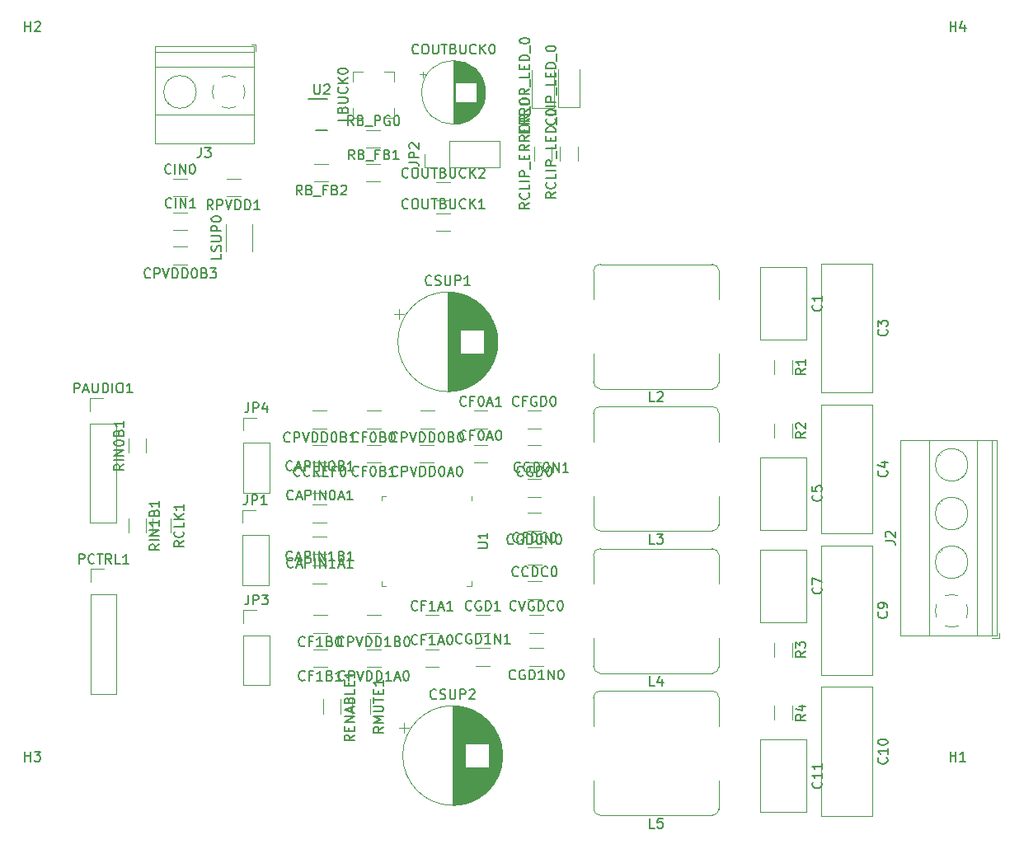
<source format=gbr>
%TF.GenerationSoftware,KiCad,Pcbnew,(6.0.0-rc1-314-g10be483430)*%
%TF.CreationDate,2021-12-05T00:45:44+01:00*%
%TF.ProjectId,ma12070p_amp_v1,6d613132-3037-4307-905f-616d705f7631,rev?*%
%TF.SameCoordinates,Original*%
%TF.FileFunction,Legend,Top*%
%TF.FilePolarity,Positive*%
%FSLAX46Y46*%
G04 Gerber Fmt 4.6, Leading zero omitted, Abs format (unit mm)*
G04 Created by KiCad (PCBNEW (6.0.0-rc1-314-g10be483430)) date 2021-12-05 00:45:44*
%MOMM*%
%LPD*%
G01*
G04 APERTURE LIST*
%ADD10C,0.150000*%
%ADD11C,0.120000*%
G04 APERTURE END LIST*
D10*
%TO.C,CF1B1*%
X142953571Y-112062142D02*
X142905952Y-112109761D01*
X142763095Y-112157380D01*
X142667857Y-112157380D01*
X142525000Y-112109761D01*
X142429761Y-112014523D01*
X142382142Y-111919285D01*
X142334523Y-111728809D01*
X142334523Y-111585952D01*
X142382142Y-111395476D01*
X142429761Y-111300238D01*
X142525000Y-111205000D01*
X142667857Y-111157380D01*
X142763095Y-111157380D01*
X142905952Y-111205000D01*
X142953571Y-111252619D01*
X143715476Y-111633571D02*
X143382142Y-111633571D01*
X143382142Y-112157380D02*
X143382142Y-111157380D01*
X143858333Y-111157380D01*
X144763095Y-112157380D02*
X144191666Y-112157380D01*
X144477380Y-112157380D02*
X144477380Y-111157380D01*
X144382142Y-111300238D01*
X144286904Y-111395476D01*
X144191666Y-111443095D01*
X145525000Y-111633571D02*
X145667857Y-111681190D01*
X145715476Y-111728809D01*
X145763095Y-111824047D01*
X145763095Y-111966904D01*
X145715476Y-112062142D01*
X145667857Y-112109761D01*
X145572619Y-112157380D01*
X145191666Y-112157380D01*
X145191666Y-111157380D01*
X145525000Y-111157380D01*
X145620238Y-111205000D01*
X145667857Y-111252619D01*
X145715476Y-111347857D01*
X145715476Y-111443095D01*
X145667857Y-111538333D01*
X145620238Y-111585952D01*
X145525000Y-111633571D01*
X145191666Y-111633571D01*
X146715476Y-112157380D02*
X146144047Y-112157380D01*
X146429761Y-112157380D02*
X146429761Y-111157380D01*
X146334523Y-111300238D01*
X146239285Y-111395476D01*
X146144047Y-111443095D01*
%TO.C,JP4*%
X137166666Y-83597380D02*
X137166666Y-84311666D01*
X137119047Y-84454523D01*
X137023809Y-84549761D01*
X136880952Y-84597380D01*
X136785714Y-84597380D01*
X137642857Y-84597380D02*
X137642857Y-83597380D01*
X138023809Y-83597380D01*
X138119047Y-83645000D01*
X138166666Y-83692619D01*
X138214285Y-83787857D01*
X138214285Y-83930714D01*
X138166666Y-84025952D01*
X138119047Y-84073571D01*
X138023809Y-84121190D01*
X137642857Y-84121190D01*
X139071428Y-83930714D02*
X139071428Y-84597380D01*
X138833333Y-83549761D02*
X138595238Y-84264047D01*
X139214285Y-84264047D01*
%TO.C,CF0A1*%
X159525000Y-83862142D02*
X159477380Y-83909761D01*
X159334523Y-83957380D01*
X159239285Y-83957380D01*
X159096428Y-83909761D01*
X159001190Y-83814523D01*
X158953571Y-83719285D01*
X158905952Y-83528809D01*
X158905952Y-83385952D01*
X158953571Y-83195476D01*
X159001190Y-83100238D01*
X159096428Y-83005000D01*
X159239285Y-82957380D01*
X159334523Y-82957380D01*
X159477380Y-83005000D01*
X159525000Y-83052619D01*
X160286904Y-83433571D02*
X159953571Y-83433571D01*
X159953571Y-83957380D02*
X159953571Y-82957380D01*
X160429761Y-82957380D01*
X161001190Y-82957380D02*
X161096428Y-82957380D01*
X161191666Y-83005000D01*
X161239285Y-83052619D01*
X161286904Y-83147857D01*
X161334523Y-83338333D01*
X161334523Y-83576428D01*
X161286904Y-83766904D01*
X161239285Y-83862142D01*
X161191666Y-83909761D01*
X161096428Y-83957380D01*
X161001190Y-83957380D01*
X160905952Y-83909761D01*
X160858333Y-83862142D01*
X160810714Y-83766904D01*
X160763095Y-83576428D01*
X160763095Y-83338333D01*
X160810714Y-83147857D01*
X160858333Y-83052619D01*
X160905952Y-83005000D01*
X161001190Y-82957380D01*
X161715476Y-83671666D02*
X162191666Y-83671666D01*
X161620238Y-83957380D02*
X161953571Y-82957380D01*
X162286904Y-83957380D01*
X163144047Y-83957380D02*
X162572619Y-83957380D01*
X162858333Y-83957380D02*
X162858333Y-82957380D01*
X162763095Y-83100238D01*
X162667857Y-83195476D01*
X162572619Y-83243095D01*
%TO.C,C7*%
X195957142Y-102606666D02*
X196004761Y-102654285D01*
X196052380Y-102797142D01*
X196052380Y-102892380D01*
X196004761Y-103035238D01*
X195909523Y-103130476D01*
X195814285Y-103178095D01*
X195623809Y-103225714D01*
X195480952Y-103225714D01*
X195290476Y-103178095D01*
X195195238Y-103130476D01*
X195100000Y-103035238D01*
X195052380Y-102892380D01*
X195052380Y-102797142D01*
X195100000Y-102654285D01*
X195147619Y-102606666D01*
X195052380Y-102273333D02*
X195052380Y-101606666D01*
X196052380Y-102035238D01*
%TO.C,RCLIP_ERROR_0*%
X166022380Y-63085119D02*
X165546190Y-63418452D01*
X166022380Y-63656547D02*
X165022380Y-63656547D01*
X165022380Y-63275595D01*
X165070000Y-63180357D01*
X165117619Y-63132738D01*
X165212857Y-63085119D01*
X165355714Y-63085119D01*
X165450952Y-63132738D01*
X165498571Y-63180357D01*
X165546190Y-63275595D01*
X165546190Y-63656547D01*
X165927142Y-62085119D02*
X165974761Y-62132738D01*
X166022380Y-62275595D01*
X166022380Y-62370833D01*
X165974761Y-62513690D01*
X165879523Y-62608928D01*
X165784285Y-62656547D01*
X165593809Y-62704166D01*
X165450952Y-62704166D01*
X165260476Y-62656547D01*
X165165238Y-62608928D01*
X165070000Y-62513690D01*
X165022380Y-62370833D01*
X165022380Y-62275595D01*
X165070000Y-62132738D01*
X165117619Y-62085119D01*
X166022380Y-61180357D02*
X166022380Y-61656547D01*
X165022380Y-61656547D01*
X166022380Y-60847023D02*
X165022380Y-60847023D01*
X166022380Y-60370833D02*
X165022380Y-60370833D01*
X165022380Y-59989880D01*
X165070000Y-59894642D01*
X165117619Y-59847023D01*
X165212857Y-59799404D01*
X165355714Y-59799404D01*
X165450952Y-59847023D01*
X165498571Y-59894642D01*
X165546190Y-59989880D01*
X165546190Y-60370833D01*
X166117619Y-59608928D02*
X166117619Y-58847023D01*
X165498571Y-58608928D02*
X165498571Y-58275595D01*
X166022380Y-58132738D02*
X166022380Y-58608928D01*
X165022380Y-58608928D01*
X165022380Y-58132738D01*
X166022380Y-57132738D02*
X165546190Y-57466071D01*
X166022380Y-57704166D02*
X165022380Y-57704166D01*
X165022380Y-57323214D01*
X165070000Y-57227976D01*
X165117619Y-57180357D01*
X165212857Y-57132738D01*
X165355714Y-57132738D01*
X165450952Y-57180357D01*
X165498571Y-57227976D01*
X165546190Y-57323214D01*
X165546190Y-57704166D01*
X166022380Y-56132738D02*
X165546190Y-56466071D01*
X166022380Y-56704166D02*
X165022380Y-56704166D01*
X165022380Y-56323214D01*
X165070000Y-56227976D01*
X165117619Y-56180357D01*
X165212857Y-56132738D01*
X165355714Y-56132738D01*
X165450952Y-56180357D01*
X165498571Y-56227976D01*
X165546190Y-56323214D01*
X165546190Y-56704166D01*
X165022380Y-55513690D02*
X165022380Y-55323214D01*
X165070000Y-55227976D01*
X165165238Y-55132738D01*
X165355714Y-55085119D01*
X165689047Y-55085119D01*
X165879523Y-55132738D01*
X165974761Y-55227976D01*
X166022380Y-55323214D01*
X166022380Y-55513690D01*
X165974761Y-55608928D01*
X165879523Y-55704166D01*
X165689047Y-55751785D01*
X165355714Y-55751785D01*
X165165238Y-55704166D01*
X165070000Y-55608928D01*
X165022380Y-55513690D01*
X166022380Y-54085119D02*
X165546190Y-54418452D01*
X166022380Y-54656547D02*
X165022380Y-54656547D01*
X165022380Y-54275595D01*
X165070000Y-54180357D01*
X165117619Y-54132738D01*
X165212857Y-54085119D01*
X165355714Y-54085119D01*
X165450952Y-54132738D01*
X165498571Y-54180357D01*
X165546190Y-54275595D01*
X165546190Y-54656547D01*
X166117619Y-53894642D02*
X166117619Y-53132738D01*
X165022380Y-52704166D02*
X165022380Y-52608928D01*
X165070000Y-52513690D01*
X165117619Y-52466071D01*
X165212857Y-52418452D01*
X165403333Y-52370833D01*
X165641428Y-52370833D01*
X165831904Y-52418452D01*
X165927142Y-52466071D01*
X165974761Y-52513690D01*
X166022380Y-52608928D01*
X166022380Y-52704166D01*
X165974761Y-52799404D01*
X165927142Y-52847023D01*
X165831904Y-52894642D01*
X165641428Y-52942261D01*
X165403333Y-52942261D01*
X165212857Y-52894642D01*
X165117619Y-52847023D01*
X165070000Y-52799404D01*
X165022380Y-52704166D01*
%TO.C,C11*%
X195957142Y-122582857D02*
X196004761Y-122630476D01*
X196052380Y-122773333D01*
X196052380Y-122868571D01*
X196004761Y-123011428D01*
X195909523Y-123106666D01*
X195814285Y-123154285D01*
X195623809Y-123201904D01*
X195480952Y-123201904D01*
X195290476Y-123154285D01*
X195195238Y-123106666D01*
X195100000Y-123011428D01*
X195052380Y-122868571D01*
X195052380Y-122773333D01*
X195100000Y-122630476D01*
X195147619Y-122582857D01*
X196052380Y-121630476D02*
X196052380Y-122201904D01*
X196052380Y-121916190D02*
X195052380Y-121916190D01*
X195195238Y-122011428D01*
X195290476Y-122106666D01*
X195338095Y-122201904D01*
X196052380Y-120678095D02*
X196052380Y-121249523D01*
X196052380Y-120963809D02*
X195052380Y-120963809D01*
X195195238Y-121059047D01*
X195290476Y-121154285D01*
X195338095Y-121249523D01*
%TO.C,CIN0*%
X129211428Y-60007142D02*
X129163809Y-60054761D01*
X129020952Y-60102380D01*
X128925714Y-60102380D01*
X128782857Y-60054761D01*
X128687619Y-59959523D01*
X128640000Y-59864285D01*
X128592380Y-59673809D01*
X128592380Y-59530952D01*
X128640000Y-59340476D01*
X128687619Y-59245238D01*
X128782857Y-59150000D01*
X128925714Y-59102380D01*
X129020952Y-59102380D01*
X129163809Y-59150000D01*
X129211428Y-59197619D01*
X129640000Y-60102380D02*
X129640000Y-59102380D01*
X130116190Y-60102380D02*
X130116190Y-59102380D01*
X130687619Y-60102380D01*
X130687619Y-59102380D01*
X131354285Y-59102380D02*
X131449523Y-59102380D01*
X131544761Y-59150000D01*
X131592380Y-59197619D01*
X131640000Y-59292857D01*
X131687619Y-59483333D01*
X131687619Y-59721428D01*
X131640000Y-59911904D01*
X131592380Y-60007142D01*
X131544761Y-60054761D01*
X131449523Y-60102380D01*
X131354285Y-60102380D01*
X131259047Y-60054761D01*
X131211428Y-60007142D01*
X131163809Y-59911904D01*
X131116190Y-59721428D01*
X131116190Y-59483333D01*
X131163809Y-59292857D01*
X131211428Y-59197619D01*
X131259047Y-59150000D01*
X131354285Y-59102380D01*
%TO.C,U2*%
X143933095Y-50927380D02*
X143933095Y-51736904D01*
X143980714Y-51832142D01*
X144028333Y-51879761D01*
X144123571Y-51927380D01*
X144314047Y-51927380D01*
X144409285Y-51879761D01*
X144456904Y-51832142D01*
X144504523Y-51736904D01*
X144504523Y-50927380D01*
X144933095Y-51022619D02*
X144980714Y-50975000D01*
X145075952Y-50927380D01*
X145314047Y-50927380D01*
X145409285Y-50975000D01*
X145456904Y-51022619D01*
X145504523Y-51117857D01*
X145504523Y-51213095D01*
X145456904Y-51355952D01*
X144885476Y-51927380D01*
X145504523Y-51927380D01*
%TO.C,C4*%
X202707142Y-90606666D02*
X202754761Y-90654285D01*
X202802380Y-90797142D01*
X202802380Y-90892380D01*
X202754761Y-91035238D01*
X202659523Y-91130476D01*
X202564285Y-91178095D01*
X202373809Y-91225714D01*
X202230952Y-91225714D01*
X202040476Y-91178095D01*
X201945238Y-91130476D01*
X201850000Y-91035238D01*
X201802380Y-90892380D01*
X201802380Y-90797142D01*
X201850000Y-90654285D01*
X201897619Y-90606666D01*
X202135714Y-89749523D02*
X202802380Y-89749523D01*
X201754761Y-89987619D02*
X202469047Y-90225714D01*
X202469047Y-89606666D01*
%TO.C,CPVDD0B3*%
X127093571Y-70707142D02*
X127045952Y-70754761D01*
X126903095Y-70802380D01*
X126807857Y-70802380D01*
X126665000Y-70754761D01*
X126569761Y-70659523D01*
X126522142Y-70564285D01*
X126474523Y-70373809D01*
X126474523Y-70230952D01*
X126522142Y-70040476D01*
X126569761Y-69945238D01*
X126665000Y-69850000D01*
X126807857Y-69802380D01*
X126903095Y-69802380D01*
X127045952Y-69850000D01*
X127093571Y-69897619D01*
X127522142Y-70802380D02*
X127522142Y-69802380D01*
X127903095Y-69802380D01*
X127998333Y-69850000D01*
X128045952Y-69897619D01*
X128093571Y-69992857D01*
X128093571Y-70135714D01*
X128045952Y-70230952D01*
X127998333Y-70278571D01*
X127903095Y-70326190D01*
X127522142Y-70326190D01*
X128379285Y-69802380D02*
X128712619Y-70802380D01*
X129045952Y-69802380D01*
X129379285Y-70802380D02*
X129379285Y-69802380D01*
X129617380Y-69802380D01*
X129760238Y-69850000D01*
X129855476Y-69945238D01*
X129903095Y-70040476D01*
X129950714Y-70230952D01*
X129950714Y-70373809D01*
X129903095Y-70564285D01*
X129855476Y-70659523D01*
X129760238Y-70754761D01*
X129617380Y-70802380D01*
X129379285Y-70802380D01*
X130379285Y-70802380D02*
X130379285Y-69802380D01*
X130617380Y-69802380D01*
X130760238Y-69850000D01*
X130855476Y-69945238D01*
X130903095Y-70040476D01*
X130950714Y-70230952D01*
X130950714Y-70373809D01*
X130903095Y-70564285D01*
X130855476Y-70659523D01*
X130760238Y-70754761D01*
X130617380Y-70802380D01*
X130379285Y-70802380D01*
X131569761Y-69802380D02*
X131665000Y-69802380D01*
X131760238Y-69850000D01*
X131807857Y-69897619D01*
X131855476Y-69992857D01*
X131903095Y-70183333D01*
X131903095Y-70421428D01*
X131855476Y-70611904D01*
X131807857Y-70707142D01*
X131760238Y-70754761D01*
X131665000Y-70802380D01*
X131569761Y-70802380D01*
X131474523Y-70754761D01*
X131426904Y-70707142D01*
X131379285Y-70611904D01*
X131331666Y-70421428D01*
X131331666Y-70183333D01*
X131379285Y-69992857D01*
X131426904Y-69897619D01*
X131474523Y-69850000D01*
X131569761Y-69802380D01*
X132665000Y-70278571D02*
X132807857Y-70326190D01*
X132855476Y-70373809D01*
X132903095Y-70469047D01*
X132903095Y-70611904D01*
X132855476Y-70707142D01*
X132807857Y-70754761D01*
X132712619Y-70802380D01*
X132331666Y-70802380D01*
X132331666Y-69802380D01*
X132665000Y-69802380D01*
X132760238Y-69850000D01*
X132807857Y-69897619D01*
X132855476Y-69992857D01*
X132855476Y-70088095D01*
X132807857Y-70183333D01*
X132760238Y-70230952D01*
X132665000Y-70278571D01*
X132331666Y-70278571D01*
X133236428Y-69802380D02*
X133855476Y-69802380D01*
X133522142Y-70183333D01*
X133665000Y-70183333D01*
X133760238Y-70230952D01*
X133807857Y-70278571D01*
X133855476Y-70373809D01*
X133855476Y-70611904D01*
X133807857Y-70707142D01*
X133760238Y-70754761D01*
X133665000Y-70802380D01*
X133379285Y-70802380D01*
X133284047Y-70754761D01*
X133236428Y-70707142D01*
%TO.C,CSUP2*%
X156465656Y-113962142D02*
X156418037Y-114009761D01*
X156275180Y-114057380D01*
X156179942Y-114057380D01*
X156037084Y-114009761D01*
X155941846Y-113914523D01*
X155894227Y-113819285D01*
X155846608Y-113628809D01*
X155846608Y-113485952D01*
X155894227Y-113295476D01*
X155941846Y-113200238D01*
X156037084Y-113105000D01*
X156179942Y-113057380D01*
X156275180Y-113057380D01*
X156418037Y-113105000D01*
X156465656Y-113152619D01*
X156846608Y-114009761D02*
X156989465Y-114057380D01*
X157227561Y-114057380D01*
X157322799Y-114009761D01*
X157370418Y-113962142D01*
X157418037Y-113866904D01*
X157418037Y-113771666D01*
X157370418Y-113676428D01*
X157322799Y-113628809D01*
X157227561Y-113581190D01*
X157037084Y-113533571D01*
X156941846Y-113485952D01*
X156894227Y-113438333D01*
X156846608Y-113343095D01*
X156846608Y-113247857D01*
X156894227Y-113152619D01*
X156941846Y-113105000D01*
X157037084Y-113057380D01*
X157275180Y-113057380D01*
X157418037Y-113105000D01*
X157846608Y-113057380D02*
X157846608Y-113866904D01*
X157894227Y-113962142D01*
X157941846Y-114009761D01*
X158037084Y-114057380D01*
X158227561Y-114057380D01*
X158322799Y-114009761D01*
X158370418Y-113962142D01*
X158418037Y-113866904D01*
X158418037Y-113057380D01*
X158894227Y-114057380D02*
X158894227Y-113057380D01*
X159275180Y-113057380D01*
X159370418Y-113105000D01*
X159418037Y-113152619D01*
X159465656Y-113247857D01*
X159465656Y-113390714D01*
X159418037Y-113485952D01*
X159370418Y-113533571D01*
X159275180Y-113581190D01*
X158894227Y-113581190D01*
X159846608Y-113152619D02*
X159894227Y-113105000D01*
X159989465Y-113057380D01*
X160227561Y-113057380D01*
X160322799Y-113105000D01*
X160370418Y-113152619D01*
X160418037Y-113247857D01*
X160418037Y-113343095D01*
X160370418Y-113485952D01*
X159798989Y-114057380D01*
X160418037Y-114057380D01*
%TO.C,CCREF0*%
X142452380Y-91062142D02*
X142404761Y-91109761D01*
X142261904Y-91157380D01*
X142166666Y-91157380D01*
X142023809Y-91109761D01*
X141928571Y-91014523D01*
X141880952Y-90919285D01*
X141833333Y-90728809D01*
X141833333Y-90585952D01*
X141880952Y-90395476D01*
X141928571Y-90300238D01*
X142023809Y-90205000D01*
X142166666Y-90157380D01*
X142261904Y-90157380D01*
X142404761Y-90205000D01*
X142452380Y-90252619D01*
X143452380Y-91062142D02*
X143404761Y-91109761D01*
X143261904Y-91157380D01*
X143166666Y-91157380D01*
X143023809Y-91109761D01*
X142928571Y-91014523D01*
X142880952Y-90919285D01*
X142833333Y-90728809D01*
X142833333Y-90585952D01*
X142880952Y-90395476D01*
X142928571Y-90300238D01*
X143023809Y-90205000D01*
X143166666Y-90157380D01*
X143261904Y-90157380D01*
X143404761Y-90205000D01*
X143452380Y-90252619D01*
X144452380Y-91157380D02*
X144119047Y-90681190D01*
X143880952Y-91157380D02*
X143880952Y-90157380D01*
X144261904Y-90157380D01*
X144357142Y-90205000D01*
X144404761Y-90252619D01*
X144452380Y-90347857D01*
X144452380Y-90490714D01*
X144404761Y-90585952D01*
X144357142Y-90633571D01*
X144261904Y-90681190D01*
X143880952Y-90681190D01*
X144880952Y-90633571D02*
X145214285Y-90633571D01*
X145357142Y-91157380D02*
X144880952Y-91157380D01*
X144880952Y-90157380D01*
X145357142Y-90157380D01*
X146119047Y-90633571D02*
X145785714Y-90633571D01*
X145785714Y-91157380D02*
X145785714Y-90157380D01*
X146261904Y-90157380D01*
X146833333Y-90157380D02*
X146928571Y-90157380D01*
X147023809Y-90205000D01*
X147071428Y-90252619D01*
X147119047Y-90347857D01*
X147166666Y-90538333D01*
X147166666Y-90776428D01*
X147119047Y-90966904D01*
X147071428Y-91062142D01*
X147023809Y-91109761D01*
X146928571Y-91157380D01*
X146833333Y-91157380D01*
X146738095Y-91109761D01*
X146690476Y-91062142D01*
X146642857Y-90966904D01*
X146595238Y-90776428D01*
X146595238Y-90538333D01*
X146642857Y-90347857D01*
X146690476Y-90252619D01*
X146738095Y-90205000D01*
X146833333Y-90157380D01*
%TO.C,COUTBUCK2*%
X153570952Y-60412142D02*
X153523333Y-60459761D01*
X153380476Y-60507380D01*
X153285238Y-60507380D01*
X153142380Y-60459761D01*
X153047142Y-60364523D01*
X152999523Y-60269285D01*
X152951904Y-60078809D01*
X152951904Y-59935952D01*
X152999523Y-59745476D01*
X153047142Y-59650238D01*
X153142380Y-59555000D01*
X153285238Y-59507380D01*
X153380476Y-59507380D01*
X153523333Y-59555000D01*
X153570952Y-59602619D01*
X154190000Y-59507380D02*
X154380476Y-59507380D01*
X154475714Y-59555000D01*
X154570952Y-59650238D01*
X154618571Y-59840714D01*
X154618571Y-60174047D01*
X154570952Y-60364523D01*
X154475714Y-60459761D01*
X154380476Y-60507380D01*
X154190000Y-60507380D01*
X154094761Y-60459761D01*
X153999523Y-60364523D01*
X153951904Y-60174047D01*
X153951904Y-59840714D01*
X153999523Y-59650238D01*
X154094761Y-59555000D01*
X154190000Y-59507380D01*
X155047142Y-59507380D02*
X155047142Y-60316904D01*
X155094761Y-60412142D01*
X155142380Y-60459761D01*
X155237619Y-60507380D01*
X155428095Y-60507380D01*
X155523333Y-60459761D01*
X155570952Y-60412142D01*
X155618571Y-60316904D01*
X155618571Y-59507380D01*
X155951904Y-59507380D02*
X156523333Y-59507380D01*
X156237619Y-60507380D02*
X156237619Y-59507380D01*
X157190000Y-59983571D02*
X157332857Y-60031190D01*
X157380476Y-60078809D01*
X157428095Y-60174047D01*
X157428095Y-60316904D01*
X157380476Y-60412142D01*
X157332857Y-60459761D01*
X157237619Y-60507380D01*
X156856666Y-60507380D01*
X156856666Y-59507380D01*
X157190000Y-59507380D01*
X157285238Y-59555000D01*
X157332857Y-59602619D01*
X157380476Y-59697857D01*
X157380476Y-59793095D01*
X157332857Y-59888333D01*
X157285238Y-59935952D01*
X157190000Y-59983571D01*
X156856666Y-59983571D01*
X157856666Y-59507380D02*
X157856666Y-60316904D01*
X157904285Y-60412142D01*
X157951904Y-60459761D01*
X158047142Y-60507380D01*
X158237619Y-60507380D01*
X158332857Y-60459761D01*
X158380476Y-60412142D01*
X158428095Y-60316904D01*
X158428095Y-59507380D01*
X159475714Y-60412142D02*
X159428095Y-60459761D01*
X159285238Y-60507380D01*
X159190000Y-60507380D01*
X159047142Y-60459761D01*
X158951904Y-60364523D01*
X158904285Y-60269285D01*
X158856666Y-60078809D01*
X158856666Y-59935952D01*
X158904285Y-59745476D01*
X158951904Y-59650238D01*
X159047142Y-59555000D01*
X159190000Y-59507380D01*
X159285238Y-59507380D01*
X159428095Y-59555000D01*
X159475714Y-59602619D01*
X159904285Y-60507380D02*
X159904285Y-59507380D01*
X160475714Y-60507380D02*
X160047142Y-59935952D01*
X160475714Y-59507380D02*
X159904285Y-60078809D01*
X160856666Y-59602619D02*
X160904285Y-59555000D01*
X160999523Y-59507380D01*
X161237619Y-59507380D01*
X161332857Y-59555000D01*
X161380476Y-59602619D01*
X161428095Y-59697857D01*
X161428095Y-59793095D01*
X161380476Y-59935952D01*
X160809047Y-60507380D01*
X161428095Y-60507380D01*
%TO.C,RIN0B1*%
X124382380Y-89942261D02*
X123906190Y-90275595D01*
X124382380Y-90513690D02*
X123382380Y-90513690D01*
X123382380Y-90132738D01*
X123430000Y-90037500D01*
X123477619Y-89989880D01*
X123572857Y-89942261D01*
X123715714Y-89942261D01*
X123810952Y-89989880D01*
X123858571Y-90037500D01*
X123906190Y-90132738D01*
X123906190Y-90513690D01*
X124382380Y-89513690D02*
X123382380Y-89513690D01*
X124382380Y-89037500D02*
X123382380Y-89037500D01*
X124382380Y-88466071D01*
X123382380Y-88466071D01*
X123382380Y-87799404D02*
X123382380Y-87704166D01*
X123430000Y-87608928D01*
X123477619Y-87561309D01*
X123572857Y-87513690D01*
X123763333Y-87466071D01*
X124001428Y-87466071D01*
X124191904Y-87513690D01*
X124287142Y-87561309D01*
X124334761Y-87608928D01*
X124382380Y-87704166D01*
X124382380Y-87799404D01*
X124334761Y-87894642D01*
X124287142Y-87942261D01*
X124191904Y-87989880D01*
X124001428Y-88037500D01*
X123763333Y-88037500D01*
X123572857Y-87989880D01*
X123477619Y-87942261D01*
X123430000Y-87894642D01*
X123382380Y-87799404D01*
X123858571Y-86704166D02*
X123906190Y-86561309D01*
X123953809Y-86513690D01*
X124049047Y-86466071D01*
X124191904Y-86466071D01*
X124287142Y-86513690D01*
X124334761Y-86561309D01*
X124382380Y-86656547D01*
X124382380Y-87037500D01*
X123382380Y-87037500D01*
X123382380Y-86704166D01*
X123430000Y-86608928D01*
X123477619Y-86561309D01*
X123572857Y-86513690D01*
X123668095Y-86513690D01*
X123763333Y-86561309D01*
X123810952Y-86608928D01*
X123858571Y-86704166D01*
X123858571Y-87037500D01*
X124382380Y-85513690D02*
X124382380Y-86085119D01*
X124382380Y-85799404D02*
X123382380Y-85799404D01*
X123525238Y-85894642D01*
X123620476Y-85989880D01*
X123668095Y-86085119D01*
%TO.C,CAPIN0A1*%
X141738095Y-93507142D02*
X141690476Y-93554761D01*
X141547619Y-93602380D01*
X141452380Y-93602380D01*
X141309523Y-93554761D01*
X141214285Y-93459523D01*
X141166666Y-93364285D01*
X141119047Y-93173809D01*
X141119047Y-93030952D01*
X141166666Y-92840476D01*
X141214285Y-92745238D01*
X141309523Y-92650000D01*
X141452380Y-92602380D01*
X141547619Y-92602380D01*
X141690476Y-92650000D01*
X141738095Y-92697619D01*
X142119047Y-93316666D02*
X142595238Y-93316666D01*
X142023809Y-93602380D02*
X142357142Y-92602380D01*
X142690476Y-93602380D01*
X143023809Y-93602380D02*
X143023809Y-92602380D01*
X143404761Y-92602380D01*
X143500000Y-92650000D01*
X143547619Y-92697619D01*
X143595238Y-92792857D01*
X143595238Y-92935714D01*
X143547619Y-93030952D01*
X143500000Y-93078571D01*
X143404761Y-93126190D01*
X143023809Y-93126190D01*
X144023809Y-93602380D02*
X144023809Y-92602380D01*
X144500000Y-93602380D02*
X144500000Y-92602380D01*
X145071428Y-93602380D01*
X145071428Y-92602380D01*
X145738095Y-92602380D02*
X145833333Y-92602380D01*
X145928571Y-92650000D01*
X145976190Y-92697619D01*
X146023809Y-92792857D01*
X146071428Y-92983333D01*
X146071428Y-93221428D01*
X146023809Y-93411904D01*
X145976190Y-93507142D01*
X145928571Y-93554761D01*
X145833333Y-93602380D01*
X145738095Y-93602380D01*
X145642857Y-93554761D01*
X145595238Y-93507142D01*
X145547619Y-93411904D01*
X145500000Y-93221428D01*
X145500000Y-92983333D01*
X145547619Y-92792857D01*
X145595238Y-92697619D01*
X145642857Y-92650000D01*
X145738095Y-92602380D01*
X146452380Y-93316666D02*
X146928571Y-93316666D01*
X146357142Y-93602380D02*
X146690476Y-92602380D01*
X147023809Y-93602380D01*
X147880952Y-93602380D02*
X147309523Y-93602380D01*
X147595238Y-93602380D02*
X147595238Y-92602380D01*
X147500000Y-92745238D01*
X147404761Y-92840476D01*
X147309523Y-92888095D01*
%TO.C,CAPIN0B1*%
X141666666Y-90507142D02*
X141619047Y-90554761D01*
X141476190Y-90602380D01*
X141380952Y-90602380D01*
X141238095Y-90554761D01*
X141142857Y-90459523D01*
X141095238Y-90364285D01*
X141047619Y-90173809D01*
X141047619Y-90030952D01*
X141095238Y-89840476D01*
X141142857Y-89745238D01*
X141238095Y-89650000D01*
X141380952Y-89602380D01*
X141476190Y-89602380D01*
X141619047Y-89650000D01*
X141666666Y-89697619D01*
X142047619Y-90316666D02*
X142523809Y-90316666D01*
X141952380Y-90602380D02*
X142285714Y-89602380D01*
X142619047Y-90602380D01*
X142952380Y-90602380D02*
X142952380Y-89602380D01*
X143333333Y-89602380D01*
X143428571Y-89650000D01*
X143476190Y-89697619D01*
X143523809Y-89792857D01*
X143523809Y-89935714D01*
X143476190Y-90030952D01*
X143428571Y-90078571D01*
X143333333Y-90126190D01*
X142952380Y-90126190D01*
X143952380Y-90602380D02*
X143952380Y-89602380D01*
X144428571Y-90602380D02*
X144428571Y-89602380D01*
X145000000Y-90602380D01*
X145000000Y-89602380D01*
X145666666Y-89602380D02*
X145761904Y-89602380D01*
X145857142Y-89650000D01*
X145904761Y-89697619D01*
X145952380Y-89792857D01*
X146000000Y-89983333D01*
X146000000Y-90221428D01*
X145952380Y-90411904D01*
X145904761Y-90507142D01*
X145857142Y-90554761D01*
X145761904Y-90602380D01*
X145666666Y-90602380D01*
X145571428Y-90554761D01*
X145523809Y-90507142D01*
X145476190Y-90411904D01*
X145428571Y-90221428D01*
X145428571Y-89983333D01*
X145476190Y-89792857D01*
X145523809Y-89697619D01*
X145571428Y-89650000D01*
X145666666Y-89602380D01*
X146761904Y-90078571D02*
X146904761Y-90126190D01*
X146952380Y-90173809D01*
X147000000Y-90269047D01*
X147000000Y-90411904D01*
X146952380Y-90507142D01*
X146904761Y-90554761D01*
X146809523Y-90602380D01*
X146428571Y-90602380D01*
X146428571Y-89602380D01*
X146761904Y-89602380D01*
X146857142Y-89650000D01*
X146904761Y-89697619D01*
X146952380Y-89792857D01*
X146952380Y-89888095D01*
X146904761Y-89983333D01*
X146857142Y-90030952D01*
X146761904Y-90078571D01*
X146428571Y-90078571D01*
X147952380Y-90602380D02*
X147380952Y-90602380D01*
X147666666Y-90602380D02*
X147666666Y-89602380D01*
X147571428Y-89745238D01*
X147476190Y-89840476D01*
X147380952Y-89888095D01*
%TO.C,L2*%
X178883333Y-83492380D02*
X178407142Y-83492380D01*
X178407142Y-82492380D01*
X179169047Y-82587619D02*
X179216666Y-82540000D01*
X179311904Y-82492380D01*
X179550000Y-82492380D01*
X179645238Y-82540000D01*
X179692857Y-82587619D01*
X179740476Y-82682857D01*
X179740476Y-82778095D01*
X179692857Y-82920952D01*
X179121428Y-83492380D01*
X179740476Y-83492380D01*
%TO.C,R3*%
X194372380Y-109144166D02*
X193896190Y-109477500D01*
X194372380Y-109715595D02*
X193372380Y-109715595D01*
X193372380Y-109334642D01*
X193420000Y-109239404D01*
X193467619Y-109191785D01*
X193562857Y-109144166D01*
X193705714Y-109144166D01*
X193800952Y-109191785D01*
X193848571Y-109239404D01*
X193896190Y-109334642D01*
X193896190Y-109715595D01*
X193372380Y-108810833D02*
X193372380Y-108191785D01*
X193753333Y-108525119D01*
X193753333Y-108382261D01*
X193800952Y-108287023D01*
X193848571Y-108239404D01*
X193943809Y-108191785D01*
X194181904Y-108191785D01*
X194277142Y-108239404D01*
X194324761Y-108287023D01*
X194372380Y-108382261D01*
X194372380Y-108667976D01*
X194324761Y-108763214D01*
X194277142Y-108810833D01*
%TO.C,RMUTE1*%
X151022380Y-116912738D02*
X150546190Y-117246071D01*
X151022380Y-117484166D02*
X150022380Y-117484166D01*
X150022380Y-117103214D01*
X150070000Y-117007976D01*
X150117619Y-116960357D01*
X150212857Y-116912738D01*
X150355714Y-116912738D01*
X150450952Y-116960357D01*
X150498571Y-117007976D01*
X150546190Y-117103214D01*
X150546190Y-117484166D01*
X151022380Y-116484166D02*
X150022380Y-116484166D01*
X150736666Y-116150833D01*
X150022380Y-115817500D01*
X151022380Y-115817500D01*
X150022380Y-115341309D02*
X150831904Y-115341309D01*
X150927142Y-115293690D01*
X150974761Y-115246071D01*
X151022380Y-115150833D01*
X151022380Y-114960357D01*
X150974761Y-114865119D01*
X150927142Y-114817500D01*
X150831904Y-114769880D01*
X150022380Y-114769880D01*
X150022380Y-114436547D02*
X150022380Y-113865119D01*
X151022380Y-114150833D02*
X150022380Y-114150833D01*
X150498571Y-113531785D02*
X150498571Y-113198452D01*
X151022380Y-113055595D02*
X151022380Y-113531785D01*
X150022380Y-113531785D01*
X150022380Y-113055595D01*
X151022380Y-112103214D02*
X151022380Y-112674642D01*
X151022380Y-112388928D02*
X150022380Y-112388928D01*
X150165238Y-112484166D01*
X150260476Y-112579404D01*
X150308095Y-112674642D01*
%TO.C,H2*%
X114238095Y-45452380D02*
X114238095Y-44452380D01*
X114238095Y-44928571D02*
X114809523Y-44928571D01*
X114809523Y-45452380D02*
X114809523Y-44452380D01*
X115238095Y-44547619D02*
X115285714Y-44500000D01*
X115380952Y-44452380D01*
X115619047Y-44452380D01*
X115714285Y-44500000D01*
X115761904Y-44547619D01*
X115809523Y-44642857D01*
X115809523Y-44738095D01*
X115761904Y-44880952D01*
X115190476Y-45452380D01*
X115809523Y-45452380D01*
%TO.C,CLIP_LED_0*%
X168617142Y-54428571D02*
X168664761Y-54476190D01*
X168712380Y-54619047D01*
X168712380Y-54714285D01*
X168664761Y-54857142D01*
X168569523Y-54952380D01*
X168474285Y-55000000D01*
X168283809Y-55047619D01*
X168140952Y-55047619D01*
X167950476Y-55000000D01*
X167855238Y-54952380D01*
X167760000Y-54857142D01*
X167712380Y-54714285D01*
X167712380Y-54619047D01*
X167760000Y-54476190D01*
X167807619Y-54428571D01*
X168712380Y-53523809D02*
X168712380Y-54000000D01*
X167712380Y-54000000D01*
X168712380Y-53190476D02*
X167712380Y-53190476D01*
X168712380Y-52714285D02*
X167712380Y-52714285D01*
X167712380Y-52333333D01*
X167760000Y-52238095D01*
X167807619Y-52190476D01*
X167902857Y-52142857D01*
X168045714Y-52142857D01*
X168140952Y-52190476D01*
X168188571Y-52238095D01*
X168236190Y-52333333D01*
X168236190Y-52714285D01*
X168807619Y-51952380D02*
X168807619Y-51190476D01*
X168712380Y-50476190D02*
X168712380Y-50952380D01*
X167712380Y-50952380D01*
X168188571Y-50142857D02*
X168188571Y-49809523D01*
X168712380Y-49666666D02*
X168712380Y-50142857D01*
X167712380Y-50142857D01*
X167712380Y-49666666D01*
X168712380Y-49238095D02*
X167712380Y-49238095D01*
X167712380Y-49000000D01*
X167760000Y-48857142D01*
X167855238Y-48761904D01*
X167950476Y-48714285D01*
X168140952Y-48666666D01*
X168283809Y-48666666D01*
X168474285Y-48714285D01*
X168569523Y-48761904D01*
X168664761Y-48857142D01*
X168712380Y-49000000D01*
X168712380Y-49238095D01*
X168807619Y-48476190D02*
X168807619Y-47714285D01*
X167712380Y-47285714D02*
X167712380Y-47190476D01*
X167760000Y-47095238D01*
X167807619Y-47047619D01*
X167902857Y-47000000D01*
X168093333Y-46952380D01*
X168331428Y-46952380D01*
X168521904Y-47000000D01*
X168617142Y-47047619D01*
X168664761Y-47095238D01*
X168712380Y-47190476D01*
X168712380Y-47285714D01*
X168664761Y-47380952D01*
X168617142Y-47428571D01*
X168521904Y-47476190D01*
X168331428Y-47523809D01*
X168093333Y-47523809D01*
X167902857Y-47476190D01*
X167807619Y-47428571D01*
X167760000Y-47380952D01*
X167712380Y-47285714D01*
%TO.C,L3*%
X178883333Y-98097380D02*
X178407142Y-98097380D01*
X178407142Y-97097380D01*
X179121428Y-97097380D02*
X179740476Y-97097380D01*
X179407142Y-97478333D01*
X179550000Y-97478333D01*
X179645238Y-97525952D01*
X179692857Y-97573571D01*
X179740476Y-97668809D01*
X179740476Y-97906904D01*
X179692857Y-98002142D01*
X179645238Y-98049761D01*
X179550000Y-98097380D01*
X179264285Y-98097380D01*
X179169047Y-98049761D01*
X179121428Y-98002142D01*
%TO.C,RCLK1*%
X130522380Y-97821428D02*
X130046190Y-98154761D01*
X130522380Y-98392857D02*
X129522380Y-98392857D01*
X129522380Y-98011904D01*
X129570000Y-97916666D01*
X129617619Y-97869047D01*
X129712857Y-97821428D01*
X129855714Y-97821428D01*
X129950952Y-97869047D01*
X129998571Y-97916666D01*
X130046190Y-98011904D01*
X130046190Y-98392857D01*
X130427142Y-96821428D02*
X130474761Y-96869047D01*
X130522380Y-97011904D01*
X130522380Y-97107142D01*
X130474761Y-97250000D01*
X130379523Y-97345238D01*
X130284285Y-97392857D01*
X130093809Y-97440476D01*
X129950952Y-97440476D01*
X129760476Y-97392857D01*
X129665238Y-97345238D01*
X129570000Y-97250000D01*
X129522380Y-97107142D01*
X129522380Y-97011904D01*
X129570000Y-96869047D01*
X129617619Y-96821428D01*
X130522380Y-95916666D02*
X130522380Y-96392857D01*
X129522380Y-96392857D01*
X130522380Y-95583333D02*
X129522380Y-95583333D01*
X130522380Y-95011904D02*
X129950952Y-95440476D01*
X129522380Y-95011904D02*
X130093809Y-95583333D01*
X130522380Y-94059523D02*
X130522380Y-94630952D01*
X130522380Y-94345238D02*
X129522380Y-94345238D01*
X129665238Y-94440476D01*
X129760476Y-94535714D01*
X129808095Y-94630952D01*
%TO.C,H4*%
X209238095Y-45452380D02*
X209238095Y-44452380D01*
X209238095Y-44928571D02*
X209809523Y-44928571D01*
X209809523Y-45452380D02*
X209809523Y-44452380D01*
X210714285Y-44785714D02*
X210714285Y-45452380D01*
X210476190Y-44404761D02*
X210238095Y-45119047D01*
X210857142Y-45119047D01*
%TO.C,CGD0N1*%
X165069585Y-90632142D02*
X165021966Y-90679761D01*
X164879109Y-90727380D01*
X164783871Y-90727380D01*
X164641013Y-90679761D01*
X164545775Y-90584523D01*
X164498156Y-90489285D01*
X164450537Y-90298809D01*
X164450537Y-90155952D01*
X164498156Y-89965476D01*
X164545775Y-89870238D01*
X164641013Y-89775000D01*
X164783871Y-89727380D01*
X164879109Y-89727380D01*
X165021966Y-89775000D01*
X165069585Y-89822619D01*
X166021966Y-89775000D02*
X165926728Y-89727380D01*
X165783871Y-89727380D01*
X165641013Y-89775000D01*
X165545775Y-89870238D01*
X165498156Y-89965476D01*
X165450537Y-90155952D01*
X165450537Y-90298809D01*
X165498156Y-90489285D01*
X165545775Y-90584523D01*
X165641013Y-90679761D01*
X165783871Y-90727380D01*
X165879109Y-90727380D01*
X166021966Y-90679761D01*
X166069585Y-90632142D01*
X166069585Y-90298809D01*
X165879109Y-90298809D01*
X166498156Y-90727380D02*
X166498156Y-89727380D01*
X166736252Y-89727380D01*
X166879109Y-89775000D01*
X166974347Y-89870238D01*
X167021966Y-89965476D01*
X167069585Y-90155952D01*
X167069585Y-90298809D01*
X167021966Y-90489285D01*
X166974347Y-90584523D01*
X166879109Y-90679761D01*
X166736252Y-90727380D01*
X166498156Y-90727380D01*
X167688632Y-89727380D02*
X167783871Y-89727380D01*
X167879109Y-89775000D01*
X167926728Y-89822619D01*
X167974347Y-89917857D01*
X168021966Y-90108333D01*
X168021966Y-90346428D01*
X167974347Y-90536904D01*
X167926728Y-90632142D01*
X167879109Y-90679761D01*
X167783871Y-90727380D01*
X167688632Y-90727380D01*
X167593394Y-90679761D01*
X167545775Y-90632142D01*
X167498156Y-90536904D01*
X167450537Y-90346428D01*
X167450537Y-90108333D01*
X167498156Y-89917857D01*
X167545775Y-89822619D01*
X167593394Y-89775000D01*
X167688632Y-89727380D01*
X168450537Y-90727380D02*
X168450537Y-89727380D01*
X169021966Y-90727380D01*
X169021966Y-89727380D01*
X170021966Y-90727380D02*
X169450537Y-90727380D01*
X169736252Y-90727380D02*
X169736252Y-89727380D01*
X169641013Y-89870238D01*
X169545775Y-89965476D01*
X169450537Y-90013095D01*
%TO.C,L5*%
X178883333Y-127307380D02*
X178407142Y-127307380D01*
X178407142Y-126307380D01*
X179692857Y-126307380D02*
X179216666Y-126307380D01*
X179169047Y-126783571D01*
X179216666Y-126735952D01*
X179311904Y-126688333D01*
X179550000Y-126688333D01*
X179645238Y-126735952D01*
X179692857Y-126783571D01*
X179740476Y-126878809D01*
X179740476Y-127116904D01*
X179692857Y-127212142D01*
X179645238Y-127259761D01*
X179550000Y-127307380D01*
X179311904Y-127307380D01*
X179216666Y-127259761D01*
X179169047Y-127212142D01*
%TO.C,COUTBUCK0*%
X154615952Y-47702142D02*
X154568333Y-47749761D01*
X154425476Y-47797380D01*
X154330238Y-47797380D01*
X154187380Y-47749761D01*
X154092142Y-47654523D01*
X154044523Y-47559285D01*
X153996904Y-47368809D01*
X153996904Y-47225952D01*
X154044523Y-47035476D01*
X154092142Y-46940238D01*
X154187380Y-46845000D01*
X154330238Y-46797380D01*
X154425476Y-46797380D01*
X154568333Y-46845000D01*
X154615952Y-46892619D01*
X155235000Y-46797380D02*
X155425476Y-46797380D01*
X155520714Y-46845000D01*
X155615952Y-46940238D01*
X155663571Y-47130714D01*
X155663571Y-47464047D01*
X155615952Y-47654523D01*
X155520714Y-47749761D01*
X155425476Y-47797380D01*
X155235000Y-47797380D01*
X155139761Y-47749761D01*
X155044523Y-47654523D01*
X154996904Y-47464047D01*
X154996904Y-47130714D01*
X155044523Y-46940238D01*
X155139761Y-46845000D01*
X155235000Y-46797380D01*
X156092142Y-46797380D02*
X156092142Y-47606904D01*
X156139761Y-47702142D01*
X156187380Y-47749761D01*
X156282619Y-47797380D01*
X156473095Y-47797380D01*
X156568333Y-47749761D01*
X156615952Y-47702142D01*
X156663571Y-47606904D01*
X156663571Y-46797380D01*
X156996904Y-46797380D02*
X157568333Y-46797380D01*
X157282619Y-47797380D02*
X157282619Y-46797380D01*
X158235000Y-47273571D02*
X158377857Y-47321190D01*
X158425476Y-47368809D01*
X158473095Y-47464047D01*
X158473095Y-47606904D01*
X158425476Y-47702142D01*
X158377857Y-47749761D01*
X158282619Y-47797380D01*
X157901666Y-47797380D01*
X157901666Y-46797380D01*
X158235000Y-46797380D01*
X158330238Y-46845000D01*
X158377857Y-46892619D01*
X158425476Y-46987857D01*
X158425476Y-47083095D01*
X158377857Y-47178333D01*
X158330238Y-47225952D01*
X158235000Y-47273571D01*
X157901666Y-47273571D01*
X158901666Y-46797380D02*
X158901666Y-47606904D01*
X158949285Y-47702142D01*
X158996904Y-47749761D01*
X159092142Y-47797380D01*
X159282619Y-47797380D01*
X159377857Y-47749761D01*
X159425476Y-47702142D01*
X159473095Y-47606904D01*
X159473095Y-46797380D01*
X160520714Y-47702142D02*
X160473095Y-47749761D01*
X160330238Y-47797380D01*
X160235000Y-47797380D01*
X160092142Y-47749761D01*
X159996904Y-47654523D01*
X159949285Y-47559285D01*
X159901666Y-47368809D01*
X159901666Y-47225952D01*
X159949285Y-47035476D01*
X159996904Y-46940238D01*
X160092142Y-46845000D01*
X160235000Y-46797380D01*
X160330238Y-46797380D01*
X160473095Y-46845000D01*
X160520714Y-46892619D01*
X160949285Y-47797380D02*
X160949285Y-46797380D01*
X161520714Y-47797380D02*
X161092142Y-47225952D01*
X161520714Y-46797380D02*
X160949285Y-47368809D01*
X162139761Y-46797380D02*
X162235000Y-46797380D01*
X162330238Y-46845000D01*
X162377857Y-46892619D01*
X162425476Y-46987857D01*
X162473095Y-47178333D01*
X162473095Y-47416428D01*
X162425476Y-47606904D01*
X162377857Y-47702142D01*
X162330238Y-47749761D01*
X162235000Y-47797380D01*
X162139761Y-47797380D01*
X162044523Y-47749761D01*
X161996904Y-47702142D01*
X161949285Y-47606904D01*
X161901666Y-47416428D01*
X161901666Y-47178333D01*
X161949285Y-46987857D01*
X161996904Y-46892619D01*
X162044523Y-46845000D01*
X162139761Y-46797380D01*
%TO.C,RIN1B1*%
X128022380Y-98154761D02*
X127546190Y-98488095D01*
X128022380Y-98726190D02*
X127022380Y-98726190D01*
X127022380Y-98345238D01*
X127070000Y-98250000D01*
X127117619Y-98202380D01*
X127212857Y-98154761D01*
X127355714Y-98154761D01*
X127450952Y-98202380D01*
X127498571Y-98250000D01*
X127546190Y-98345238D01*
X127546190Y-98726190D01*
X128022380Y-97726190D02*
X127022380Y-97726190D01*
X128022380Y-97250000D02*
X127022380Y-97250000D01*
X128022380Y-96678571D01*
X127022380Y-96678571D01*
X128022380Y-95678571D02*
X128022380Y-96250000D01*
X128022380Y-95964285D02*
X127022380Y-95964285D01*
X127165238Y-96059523D01*
X127260476Y-96154761D01*
X127308095Y-96250000D01*
X127498571Y-94916666D02*
X127546190Y-94773809D01*
X127593809Y-94726190D01*
X127689047Y-94678571D01*
X127831904Y-94678571D01*
X127927142Y-94726190D01*
X127974761Y-94773809D01*
X128022380Y-94869047D01*
X128022380Y-95250000D01*
X127022380Y-95250000D01*
X127022380Y-94916666D01*
X127070000Y-94821428D01*
X127117619Y-94773809D01*
X127212857Y-94726190D01*
X127308095Y-94726190D01*
X127403333Y-94773809D01*
X127450952Y-94821428D01*
X127498571Y-94916666D01*
X127498571Y-95250000D01*
X128022380Y-93726190D02*
X128022380Y-94297619D01*
X128022380Y-94011904D02*
X127022380Y-94011904D01*
X127165238Y-94107142D01*
X127260476Y-94202380D01*
X127308095Y-94297619D01*
%TO.C,CSUP1*%
X155965656Y-71462142D02*
X155918037Y-71509761D01*
X155775180Y-71557380D01*
X155679942Y-71557380D01*
X155537084Y-71509761D01*
X155441846Y-71414523D01*
X155394227Y-71319285D01*
X155346608Y-71128809D01*
X155346608Y-70985952D01*
X155394227Y-70795476D01*
X155441846Y-70700238D01*
X155537084Y-70605000D01*
X155679942Y-70557380D01*
X155775180Y-70557380D01*
X155918037Y-70605000D01*
X155965656Y-70652619D01*
X156346608Y-71509761D02*
X156489465Y-71557380D01*
X156727561Y-71557380D01*
X156822799Y-71509761D01*
X156870418Y-71462142D01*
X156918037Y-71366904D01*
X156918037Y-71271666D01*
X156870418Y-71176428D01*
X156822799Y-71128809D01*
X156727561Y-71081190D01*
X156537084Y-71033571D01*
X156441846Y-70985952D01*
X156394227Y-70938333D01*
X156346608Y-70843095D01*
X156346608Y-70747857D01*
X156394227Y-70652619D01*
X156441846Y-70605000D01*
X156537084Y-70557380D01*
X156775180Y-70557380D01*
X156918037Y-70605000D01*
X157346608Y-70557380D02*
X157346608Y-71366904D01*
X157394227Y-71462142D01*
X157441846Y-71509761D01*
X157537084Y-71557380D01*
X157727561Y-71557380D01*
X157822799Y-71509761D01*
X157870418Y-71462142D01*
X157918037Y-71366904D01*
X157918037Y-70557380D01*
X158394227Y-71557380D02*
X158394227Y-70557380D01*
X158775180Y-70557380D01*
X158870418Y-70605000D01*
X158918037Y-70652619D01*
X158965656Y-70747857D01*
X158965656Y-70890714D01*
X158918037Y-70985952D01*
X158870418Y-71033571D01*
X158775180Y-71081190D01*
X158394227Y-71081190D01*
X159918037Y-71557380D02*
X159346608Y-71557380D01*
X159632323Y-71557380D02*
X159632323Y-70557380D01*
X159537084Y-70700238D01*
X159441846Y-70795476D01*
X159346608Y-70843095D01*
%TO.C,CGD1N1*%
X159083333Y-108257142D02*
X159035714Y-108304761D01*
X158892857Y-108352380D01*
X158797619Y-108352380D01*
X158654761Y-108304761D01*
X158559523Y-108209523D01*
X158511904Y-108114285D01*
X158464285Y-107923809D01*
X158464285Y-107780952D01*
X158511904Y-107590476D01*
X158559523Y-107495238D01*
X158654761Y-107400000D01*
X158797619Y-107352380D01*
X158892857Y-107352380D01*
X159035714Y-107400000D01*
X159083333Y-107447619D01*
X160035714Y-107400000D02*
X159940476Y-107352380D01*
X159797619Y-107352380D01*
X159654761Y-107400000D01*
X159559523Y-107495238D01*
X159511904Y-107590476D01*
X159464285Y-107780952D01*
X159464285Y-107923809D01*
X159511904Y-108114285D01*
X159559523Y-108209523D01*
X159654761Y-108304761D01*
X159797619Y-108352380D01*
X159892857Y-108352380D01*
X160035714Y-108304761D01*
X160083333Y-108257142D01*
X160083333Y-107923809D01*
X159892857Y-107923809D01*
X160511904Y-108352380D02*
X160511904Y-107352380D01*
X160750000Y-107352380D01*
X160892857Y-107400000D01*
X160988095Y-107495238D01*
X161035714Y-107590476D01*
X161083333Y-107780952D01*
X161083333Y-107923809D01*
X161035714Y-108114285D01*
X160988095Y-108209523D01*
X160892857Y-108304761D01*
X160750000Y-108352380D01*
X160511904Y-108352380D01*
X162035714Y-108352380D02*
X161464285Y-108352380D01*
X161750000Y-108352380D02*
X161750000Y-107352380D01*
X161654761Y-107495238D01*
X161559523Y-107590476D01*
X161464285Y-107638095D01*
X162464285Y-108352380D02*
X162464285Y-107352380D01*
X163035714Y-108352380D01*
X163035714Y-107352380D01*
X164035714Y-108352380D02*
X163464285Y-108352380D01*
X163750000Y-108352380D02*
X163750000Y-107352380D01*
X163654761Y-107495238D01*
X163559523Y-107590476D01*
X163464285Y-107638095D01*
%TO.C,RB_FB2*%
X142681309Y-62272380D02*
X142347976Y-61796190D01*
X142109880Y-62272380D02*
X142109880Y-61272380D01*
X142490833Y-61272380D01*
X142586071Y-61320000D01*
X142633690Y-61367619D01*
X142681309Y-61462857D01*
X142681309Y-61605714D01*
X142633690Y-61700952D01*
X142586071Y-61748571D01*
X142490833Y-61796190D01*
X142109880Y-61796190D01*
X143443214Y-61748571D02*
X143586071Y-61796190D01*
X143633690Y-61843809D01*
X143681309Y-61939047D01*
X143681309Y-62081904D01*
X143633690Y-62177142D01*
X143586071Y-62224761D01*
X143490833Y-62272380D01*
X143109880Y-62272380D01*
X143109880Y-61272380D01*
X143443214Y-61272380D01*
X143538452Y-61320000D01*
X143586071Y-61367619D01*
X143633690Y-61462857D01*
X143633690Y-61558095D01*
X143586071Y-61653333D01*
X143538452Y-61700952D01*
X143443214Y-61748571D01*
X143109880Y-61748571D01*
X143871785Y-62367619D02*
X144633690Y-62367619D01*
X145205119Y-61748571D02*
X144871785Y-61748571D01*
X144871785Y-62272380D02*
X144871785Y-61272380D01*
X145347976Y-61272380D01*
X146062261Y-61748571D02*
X146205119Y-61796190D01*
X146252738Y-61843809D01*
X146300357Y-61939047D01*
X146300357Y-62081904D01*
X146252738Y-62177142D01*
X146205119Y-62224761D01*
X146109880Y-62272380D01*
X145728928Y-62272380D01*
X145728928Y-61272380D01*
X146062261Y-61272380D01*
X146157500Y-61320000D01*
X146205119Y-61367619D01*
X146252738Y-61462857D01*
X146252738Y-61558095D01*
X146205119Y-61653333D01*
X146157500Y-61700952D01*
X146062261Y-61748571D01*
X145728928Y-61748571D01*
X146681309Y-61367619D02*
X146728928Y-61320000D01*
X146824166Y-61272380D01*
X147062261Y-61272380D01*
X147157500Y-61320000D01*
X147205119Y-61367619D01*
X147252738Y-61462857D01*
X147252738Y-61558095D01*
X147205119Y-61700952D01*
X146633690Y-62272380D01*
X147252738Y-62272380D01*
%TO.C,CGD1N0*%
X164583333Y-111957142D02*
X164535714Y-112004761D01*
X164392857Y-112052380D01*
X164297619Y-112052380D01*
X164154761Y-112004761D01*
X164059523Y-111909523D01*
X164011904Y-111814285D01*
X163964285Y-111623809D01*
X163964285Y-111480952D01*
X164011904Y-111290476D01*
X164059523Y-111195238D01*
X164154761Y-111100000D01*
X164297619Y-111052380D01*
X164392857Y-111052380D01*
X164535714Y-111100000D01*
X164583333Y-111147619D01*
X165535714Y-111100000D02*
X165440476Y-111052380D01*
X165297619Y-111052380D01*
X165154761Y-111100000D01*
X165059523Y-111195238D01*
X165011904Y-111290476D01*
X164964285Y-111480952D01*
X164964285Y-111623809D01*
X165011904Y-111814285D01*
X165059523Y-111909523D01*
X165154761Y-112004761D01*
X165297619Y-112052380D01*
X165392857Y-112052380D01*
X165535714Y-112004761D01*
X165583333Y-111957142D01*
X165583333Y-111623809D01*
X165392857Y-111623809D01*
X166011904Y-112052380D02*
X166011904Y-111052380D01*
X166250000Y-111052380D01*
X166392857Y-111100000D01*
X166488095Y-111195238D01*
X166535714Y-111290476D01*
X166583333Y-111480952D01*
X166583333Y-111623809D01*
X166535714Y-111814285D01*
X166488095Y-111909523D01*
X166392857Y-112004761D01*
X166250000Y-112052380D01*
X166011904Y-112052380D01*
X167535714Y-112052380D02*
X166964285Y-112052380D01*
X167250000Y-112052380D02*
X167250000Y-111052380D01*
X167154761Y-111195238D01*
X167059523Y-111290476D01*
X166964285Y-111338095D01*
X167964285Y-112052380D02*
X167964285Y-111052380D01*
X168535714Y-112052380D01*
X168535714Y-111052380D01*
X169202380Y-111052380D02*
X169297619Y-111052380D01*
X169392857Y-111100000D01*
X169440476Y-111147619D01*
X169488095Y-111242857D01*
X169535714Y-111433333D01*
X169535714Y-111671428D01*
X169488095Y-111861904D01*
X169440476Y-111957142D01*
X169392857Y-112004761D01*
X169297619Y-112052380D01*
X169202380Y-112052380D01*
X169107142Y-112004761D01*
X169059523Y-111957142D01*
X169011904Y-111861904D01*
X168964285Y-111671428D01*
X168964285Y-111433333D01*
X169011904Y-111242857D01*
X169059523Y-111147619D01*
X169107142Y-111100000D01*
X169202380Y-111052380D01*
%TO.C,JP2*%
X153677380Y-58928333D02*
X154391666Y-58928333D01*
X154534523Y-58975952D01*
X154629761Y-59071190D01*
X154677380Y-59214047D01*
X154677380Y-59309285D01*
X154677380Y-58452142D02*
X153677380Y-58452142D01*
X153677380Y-58071190D01*
X153725000Y-57975952D01*
X153772619Y-57928333D01*
X153867857Y-57880714D01*
X154010714Y-57880714D01*
X154105952Y-57928333D01*
X154153571Y-57975952D01*
X154201190Y-58071190D01*
X154201190Y-58452142D01*
X153772619Y-57499761D02*
X153725000Y-57452142D01*
X153677380Y-57356904D01*
X153677380Y-57118809D01*
X153725000Y-57023571D01*
X153772619Y-56975952D01*
X153867857Y-56928333D01*
X153963095Y-56928333D01*
X154105952Y-56975952D01*
X154677380Y-57547380D01*
X154677380Y-56928333D01*
%TO.C,L4*%
X178883333Y-112702380D02*
X178407142Y-112702380D01*
X178407142Y-111702380D01*
X179645238Y-112035714D02*
X179645238Y-112702380D01*
X179407142Y-111654761D02*
X179169047Y-112369047D01*
X179788095Y-112369047D01*
%TO.C,JP3*%
X137166666Y-103347380D02*
X137166666Y-104061666D01*
X137119047Y-104204523D01*
X137023809Y-104299761D01*
X136880952Y-104347380D01*
X136785714Y-104347380D01*
X137642857Y-104347380D02*
X137642857Y-103347380D01*
X138023809Y-103347380D01*
X138119047Y-103395000D01*
X138166666Y-103442619D01*
X138214285Y-103537857D01*
X138214285Y-103680714D01*
X138166666Y-103775952D01*
X138119047Y-103823571D01*
X138023809Y-103871190D01*
X137642857Y-103871190D01*
X138547619Y-103347380D02*
X139166666Y-103347380D01*
X138833333Y-103728333D01*
X138976190Y-103728333D01*
X139071428Y-103775952D01*
X139119047Y-103823571D01*
X139166666Y-103918809D01*
X139166666Y-104156904D01*
X139119047Y-104252142D01*
X139071428Y-104299761D01*
X138976190Y-104347380D01*
X138690476Y-104347380D01*
X138595238Y-104299761D01*
X138547619Y-104252142D01*
%TO.C,CF0B0*%
X148453571Y-87562142D02*
X148405952Y-87609761D01*
X148263095Y-87657380D01*
X148167857Y-87657380D01*
X148025000Y-87609761D01*
X147929761Y-87514523D01*
X147882142Y-87419285D01*
X147834523Y-87228809D01*
X147834523Y-87085952D01*
X147882142Y-86895476D01*
X147929761Y-86800238D01*
X148025000Y-86705000D01*
X148167857Y-86657380D01*
X148263095Y-86657380D01*
X148405952Y-86705000D01*
X148453571Y-86752619D01*
X149215476Y-87133571D02*
X148882142Y-87133571D01*
X148882142Y-87657380D02*
X148882142Y-86657380D01*
X149358333Y-86657380D01*
X149929761Y-86657380D02*
X150025000Y-86657380D01*
X150120238Y-86705000D01*
X150167857Y-86752619D01*
X150215476Y-86847857D01*
X150263095Y-87038333D01*
X150263095Y-87276428D01*
X150215476Y-87466904D01*
X150167857Y-87562142D01*
X150120238Y-87609761D01*
X150025000Y-87657380D01*
X149929761Y-87657380D01*
X149834523Y-87609761D01*
X149786904Y-87562142D01*
X149739285Y-87466904D01*
X149691666Y-87276428D01*
X149691666Y-87038333D01*
X149739285Y-86847857D01*
X149786904Y-86752619D01*
X149834523Y-86705000D01*
X149929761Y-86657380D01*
X151025000Y-87133571D02*
X151167857Y-87181190D01*
X151215476Y-87228809D01*
X151263095Y-87324047D01*
X151263095Y-87466904D01*
X151215476Y-87562142D01*
X151167857Y-87609761D01*
X151072619Y-87657380D01*
X150691666Y-87657380D01*
X150691666Y-86657380D01*
X151025000Y-86657380D01*
X151120238Y-86705000D01*
X151167857Y-86752619D01*
X151215476Y-86847857D01*
X151215476Y-86943095D01*
X151167857Y-87038333D01*
X151120238Y-87085952D01*
X151025000Y-87133571D01*
X150691666Y-87133571D01*
X151882142Y-86657380D02*
X151977380Y-86657380D01*
X152072619Y-86705000D01*
X152120238Y-86752619D01*
X152167857Y-86847857D01*
X152215476Y-87038333D01*
X152215476Y-87276428D01*
X152167857Y-87466904D01*
X152120238Y-87562142D01*
X152072619Y-87609761D01*
X151977380Y-87657380D01*
X151882142Y-87657380D01*
X151786904Y-87609761D01*
X151739285Y-87562142D01*
X151691666Y-87466904D01*
X151644047Y-87276428D01*
X151644047Y-87038333D01*
X151691666Y-86847857D01*
X151739285Y-86752619D01*
X151786904Y-86705000D01*
X151882142Y-86657380D01*
%TO.C,RPVDD1*%
X133532261Y-63772380D02*
X133198928Y-63296190D01*
X132960833Y-63772380D02*
X132960833Y-62772380D01*
X133341785Y-62772380D01*
X133437023Y-62820000D01*
X133484642Y-62867619D01*
X133532261Y-62962857D01*
X133532261Y-63105714D01*
X133484642Y-63200952D01*
X133437023Y-63248571D01*
X133341785Y-63296190D01*
X132960833Y-63296190D01*
X133960833Y-63772380D02*
X133960833Y-62772380D01*
X134341785Y-62772380D01*
X134437023Y-62820000D01*
X134484642Y-62867619D01*
X134532261Y-62962857D01*
X134532261Y-63105714D01*
X134484642Y-63200952D01*
X134437023Y-63248571D01*
X134341785Y-63296190D01*
X133960833Y-63296190D01*
X134817976Y-62772380D02*
X135151309Y-63772380D01*
X135484642Y-62772380D01*
X135817976Y-63772380D02*
X135817976Y-62772380D01*
X136056071Y-62772380D01*
X136198928Y-62820000D01*
X136294166Y-62915238D01*
X136341785Y-63010476D01*
X136389404Y-63200952D01*
X136389404Y-63343809D01*
X136341785Y-63534285D01*
X136294166Y-63629523D01*
X136198928Y-63724761D01*
X136056071Y-63772380D01*
X135817976Y-63772380D01*
X136817976Y-63772380D02*
X136817976Y-62772380D01*
X137056071Y-62772380D01*
X137198928Y-62820000D01*
X137294166Y-62915238D01*
X137341785Y-63010476D01*
X137389404Y-63200952D01*
X137389404Y-63343809D01*
X137341785Y-63534285D01*
X137294166Y-63629523D01*
X137198928Y-63724761D01*
X137056071Y-63772380D01*
X136817976Y-63772380D01*
X138341785Y-63772380D02*
X137770357Y-63772380D01*
X138056071Y-63772380D02*
X138056071Y-62772380D01*
X137960833Y-62915238D01*
X137865595Y-63010476D01*
X137770357Y-63058095D01*
%TO.C,RENABLE1*%
X148022380Y-117746071D02*
X147546190Y-118079404D01*
X148022380Y-118317500D02*
X147022380Y-118317500D01*
X147022380Y-117936547D01*
X147070000Y-117841309D01*
X147117619Y-117793690D01*
X147212857Y-117746071D01*
X147355714Y-117746071D01*
X147450952Y-117793690D01*
X147498571Y-117841309D01*
X147546190Y-117936547D01*
X147546190Y-118317500D01*
X147498571Y-117317500D02*
X147498571Y-116984166D01*
X148022380Y-116841309D02*
X148022380Y-117317500D01*
X147022380Y-117317500D01*
X147022380Y-116841309D01*
X148022380Y-116412738D02*
X147022380Y-116412738D01*
X148022380Y-115841309D01*
X147022380Y-115841309D01*
X147736666Y-115412738D02*
X147736666Y-114936547D01*
X148022380Y-115507976D02*
X147022380Y-115174642D01*
X148022380Y-114841309D01*
X147498571Y-114174642D02*
X147546190Y-114031785D01*
X147593809Y-113984166D01*
X147689047Y-113936547D01*
X147831904Y-113936547D01*
X147927142Y-113984166D01*
X147974761Y-114031785D01*
X148022380Y-114127023D01*
X148022380Y-114507976D01*
X147022380Y-114507976D01*
X147022380Y-114174642D01*
X147070000Y-114079404D01*
X147117619Y-114031785D01*
X147212857Y-113984166D01*
X147308095Y-113984166D01*
X147403333Y-114031785D01*
X147450952Y-114079404D01*
X147498571Y-114174642D01*
X147498571Y-114507976D01*
X148022380Y-113031785D02*
X148022380Y-113507976D01*
X147022380Y-113507976D01*
X147498571Y-112698452D02*
X147498571Y-112365119D01*
X148022380Y-112222261D02*
X148022380Y-112698452D01*
X147022380Y-112698452D01*
X147022380Y-112222261D01*
X148022380Y-111269880D02*
X148022380Y-111841309D01*
X148022380Y-111555595D02*
X147022380Y-111555595D01*
X147165238Y-111650833D01*
X147260476Y-111746071D01*
X147308095Y-111841309D01*
%TO.C,CF1A0*%
X154525000Y-108362142D02*
X154477380Y-108409761D01*
X154334523Y-108457380D01*
X154239285Y-108457380D01*
X154096428Y-108409761D01*
X154001190Y-108314523D01*
X153953571Y-108219285D01*
X153905952Y-108028809D01*
X153905952Y-107885952D01*
X153953571Y-107695476D01*
X154001190Y-107600238D01*
X154096428Y-107505000D01*
X154239285Y-107457380D01*
X154334523Y-107457380D01*
X154477380Y-107505000D01*
X154525000Y-107552619D01*
X155286904Y-107933571D02*
X154953571Y-107933571D01*
X154953571Y-108457380D02*
X154953571Y-107457380D01*
X155429761Y-107457380D01*
X156334523Y-108457380D02*
X155763095Y-108457380D01*
X156048809Y-108457380D02*
X156048809Y-107457380D01*
X155953571Y-107600238D01*
X155858333Y-107695476D01*
X155763095Y-107743095D01*
X156715476Y-108171666D02*
X157191666Y-108171666D01*
X156620238Y-108457380D02*
X156953571Y-107457380D01*
X157286904Y-108457380D01*
X157810714Y-107457380D02*
X157905952Y-107457380D01*
X158001190Y-107505000D01*
X158048809Y-107552619D01*
X158096428Y-107647857D01*
X158144047Y-107838333D01*
X158144047Y-108076428D01*
X158096428Y-108266904D01*
X158048809Y-108362142D01*
X158001190Y-108409761D01*
X157905952Y-108457380D01*
X157810714Y-108457380D01*
X157715476Y-108409761D01*
X157667857Y-108362142D01*
X157620238Y-108266904D01*
X157572619Y-108076428D01*
X157572619Y-107838333D01*
X157620238Y-107647857D01*
X157667857Y-107552619D01*
X157715476Y-107505000D01*
X157810714Y-107457380D01*
%TO.C,COUTBUCK1*%
X153570952Y-63587142D02*
X153523333Y-63634761D01*
X153380476Y-63682380D01*
X153285238Y-63682380D01*
X153142380Y-63634761D01*
X153047142Y-63539523D01*
X152999523Y-63444285D01*
X152951904Y-63253809D01*
X152951904Y-63110952D01*
X152999523Y-62920476D01*
X153047142Y-62825238D01*
X153142380Y-62730000D01*
X153285238Y-62682380D01*
X153380476Y-62682380D01*
X153523333Y-62730000D01*
X153570952Y-62777619D01*
X154190000Y-62682380D02*
X154380476Y-62682380D01*
X154475714Y-62730000D01*
X154570952Y-62825238D01*
X154618571Y-63015714D01*
X154618571Y-63349047D01*
X154570952Y-63539523D01*
X154475714Y-63634761D01*
X154380476Y-63682380D01*
X154190000Y-63682380D01*
X154094761Y-63634761D01*
X153999523Y-63539523D01*
X153951904Y-63349047D01*
X153951904Y-63015714D01*
X153999523Y-62825238D01*
X154094761Y-62730000D01*
X154190000Y-62682380D01*
X155047142Y-62682380D02*
X155047142Y-63491904D01*
X155094761Y-63587142D01*
X155142380Y-63634761D01*
X155237619Y-63682380D01*
X155428095Y-63682380D01*
X155523333Y-63634761D01*
X155570952Y-63587142D01*
X155618571Y-63491904D01*
X155618571Y-62682380D01*
X155951904Y-62682380D02*
X156523333Y-62682380D01*
X156237619Y-63682380D02*
X156237619Y-62682380D01*
X157190000Y-63158571D02*
X157332857Y-63206190D01*
X157380476Y-63253809D01*
X157428095Y-63349047D01*
X157428095Y-63491904D01*
X157380476Y-63587142D01*
X157332857Y-63634761D01*
X157237619Y-63682380D01*
X156856666Y-63682380D01*
X156856666Y-62682380D01*
X157190000Y-62682380D01*
X157285238Y-62730000D01*
X157332857Y-62777619D01*
X157380476Y-62872857D01*
X157380476Y-62968095D01*
X157332857Y-63063333D01*
X157285238Y-63110952D01*
X157190000Y-63158571D01*
X156856666Y-63158571D01*
X157856666Y-62682380D02*
X157856666Y-63491904D01*
X157904285Y-63587142D01*
X157951904Y-63634761D01*
X158047142Y-63682380D01*
X158237619Y-63682380D01*
X158332857Y-63634761D01*
X158380476Y-63587142D01*
X158428095Y-63491904D01*
X158428095Y-62682380D01*
X159475714Y-63587142D02*
X159428095Y-63634761D01*
X159285238Y-63682380D01*
X159190000Y-63682380D01*
X159047142Y-63634761D01*
X158951904Y-63539523D01*
X158904285Y-63444285D01*
X158856666Y-63253809D01*
X158856666Y-63110952D01*
X158904285Y-62920476D01*
X158951904Y-62825238D01*
X159047142Y-62730000D01*
X159190000Y-62682380D01*
X159285238Y-62682380D01*
X159428095Y-62730000D01*
X159475714Y-62777619D01*
X159904285Y-63682380D02*
X159904285Y-62682380D01*
X160475714Y-63682380D02*
X160047142Y-63110952D01*
X160475714Y-62682380D02*
X159904285Y-63253809D01*
X161428095Y-63682380D02*
X160856666Y-63682380D01*
X161142380Y-63682380D02*
X161142380Y-62682380D01*
X161047142Y-62825238D01*
X160951904Y-62920476D01*
X160856666Y-62968095D01*
%TO.C,CCDC0*%
X164883333Y-101362142D02*
X164835714Y-101409761D01*
X164692857Y-101457380D01*
X164597619Y-101457380D01*
X164454761Y-101409761D01*
X164359523Y-101314523D01*
X164311904Y-101219285D01*
X164264285Y-101028809D01*
X164264285Y-100885952D01*
X164311904Y-100695476D01*
X164359523Y-100600238D01*
X164454761Y-100505000D01*
X164597619Y-100457380D01*
X164692857Y-100457380D01*
X164835714Y-100505000D01*
X164883333Y-100552619D01*
X165883333Y-101362142D02*
X165835714Y-101409761D01*
X165692857Y-101457380D01*
X165597619Y-101457380D01*
X165454761Y-101409761D01*
X165359523Y-101314523D01*
X165311904Y-101219285D01*
X165264285Y-101028809D01*
X165264285Y-100885952D01*
X165311904Y-100695476D01*
X165359523Y-100600238D01*
X165454761Y-100505000D01*
X165597619Y-100457380D01*
X165692857Y-100457380D01*
X165835714Y-100505000D01*
X165883333Y-100552619D01*
X166311904Y-101457380D02*
X166311904Y-100457380D01*
X166550000Y-100457380D01*
X166692857Y-100505000D01*
X166788095Y-100600238D01*
X166835714Y-100695476D01*
X166883333Y-100885952D01*
X166883333Y-101028809D01*
X166835714Y-101219285D01*
X166788095Y-101314523D01*
X166692857Y-101409761D01*
X166550000Y-101457380D01*
X166311904Y-101457380D01*
X167883333Y-101362142D02*
X167835714Y-101409761D01*
X167692857Y-101457380D01*
X167597619Y-101457380D01*
X167454761Y-101409761D01*
X167359523Y-101314523D01*
X167311904Y-101219285D01*
X167264285Y-101028809D01*
X167264285Y-100885952D01*
X167311904Y-100695476D01*
X167359523Y-100600238D01*
X167454761Y-100505000D01*
X167597619Y-100457380D01*
X167692857Y-100457380D01*
X167835714Y-100505000D01*
X167883333Y-100552619D01*
X168502380Y-100457380D02*
X168597619Y-100457380D01*
X168692857Y-100505000D01*
X168740476Y-100552619D01*
X168788095Y-100647857D01*
X168835714Y-100838333D01*
X168835714Y-101076428D01*
X168788095Y-101266904D01*
X168740476Y-101362142D01*
X168692857Y-101409761D01*
X168597619Y-101457380D01*
X168502380Y-101457380D01*
X168407142Y-101409761D01*
X168359523Y-101362142D01*
X168311904Y-101266904D01*
X168264285Y-101076428D01*
X168264285Y-100838333D01*
X168311904Y-100647857D01*
X168359523Y-100552619D01*
X168407142Y-100505000D01*
X168502380Y-100457380D01*
%TO.C,CGD0N0*%
X164358333Y-98062142D02*
X164310714Y-98109761D01*
X164167857Y-98157380D01*
X164072619Y-98157380D01*
X163929761Y-98109761D01*
X163834523Y-98014523D01*
X163786904Y-97919285D01*
X163739285Y-97728809D01*
X163739285Y-97585952D01*
X163786904Y-97395476D01*
X163834523Y-97300238D01*
X163929761Y-97205000D01*
X164072619Y-97157380D01*
X164167857Y-97157380D01*
X164310714Y-97205000D01*
X164358333Y-97252619D01*
X165310714Y-97205000D02*
X165215476Y-97157380D01*
X165072619Y-97157380D01*
X164929761Y-97205000D01*
X164834523Y-97300238D01*
X164786904Y-97395476D01*
X164739285Y-97585952D01*
X164739285Y-97728809D01*
X164786904Y-97919285D01*
X164834523Y-98014523D01*
X164929761Y-98109761D01*
X165072619Y-98157380D01*
X165167857Y-98157380D01*
X165310714Y-98109761D01*
X165358333Y-98062142D01*
X165358333Y-97728809D01*
X165167857Y-97728809D01*
X165786904Y-98157380D02*
X165786904Y-97157380D01*
X166025000Y-97157380D01*
X166167857Y-97205000D01*
X166263095Y-97300238D01*
X166310714Y-97395476D01*
X166358333Y-97585952D01*
X166358333Y-97728809D01*
X166310714Y-97919285D01*
X166263095Y-98014523D01*
X166167857Y-98109761D01*
X166025000Y-98157380D01*
X165786904Y-98157380D01*
X166977380Y-97157380D02*
X167072619Y-97157380D01*
X167167857Y-97205000D01*
X167215476Y-97252619D01*
X167263095Y-97347857D01*
X167310714Y-97538333D01*
X167310714Y-97776428D01*
X167263095Y-97966904D01*
X167215476Y-98062142D01*
X167167857Y-98109761D01*
X167072619Y-98157380D01*
X166977380Y-98157380D01*
X166882142Y-98109761D01*
X166834523Y-98062142D01*
X166786904Y-97966904D01*
X166739285Y-97776428D01*
X166739285Y-97538333D01*
X166786904Y-97347857D01*
X166834523Y-97252619D01*
X166882142Y-97205000D01*
X166977380Y-97157380D01*
X167739285Y-98157380D02*
X167739285Y-97157380D01*
X168310714Y-98157380D01*
X168310714Y-97157380D01*
X168977380Y-97157380D02*
X169072619Y-97157380D01*
X169167857Y-97205000D01*
X169215476Y-97252619D01*
X169263095Y-97347857D01*
X169310714Y-97538333D01*
X169310714Y-97776428D01*
X169263095Y-97966904D01*
X169215476Y-98062142D01*
X169167857Y-98109761D01*
X169072619Y-98157380D01*
X168977380Y-98157380D01*
X168882142Y-98109761D01*
X168834523Y-98062142D01*
X168786904Y-97966904D01*
X168739285Y-97776428D01*
X168739285Y-97538333D01*
X168786904Y-97347857D01*
X168834523Y-97252619D01*
X168882142Y-97205000D01*
X168977380Y-97157380D01*
%TO.C,C5*%
X195957142Y-93106666D02*
X196004761Y-93154285D01*
X196052380Y-93297142D01*
X196052380Y-93392380D01*
X196004761Y-93535238D01*
X195909523Y-93630476D01*
X195814285Y-93678095D01*
X195623809Y-93725714D01*
X195480952Y-93725714D01*
X195290476Y-93678095D01*
X195195238Y-93630476D01*
X195100000Y-93535238D01*
X195052380Y-93392380D01*
X195052380Y-93297142D01*
X195100000Y-93154285D01*
X195147619Y-93106666D01*
X195052380Y-92201904D02*
X195052380Y-92678095D01*
X195528571Y-92725714D01*
X195480952Y-92678095D01*
X195433333Y-92582857D01*
X195433333Y-92344761D01*
X195480952Y-92249523D01*
X195528571Y-92201904D01*
X195623809Y-92154285D01*
X195861904Y-92154285D01*
X195957142Y-92201904D01*
X196004761Y-92249523D01*
X196052380Y-92344761D01*
X196052380Y-92582857D01*
X196004761Y-92678095D01*
X195957142Y-92725714D01*
%TO.C,CPVDD0B1*%
X141428571Y-87562142D02*
X141380952Y-87609761D01*
X141238095Y-87657380D01*
X141142857Y-87657380D01*
X141000000Y-87609761D01*
X140904761Y-87514523D01*
X140857142Y-87419285D01*
X140809523Y-87228809D01*
X140809523Y-87085952D01*
X140857142Y-86895476D01*
X140904761Y-86800238D01*
X141000000Y-86705000D01*
X141142857Y-86657380D01*
X141238095Y-86657380D01*
X141380952Y-86705000D01*
X141428571Y-86752619D01*
X141857142Y-87657380D02*
X141857142Y-86657380D01*
X142238095Y-86657380D01*
X142333333Y-86705000D01*
X142380952Y-86752619D01*
X142428571Y-86847857D01*
X142428571Y-86990714D01*
X142380952Y-87085952D01*
X142333333Y-87133571D01*
X142238095Y-87181190D01*
X141857142Y-87181190D01*
X142714285Y-86657380D02*
X143047619Y-87657380D01*
X143380952Y-86657380D01*
X143714285Y-87657380D02*
X143714285Y-86657380D01*
X143952380Y-86657380D01*
X144095238Y-86705000D01*
X144190476Y-86800238D01*
X144238095Y-86895476D01*
X144285714Y-87085952D01*
X144285714Y-87228809D01*
X144238095Y-87419285D01*
X144190476Y-87514523D01*
X144095238Y-87609761D01*
X143952380Y-87657380D01*
X143714285Y-87657380D01*
X144714285Y-87657380D02*
X144714285Y-86657380D01*
X144952380Y-86657380D01*
X145095238Y-86705000D01*
X145190476Y-86800238D01*
X145238095Y-86895476D01*
X145285714Y-87085952D01*
X145285714Y-87228809D01*
X145238095Y-87419285D01*
X145190476Y-87514523D01*
X145095238Y-87609761D01*
X144952380Y-87657380D01*
X144714285Y-87657380D01*
X145904761Y-86657380D02*
X146000000Y-86657380D01*
X146095238Y-86705000D01*
X146142857Y-86752619D01*
X146190476Y-86847857D01*
X146238095Y-87038333D01*
X146238095Y-87276428D01*
X146190476Y-87466904D01*
X146142857Y-87562142D01*
X146095238Y-87609761D01*
X146000000Y-87657380D01*
X145904761Y-87657380D01*
X145809523Y-87609761D01*
X145761904Y-87562142D01*
X145714285Y-87466904D01*
X145666666Y-87276428D01*
X145666666Y-87038333D01*
X145714285Y-86847857D01*
X145761904Y-86752619D01*
X145809523Y-86705000D01*
X145904761Y-86657380D01*
X147000000Y-87133571D02*
X147142857Y-87181190D01*
X147190476Y-87228809D01*
X147238095Y-87324047D01*
X147238095Y-87466904D01*
X147190476Y-87562142D01*
X147142857Y-87609761D01*
X147047619Y-87657380D01*
X146666666Y-87657380D01*
X146666666Y-86657380D01*
X147000000Y-86657380D01*
X147095238Y-86705000D01*
X147142857Y-86752619D01*
X147190476Y-86847857D01*
X147190476Y-86943095D01*
X147142857Y-87038333D01*
X147095238Y-87085952D01*
X147000000Y-87133571D01*
X146666666Y-87133571D01*
X148190476Y-87657380D02*
X147619047Y-87657380D01*
X147904761Y-87657380D02*
X147904761Y-86657380D01*
X147809523Y-86800238D01*
X147714285Y-86895476D01*
X147619047Y-86943095D01*
%TO.C,C10*%
X202707142Y-120082857D02*
X202754761Y-120130476D01*
X202802380Y-120273333D01*
X202802380Y-120368571D01*
X202754761Y-120511428D01*
X202659523Y-120606666D01*
X202564285Y-120654285D01*
X202373809Y-120701904D01*
X202230952Y-120701904D01*
X202040476Y-120654285D01*
X201945238Y-120606666D01*
X201850000Y-120511428D01*
X201802380Y-120368571D01*
X201802380Y-120273333D01*
X201850000Y-120130476D01*
X201897619Y-120082857D01*
X202802380Y-119130476D02*
X202802380Y-119701904D01*
X202802380Y-119416190D02*
X201802380Y-119416190D01*
X201945238Y-119511428D01*
X202040476Y-119606666D01*
X202088095Y-119701904D01*
X201802380Y-118511428D02*
X201802380Y-118416190D01*
X201850000Y-118320952D01*
X201897619Y-118273333D01*
X201992857Y-118225714D01*
X202183333Y-118178095D01*
X202421428Y-118178095D01*
X202611904Y-118225714D01*
X202707142Y-118273333D01*
X202754761Y-118320952D01*
X202802380Y-118416190D01*
X202802380Y-118511428D01*
X202754761Y-118606666D01*
X202707142Y-118654285D01*
X202611904Y-118701904D01*
X202421428Y-118749523D01*
X202183333Y-118749523D01*
X201992857Y-118701904D01*
X201897619Y-118654285D01*
X201850000Y-118606666D01*
X201802380Y-118511428D01*
%TO.C,CIN1*%
X129261428Y-63507142D02*
X129213809Y-63554761D01*
X129070952Y-63602380D01*
X128975714Y-63602380D01*
X128832857Y-63554761D01*
X128737619Y-63459523D01*
X128690000Y-63364285D01*
X128642380Y-63173809D01*
X128642380Y-63030952D01*
X128690000Y-62840476D01*
X128737619Y-62745238D01*
X128832857Y-62650000D01*
X128975714Y-62602380D01*
X129070952Y-62602380D01*
X129213809Y-62650000D01*
X129261428Y-62697619D01*
X129690000Y-63602380D02*
X129690000Y-62602380D01*
X130166190Y-63602380D02*
X130166190Y-62602380D01*
X130737619Y-63602380D01*
X130737619Y-62602380D01*
X131737619Y-63602380D02*
X131166190Y-63602380D01*
X131451904Y-63602380D02*
X131451904Y-62602380D01*
X131356666Y-62745238D01*
X131261428Y-62840476D01*
X131166190Y-62888095D01*
%TO.C,R4*%
X194372380Y-115644166D02*
X193896190Y-115977500D01*
X194372380Y-116215595D02*
X193372380Y-116215595D01*
X193372380Y-115834642D01*
X193420000Y-115739404D01*
X193467619Y-115691785D01*
X193562857Y-115644166D01*
X193705714Y-115644166D01*
X193800952Y-115691785D01*
X193848571Y-115739404D01*
X193896190Y-115834642D01*
X193896190Y-116215595D01*
X193705714Y-114787023D02*
X194372380Y-114787023D01*
X193324761Y-115025119D02*
X194039047Y-115263214D01*
X194039047Y-114644166D01*
%TO.C,C9*%
X202692142Y-105106666D02*
X202739761Y-105154285D01*
X202787380Y-105297142D01*
X202787380Y-105392380D01*
X202739761Y-105535238D01*
X202644523Y-105630476D01*
X202549285Y-105678095D01*
X202358809Y-105725714D01*
X202215952Y-105725714D01*
X202025476Y-105678095D01*
X201930238Y-105630476D01*
X201835000Y-105535238D01*
X201787380Y-105392380D01*
X201787380Y-105297142D01*
X201835000Y-105154285D01*
X201882619Y-105106666D01*
X202787380Y-104630476D02*
X202787380Y-104440000D01*
X202739761Y-104344761D01*
X202692142Y-104297142D01*
X202549285Y-104201904D01*
X202358809Y-104154285D01*
X201977857Y-104154285D01*
X201882619Y-104201904D01*
X201835000Y-104249523D01*
X201787380Y-104344761D01*
X201787380Y-104535238D01*
X201835000Y-104630476D01*
X201882619Y-104678095D01*
X201977857Y-104725714D01*
X202215952Y-104725714D01*
X202311190Y-104678095D01*
X202358809Y-104630476D01*
X202406428Y-104535238D01*
X202406428Y-104344761D01*
X202358809Y-104249523D01*
X202311190Y-104201904D01*
X202215952Y-104154285D01*
%TO.C,CPVDD0A0*%
X152500000Y-91062142D02*
X152452380Y-91109761D01*
X152309523Y-91157380D01*
X152214285Y-91157380D01*
X152071428Y-91109761D01*
X151976190Y-91014523D01*
X151928571Y-90919285D01*
X151880952Y-90728809D01*
X151880952Y-90585952D01*
X151928571Y-90395476D01*
X151976190Y-90300238D01*
X152071428Y-90205000D01*
X152214285Y-90157380D01*
X152309523Y-90157380D01*
X152452380Y-90205000D01*
X152500000Y-90252619D01*
X152928571Y-91157380D02*
X152928571Y-90157380D01*
X153309523Y-90157380D01*
X153404761Y-90205000D01*
X153452380Y-90252619D01*
X153500000Y-90347857D01*
X153500000Y-90490714D01*
X153452380Y-90585952D01*
X153404761Y-90633571D01*
X153309523Y-90681190D01*
X152928571Y-90681190D01*
X153785714Y-90157380D02*
X154119047Y-91157380D01*
X154452380Y-90157380D01*
X154785714Y-91157380D02*
X154785714Y-90157380D01*
X155023809Y-90157380D01*
X155166666Y-90205000D01*
X155261904Y-90300238D01*
X155309523Y-90395476D01*
X155357142Y-90585952D01*
X155357142Y-90728809D01*
X155309523Y-90919285D01*
X155261904Y-91014523D01*
X155166666Y-91109761D01*
X155023809Y-91157380D01*
X154785714Y-91157380D01*
X155785714Y-91157380D02*
X155785714Y-90157380D01*
X156023809Y-90157380D01*
X156166666Y-90205000D01*
X156261904Y-90300238D01*
X156309523Y-90395476D01*
X156357142Y-90585952D01*
X156357142Y-90728809D01*
X156309523Y-90919285D01*
X156261904Y-91014523D01*
X156166666Y-91109761D01*
X156023809Y-91157380D01*
X155785714Y-91157380D01*
X156976190Y-90157380D02*
X157071428Y-90157380D01*
X157166666Y-90205000D01*
X157214285Y-90252619D01*
X157261904Y-90347857D01*
X157309523Y-90538333D01*
X157309523Y-90776428D01*
X157261904Y-90966904D01*
X157214285Y-91062142D01*
X157166666Y-91109761D01*
X157071428Y-91157380D01*
X156976190Y-91157380D01*
X156880952Y-91109761D01*
X156833333Y-91062142D01*
X156785714Y-90966904D01*
X156738095Y-90776428D01*
X156738095Y-90538333D01*
X156785714Y-90347857D01*
X156833333Y-90252619D01*
X156880952Y-90205000D01*
X156976190Y-90157380D01*
X157690476Y-90871666D02*
X158166666Y-90871666D01*
X157595238Y-91157380D02*
X157928571Y-90157380D01*
X158261904Y-91157380D01*
X158785714Y-90157380D02*
X158880952Y-90157380D01*
X158976190Y-90205000D01*
X159023809Y-90252619D01*
X159071428Y-90347857D01*
X159119047Y-90538333D01*
X159119047Y-90776428D01*
X159071428Y-90966904D01*
X159023809Y-91062142D01*
X158976190Y-91109761D01*
X158880952Y-91157380D01*
X158785714Y-91157380D01*
X158690476Y-91109761D01*
X158642857Y-91062142D01*
X158595238Y-90966904D01*
X158547619Y-90776428D01*
X158547619Y-90538333D01*
X158595238Y-90347857D01*
X158642857Y-90252619D01*
X158690476Y-90205000D01*
X158785714Y-90157380D01*
%TO.C,CFGD0*%
X164929761Y-83862142D02*
X164882142Y-83909761D01*
X164739285Y-83957380D01*
X164644047Y-83957380D01*
X164501190Y-83909761D01*
X164405952Y-83814523D01*
X164358333Y-83719285D01*
X164310714Y-83528809D01*
X164310714Y-83385952D01*
X164358333Y-83195476D01*
X164405952Y-83100238D01*
X164501190Y-83005000D01*
X164644047Y-82957380D01*
X164739285Y-82957380D01*
X164882142Y-83005000D01*
X164929761Y-83052619D01*
X165691666Y-83433571D02*
X165358333Y-83433571D01*
X165358333Y-83957380D02*
X165358333Y-82957380D01*
X165834523Y-82957380D01*
X166739285Y-83005000D02*
X166644047Y-82957380D01*
X166501190Y-82957380D01*
X166358333Y-83005000D01*
X166263095Y-83100238D01*
X166215476Y-83195476D01*
X166167857Y-83385952D01*
X166167857Y-83528809D01*
X166215476Y-83719285D01*
X166263095Y-83814523D01*
X166358333Y-83909761D01*
X166501190Y-83957380D01*
X166596428Y-83957380D01*
X166739285Y-83909761D01*
X166786904Y-83862142D01*
X166786904Y-83528809D01*
X166596428Y-83528809D01*
X167215476Y-83957380D02*
X167215476Y-82957380D01*
X167453571Y-82957380D01*
X167596428Y-83005000D01*
X167691666Y-83100238D01*
X167739285Y-83195476D01*
X167786904Y-83385952D01*
X167786904Y-83528809D01*
X167739285Y-83719285D01*
X167691666Y-83814523D01*
X167596428Y-83909761D01*
X167453571Y-83957380D01*
X167215476Y-83957380D01*
X168405952Y-82957380D02*
X168501190Y-82957380D01*
X168596428Y-83005000D01*
X168644047Y-83052619D01*
X168691666Y-83147857D01*
X168739285Y-83338333D01*
X168739285Y-83576428D01*
X168691666Y-83766904D01*
X168644047Y-83862142D01*
X168596428Y-83909761D01*
X168501190Y-83957380D01*
X168405952Y-83957380D01*
X168310714Y-83909761D01*
X168263095Y-83862142D01*
X168215476Y-83766904D01*
X168167857Y-83576428D01*
X168167857Y-83338333D01*
X168215476Y-83147857D01*
X168263095Y-83052619D01*
X168310714Y-83005000D01*
X168405952Y-82957380D01*
%TO.C,RB_PG0*%
X147952380Y-55132380D02*
X147619047Y-54656190D01*
X147380952Y-55132380D02*
X147380952Y-54132380D01*
X147761904Y-54132380D01*
X147857142Y-54180000D01*
X147904761Y-54227619D01*
X147952380Y-54322857D01*
X147952380Y-54465714D01*
X147904761Y-54560952D01*
X147857142Y-54608571D01*
X147761904Y-54656190D01*
X147380952Y-54656190D01*
X148714285Y-54608571D02*
X148857142Y-54656190D01*
X148904761Y-54703809D01*
X148952380Y-54799047D01*
X148952380Y-54941904D01*
X148904761Y-55037142D01*
X148857142Y-55084761D01*
X148761904Y-55132380D01*
X148380952Y-55132380D01*
X148380952Y-54132380D01*
X148714285Y-54132380D01*
X148809523Y-54180000D01*
X148857142Y-54227619D01*
X148904761Y-54322857D01*
X148904761Y-54418095D01*
X148857142Y-54513333D01*
X148809523Y-54560952D01*
X148714285Y-54608571D01*
X148380952Y-54608571D01*
X149142857Y-55227619D02*
X149904761Y-55227619D01*
X150142857Y-55132380D02*
X150142857Y-54132380D01*
X150523809Y-54132380D01*
X150619047Y-54180000D01*
X150666666Y-54227619D01*
X150714285Y-54322857D01*
X150714285Y-54465714D01*
X150666666Y-54560952D01*
X150619047Y-54608571D01*
X150523809Y-54656190D01*
X150142857Y-54656190D01*
X151666666Y-54180000D02*
X151571428Y-54132380D01*
X151428571Y-54132380D01*
X151285714Y-54180000D01*
X151190476Y-54275238D01*
X151142857Y-54370476D01*
X151095238Y-54560952D01*
X151095238Y-54703809D01*
X151142857Y-54894285D01*
X151190476Y-54989523D01*
X151285714Y-55084761D01*
X151428571Y-55132380D01*
X151523809Y-55132380D01*
X151666666Y-55084761D01*
X151714285Y-55037142D01*
X151714285Y-54703809D01*
X151523809Y-54703809D01*
X152333333Y-54132380D02*
X152428571Y-54132380D01*
X152523809Y-54180000D01*
X152571428Y-54227619D01*
X152619047Y-54322857D01*
X152666666Y-54513333D01*
X152666666Y-54751428D01*
X152619047Y-54941904D01*
X152571428Y-55037142D01*
X152523809Y-55084761D01*
X152428571Y-55132380D01*
X152333333Y-55132380D01*
X152238095Y-55084761D01*
X152190476Y-55037142D01*
X152142857Y-54941904D01*
X152095238Y-54751428D01*
X152095238Y-54513333D01*
X152142857Y-54322857D01*
X152190476Y-54227619D01*
X152238095Y-54180000D01*
X152333333Y-54132380D01*
%TO.C,H3*%
X114238095Y-120452380D02*
X114238095Y-119452380D01*
X114238095Y-119928571D02*
X114809523Y-119928571D01*
X114809523Y-120452380D02*
X114809523Y-119452380D01*
X115190476Y-119452380D02*
X115809523Y-119452380D01*
X115476190Y-119833333D01*
X115619047Y-119833333D01*
X115714285Y-119880952D01*
X115761904Y-119928571D01*
X115809523Y-120023809D01*
X115809523Y-120261904D01*
X115761904Y-120357142D01*
X115714285Y-120404761D01*
X115619047Y-120452380D01*
X115333333Y-120452380D01*
X115238095Y-120404761D01*
X115190476Y-120357142D01*
%TO.C,C1*%
X195957142Y-73569166D02*
X196004761Y-73616785D01*
X196052380Y-73759642D01*
X196052380Y-73854880D01*
X196004761Y-73997738D01*
X195909523Y-74092976D01*
X195814285Y-74140595D01*
X195623809Y-74188214D01*
X195480952Y-74188214D01*
X195290476Y-74140595D01*
X195195238Y-74092976D01*
X195100000Y-73997738D01*
X195052380Y-73854880D01*
X195052380Y-73759642D01*
X195100000Y-73616785D01*
X195147619Y-73569166D01*
X196052380Y-72616785D02*
X196052380Y-73188214D01*
X196052380Y-72902500D02*
X195052380Y-72902500D01*
X195195238Y-72997738D01*
X195290476Y-73092976D01*
X195338095Y-73188214D01*
%TO.C,CAPIN1A1*%
X141738095Y-100457142D02*
X141690476Y-100504761D01*
X141547619Y-100552380D01*
X141452380Y-100552380D01*
X141309523Y-100504761D01*
X141214285Y-100409523D01*
X141166666Y-100314285D01*
X141119047Y-100123809D01*
X141119047Y-99980952D01*
X141166666Y-99790476D01*
X141214285Y-99695238D01*
X141309523Y-99600000D01*
X141452380Y-99552380D01*
X141547619Y-99552380D01*
X141690476Y-99600000D01*
X141738095Y-99647619D01*
X142119047Y-100266666D02*
X142595238Y-100266666D01*
X142023809Y-100552380D02*
X142357142Y-99552380D01*
X142690476Y-100552380D01*
X143023809Y-100552380D02*
X143023809Y-99552380D01*
X143404761Y-99552380D01*
X143500000Y-99600000D01*
X143547619Y-99647619D01*
X143595238Y-99742857D01*
X143595238Y-99885714D01*
X143547619Y-99980952D01*
X143500000Y-100028571D01*
X143404761Y-100076190D01*
X143023809Y-100076190D01*
X144023809Y-100552380D02*
X144023809Y-99552380D01*
X144500000Y-100552380D02*
X144500000Y-99552380D01*
X145071428Y-100552380D01*
X145071428Y-99552380D01*
X146071428Y-100552380D02*
X145500000Y-100552380D01*
X145785714Y-100552380D02*
X145785714Y-99552380D01*
X145690476Y-99695238D01*
X145595238Y-99790476D01*
X145500000Y-99838095D01*
X146452380Y-100266666D02*
X146928571Y-100266666D01*
X146357142Y-100552380D02*
X146690476Y-99552380D01*
X147023809Y-100552380D01*
X147880952Y-100552380D02*
X147309523Y-100552380D01*
X147595238Y-100552380D02*
X147595238Y-99552380D01*
X147500000Y-99695238D01*
X147404761Y-99790476D01*
X147309523Y-99838095D01*
%TO.C,RCLIP_LED_0*%
X168712380Y-62003571D02*
X168236190Y-62336904D01*
X168712380Y-62575000D02*
X167712380Y-62575000D01*
X167712380Y-62194047D01*
X167760000Y-62098809D01*
X167807619Y-62051190D01*
X167902857Y-62003571D01*
X168045714Y-62003571D01*
X168140952Y-62051190D01*
X168188571Y-62098809D01*
X168236190Y-62194047D01*
X168236190Y-62575000D01*
X168617142Y-61003571D02*
X168664761Y-61051190D01*
X168712380Y-61194047D01*
X168712380Y-61289285D01*
X168664761Y-61432142D01*
X168569523Y-61527380D01*
X168474285Y-61575000D01*
X168283809Y-61622619D01*
X168140952Y-61622619D01*
X167950476Y-61575000D01*
X167855238Y-61527380D01*
X167760000Y-61432142D01*
X167712380Y-61289285D01*
X167712380Y-61194047D01*
X167760000Y-61051190D01*
X167807619Y-61003571D01*
X168712380Y-60098809D02*
X168712380Y-60575000D01*
X167712380Y-60575000D01*
X168712380Y-59765476D02*
X167712380Y-59765476D01*
X168712380Y-59289285D02*
X167712380Y-59289285D01*
X167712380Y-58908333D01*
X167760000Y-58813095D01*
X167807619Y-58765476D01*
X167902857Y-58717857D01*
X168045714Y-58717857D01*
X168140952Y-58765476D01*
X168188571Y-58813095D01*
X168236190Y-58908333D01*
X168236190Y-59289285D01*
X168807619Y-58527380D02*
X168807619Y-57765476D01*
X168712380Y-57051190D02*
X168712380Y-57527380D01*
X167712380Y-57527380D01*
X168188571Y-56717857D02*
X168188571Y-56384523D01*
X168712380Y-56241666D02*
X168712380Y-56717857D01*
X167712380Y-56717857D01*
X167712380Y-56241666D01*
X168712380Y-55813095D02*
X167712380Y-55813095D01*
X167712380Y-55575000D01*
X167760000Y-55432142D01*
X167855238Y-55336904D01*
X167950476Y-55289285D01*
X168140952Y-55241666D01*
X168283809Y-55241666D01*
X168474285Y-55289285D01*
X168569523Y-55336904D01*
X168664761Y-55432142D01*
X168712380Y-55575000D01*
X168712380Y-55813095D01*
X168807619Y-55051190D02*
X168807619Y-54289285D01*
X167712380Y-53860714D02*
X167712380Y-53765476D01*
X167760000Y-53670238D01*
X167807619Y-53622619D01*
X167902857Y-53575000D01*
X168093333Y-53527380D01*
X168331428Y-53527380D01*
X168521904Y-53575000D01*
X168617142Y-53622619D01*
X168664761Y-53670238D01*
X168712380Y-53765476D01*
X168712380Y-53860714D01*
X168664761Y-53955952D01*
X168617142Y-54003571D01*
X168521904Y-54051190D01*
X168331428Y-54098809D01*
X168093333Y-54098809D01*
X167902857Y-54051190D01*
X167807619Y-54003571D01*
X167760000Y-53955952D01*
X167712380Y-53860714D01*
%TO.C,LSUP0*%
X134362380Y-68329166D02*
X134362380Y-68805357D01*
X133362380Y-68805357D01*
X134314761Y-68043452D02*
X134362380Y-67900595D01*
X134362380Y-67662500D01*
X134314761Y-67567261D01*
X134267142Y-67519642D01*
X134171904Y-67472023D01*
X134076666Y-67472023D01*
X133981428Y-67519642D01*
X133933809Y-67567261D01*
X133886190Y-67662500D01*
X133838571Y-67852976D01*
X133790952Y-67948214D01*
X133743333Y-67995833D01*
X133648095Y-68043452D01*
X133552857Y-68043452D01*
X133457619Y-67995833D01*
X133410000Y-67948214D01*
X133362380Y-67852976D01*
X133362380Y-67614880D01*
X133410000Y-67472023D01*
X133362380Y-67043452D02*
X134171904Y-67043452D01*
X134267142Y-66995833D01*
X134314761Y-66948214D01*
X134362380Y-66852976D01*
X134362380Y-66662500D01*
X134314761Y-66567261D01*
X134267142Y-66519642D01*
X134171904Y-66472023D01*
X133362380Y-66472023D01*
X134362380Y-65995833D02*
X133362380Y-65995833D01*
X133362380Y-65614880D01*
X133410000Y-65519642D01*
X133457619Y-65472023D01*
X133552857Y-65424404D01*
X133695714Y-65424404D01*
X133790952Y-65472023D01*
X133838571Y-65519642D01*
X133886190Y-65614880D01*
X133886190Y-65995833D01*
X133362380Y-64805357D02*
X133362380Y-64710119D01*
X133410000Y-64614880D01*
X133457619Y-64567261D01*
X133552857Y-64519642D01*
X133743333Y-64472023D01*
X133981428Y-64472023D01*
X134171904Y-64519642D01*
X134267142Y-64567261D01*
X134314761Y-64614880D01*
X134362380Y-64710119D01*
X134362380Y-64805357D01*
X134314761Y-64900595D01*
X134267142Y-64948214D01*
X134171904Y-64995833D01*
X133981428Y-65043452D01*
X133743333Y-65043452D01*
X133552857Y-64995833D01*
X133457619Y-64948214D01*
X133410000Y-64900595D01*
X133362380Y-64805357D01*
%TO.C,ERROR_LED_0*%
X165498571Y-55885833D02*
X165498571Y-55552500D01*
X166022380Y-55409642D02*
X166022380Y-55885833D01*
X165022380Y-55885833D01*
X165022380Y-55409642D01*
X166022380Y-54409642D02*
X165546190Y-54742976D01*
X166022380Y-54981071D02*
X165022380Y-54981071D01*
X165022380Y-54600119D01*
X165070000Y-54504880D01*
X165117619Y-54457261D01*
X165212857Y-54409642D01*
X165355714Y-54409642D01*
X165450952Y-54457261D01*
X165498571Y-54504880D01*
X165546190Y-54600119D01*
X165546190Y-54981071D01*
X166022380Y-53409642D02*
X165546190Y-53742976D01*
X166022380Y-53981071D02*
X165022380Y-53981071D01*
X165022380Y-53600119D01*
X165070000Y-53504880D01*
X165117619Y-53457261D01*
X165212857Y-53409642D01*
X165355714Y-53409642D01*
X165450952Y-53457261D01*
X165498571Y-53504880D01*
X165546190Y-53600119D01*
X165546190Y-53981071D01*
X165022380Y-52790595D02*
X165022380Y-52600119D01*
X165070000Y-52504880D01*
X165165238Y-52409642D01*
X165355714Y-52362023D01*
X165689047Y-52362023D01*
X165879523Y-52409642D01*
X165974761Y-52504880D01*
X166022380Y-52600119D01*
X166022380Y-52790595D01*
X165974761Y-52885833D01*
X165879523Y-52981071D01*
X165689047Y-53028690D01*
X165355714Y-53028690D01*
X165165238Y-52981071D01*
X165070000Y-52885833D01*
X165022380Y-52790595D01*
X166022380Y-51362023D02*
X165546190Y-51695357D01*
X166022380Y-51933452D02*
X165022380Y-51933452D01*
X165022380Y-51552500D01*
X165070000Y-51457261D01*
X165117619Y-51409642D01*
X165212857Y-51362023D01*
X165355714Y-51362023D01*
X165450952Y-51409642D01*
X165498571Y-51457261D01*
X165546190Y-51552500D01*
X165546190Y-51933452D01*
X166117619Y-51171547D02*
X166117619Y-50409642D01*
X166022380Y-49695357D02*
X166022380Y-50171547D01*
X165022380Y-50171547D01*
X165498571Y-49362023D02*
X165498571Y-49028690D01*
X166022380Y-48885833D02*
X166022380Y-49362023D01*
X165022380Y-49362023D01*
X165022380Y-48885833D01*
X166022380Y-48457261D02*
X165022380Y-48457261D01*
X165022380Y-48219166D01*
X165070000Y-48076309D01*
X165165238Y-47981071D01*
X165260476Y-47933452D01*
X165450952Y-47885833D01*
X165593809Y-47885833D01*
X165784285Y-47933452D01*
X165879523Y-47981071D01*
X165974761Y-48076309D01*
X166022380Y-48219166D01*
X166022380Y-48457261D01*
X166117619Y-47695357D02*
X166117619Y-46933452D01*
X165022380Y-46504880D02*
X165022380Y-46409642D01*
X165070000Y-46314404D01*
X165117619Y-46266785D01*
X165212857Y-46219166D01*
X165403333Y-46171547D01*
X165641428Y-46171547D01*
X165831904Y-46219166D01*
X165927142Y-46266785D01*
X165974761Y-46314404D01*
X166022380Y-46409642D01*
X166022380Y-46504880D01*
X165974761Y-46600119D01*
X165927142Y-46647738D01*
X165831904Y-46695357D01*
X165641428Y-46742976D01*
X165403333Y-46742976D01*
X165212857Y-46695357D01*
X165117619Y-46647738D01*
X165070000Y-46600119D01*
X165022380Y-46504880D01*
%TO.C,CAPIN1B1*%
X141666666Y-99757142D02*
X141619047Y-99804761D01*
X141476190Y-99852380D01*
X141380952Y-99852380D01*
X141238095Y-99804761D01*
X141142857Y-99709523D01*
X141095238Y-99614285D01*
X141047619Y-99423809D01*
X141047619Y-99280952D01*
X141095238Y-99090476D01*
X141142857Y-98995238D01*
X141238095Y-98900000D01*
X141380952Y-98852380D01*
X141476190Y-98852380D01*
X141619047Y-98900000D01*
X141666666Y-98947619D01*
X142047619Y-99566666D02*
X142523809Y-99566666D01*
X141952380Y-99852380D02*
X142285714Y-98852380D01*
X142619047Y-99852380D01*
X142952380Y-99852380D02*
X142952380Y-98852380D01*
X143333333Y-98852380D01*
X143428571Y-98900000D01*
X143476190Y-98947619D01*
X143523809Y-99042857D01*
X143523809Y-99185714D01*
X143476190Y-99280952D01*
X143428571Y-99328571D01*
X143333333Y-99376190D01*
X142952380Y-99376190D01*
X143952380Y-99852380D02*
X143952380Y-98852380D01*
X144428571Y-99852380D02*
X144428571Y-98852380D01*
X145000000Y-99852380D01*
X145000000Y-98852380D01*
X146000000Y-99852380D02*
X145428571Y-99852380D01*
X145714285Y-99852380D02*
X145714285Y-98852380D01*
X145619047Y-98995238D01*
X145523809Y-99090476D01*
X145428571Y-99138095D01*
X146761904Y-99328571D02*
X146904761Y-99376190D01*
X146952380Y-99423809D01*
X147000000Y-99519047D01*
X147000000Y-99661904D01*
X146952380Y-99757142D01*
X146904761Y-99804761D01*
X146809523Y-99852380D01*
X146428571Y-99852380D01*
X146428571Y-98852380D01*
X146761904Y-98852380D01*
X146857142Y-98900000D01*
X146904761Y-98947619D01*
X146952380Y-99042857D01*
X146952380Y-99138095D01*
X146904761Y-99233333D01*
X146857142Y-99280952D01*
X146761904Y-99328571D01*
X146428571Y-99328571D01*
X147952380Y-99852380D02*
X147380952Y-99852380D01*
X147666666Y-99852380D02*
X147666666Y-98852380D01*
X147571428Y-98995238D01*
X147476190Y-99090476D01*
X147380952Y-99138095D01*
%TO.C,PAUDIO1*%
X119297619Y-82584880D02*
X119297619Y-81584880D01*
X119678571Y-81584880D01*
X119773809Y-81632500D01*
X119821428Y-81680119D01*
X119869047Y-81775357D01*
X119869047Y-81918214D01*
X119821428Y-82013452D01*
X119773809Y-82061071D01*
X119678571Y-82108690D01*
X119297619Y-82108690D01*
X120250000Y-82299166D02*
X120726190Y-82299166D01*
X120154761Y-82584880D02*
X120488095Y-81584880D01*
X120821428Y-82584880D01*
X121154761Y-81584880D02*
X121154761Y-82394404D01*
X121202380Y-82489642D01*
X121250000Y-82537261D01*
X121345238Y-82584880D01*
X121535714Y-82584880D01*
X121630952Y-82537261D01*
X121678571Y-82489642D01*
X121726190Y-82394404D01*
X121726190Y-81584880D01*
X122202380Y-82584880D02*
X122202380Y-81584880D01*
X122440476Y-81584880D01*
X122583333Y-81632500D01*
X122678571Y-81727738D01*
X122726190Y-81822976D01*
X122773809Y-82013452D01*
X122773809Y-82156309D01*
X122726190Y-82346785D01*
X122678571Y-82442023D01*
X122583333Y-82537261D01*
X122440476Y-82584880D01*
X122202380Y-82584880D01*
X123202380Y-82584880D02*
X123202380Y-81584880D01*
X123869047Y-81584880D02*
X124059523Y-81584880D01*
X124154761Y-81632500D01*
X124250000Y-81727738D01*
X124297619Y-81918214D01*
X124297619Y-82251547D01*
X124250000Y-82442023D01*
X124154761Y-82537261D01*
X124059523Y-82584880D01*
X123869047Y-82584880D01*
X123773809Y-82537261D01*
X123678571Y-82442023D01*
X123630952Y-82251547D01*
X123630952Y-81918214D01*
X123678571Y-81727738D01*
X123773809Y-81632500D01*
X123869047Y-81584880D01*
X125250000Y-82584880D02*
X124678571Y-82584880D01*
X124964285Y-82584880D02*
X124964285Y-81584880D01*
X124869047Y-81727738D01*
X124773809Y-81822976D01*
X124678571Y-81870595D01*
%TO.C,CF0B1*%
X148453571Y-91062142D02*
X148405952Y-91109761D01*
X148263095Y-91157380D01*
X148167857Y-91157380D01*
X148025000Y-91109761D01*
X147929761Y-91014523D01*
X147882142Y-90919285D01*
X147834523Y-90728809D01*
X147834523Y-90585952D01*
X147882142Y-90395476D01*
X147929761Y-90300238D01*
X148025000Y-90205000D01*
X148167857Y-90157380D01*
X148263095Y-90157380D01*
X148405952Y-90205000D01*
X148453571Y-90252619D01*
X149215476Y-90633571D02*
X148882142Y-90633571D01*
X148882142Y-91157380D02*
X148882142Y-90157380D01*
X149358333Y-90157380D01*
X149929761Y-90157380D02*
X150025000Y-90157380D01*
X150120238Y-90205000D01*
X150167857Y-90252619D01*
X150215476Y-90347857D01*
X150263095Y-90538333D01*
X150263095Y-90776428D01*
X150215476Y-90966904D01*
X150167857Y-91062142D01*
X150120238Y-91109761D01*
X150025000Y-91157380D01*
X149929761Y-91157380D01*
X149834523Y-91109761D01*
X149786904Y-91062142D01*
X149739285Y-90966904D01*
X149691666Y-90776428D01*
X149691666Y-90538333D01*
X149739285Y-90347857D01*
X149786904Y-90252619D01*
X149834523Y-90205000D01*
X149929761Y-90157380D01*
X151025000Y-90633571D02*
X151167857Y-90681190D01*
X151215476Y-90728809D01*
X151263095Y-90824047D01*
X151263095Y-90966904D01*
X151215476Y-91062142D01*
X151167857Y-91109761D01*
X151072619Y-91157380D01*
X150691666Y-91157380D01*
X150691666Y-90157380D01*
X151025000Y-90157380D01*
X151120238Y-90205000D01*
X151167857Y-90252619D01*
X151215476Y-90347857D01*
X151215476Y-90443095D01*
X151167857Y-90538333D01*
X151120238Y-90585952D01*
X151025000Y-90633571D01*
X150691666Y-90633571D01*
X152215476Y-91157380D02*
X151644047Y-91157380D01*
X151929761Y-91157380D02*
X151929761Y-90157380D01*
X151834523Y-90300238D01*
X151739285Y-90395476D01*
X151644047Y-90443095D01*
%TO.C,H1*%
X209238095Y-120452380D02*
X209238095Y-119452380D01*
X209238095Y-119928571D02*
X209809523Y-119928571D01*
X209809523Y-120452380D02*
X209809523Y-119452380D01*
X210809523Y-120452380D02*
X210238095Y-120452380D01*
X210523809Y-120452380D02*
X210523809Y-119452380D01*
X210428571Y-119595238D01*
X210333333Y-119690476D01*
X210238095Y-119738095D01*
%TO.C,J3*%
X132306666Y-57407380D02*
X132306666Y-58121666D01*
X132259047Y-58264523D01*
X132163809Y-58359761D01*
X132020952Y-58407380D01*
X131925714Y-58407380D01*
X132687619Y-57407380D02*
X133306666Y-57407380D01*
X132973333Y-57788333D01*
X133116190Y-57788333D01*
X133211428Y-57835952D01*
X133259047Y-57883571D01*
X133306666Y-57978809D01*
X133306666Y-58216904D01*
X133259047Y-58312142D01*
X133211428Y-58359761D01*
X133116190Y-58407380D01*
X132830476Y-58407380D01*
X132735238Y-58359761D01*
X132687619Y-58312142D01*
%TO.C,CGD1*%
X160083333Y-104862142D02*
X160035714Y-104909761D01*
X159892857Y-104957380D01*
X159797619Y-104957380D01*
X159654761Y-104909761D01*
X159559523Y-104814523D01*
X159511904Y-104719285D01*
X159464285Y-104528809D01*
X159464285Y-104385952D01*
X159511904Y-104195476D01*
X159559523Y-104100238D01*
X159654761Y-104005000D01*
X159797619Y-103957380D01*
X159892857Y-103957380D01*
X160035714Y-104005000D01*
X160083333Y-104052619D01*
X161035714Y-104005000D02*
X160940476Y-103957380D01*
X160797619Y-103957380D01*
X160654761Y-104005000D01*
X160559523Y-104100238D01*
X160511904Y-104195476D01*
X160464285Y-104385952D01*
X160464285Y-104528809D01*
X160511904Y-104719285D01*
X160559523Y-104814523D01*
X160654761Y-104909761D01*
X160797619Y-104957380D01*
X160892857Y-104957380D01*
X161035714Y-104909761D01*
X161083333Y-104862142D01*
X161083333Y-104528809D01*
X160892857Y-104528809D01*
X161511904Y-104957380D02*
X161511904Y-103957380D01*
X161750000Y-103957380D01*
X161892857Y-104005000D01*
X161988095Y-104100238D01*
X162035714Y-104195476D01*
X162083333Y-104385952D01*
X162083333Y-104528809D01*
X162035714Y-104719285D01*
X161988095Y-104814523D01*
X161892857Y-104909761D01*
X161750000Y-104957380D01*
X161511904Y-104957380D01*
X163035714Y-104957380D02*
X162464285Y-104957380D01*
X162750000Y-104957380D02*
X162750000Y-103957380D01*
X162654761Y-104100238D01*
X162559523Y-104195476D01*
X162464285Y-104243095D01*
%TO.C,PCTRL1*%
X119771190Y-100159880D02*
X119771190Y-99159880D01*
X120152142Y-99159880D01*
X120247380Y-99207500D01*
X120295000Y-99255119D01*
X120342619Y-99350357D01*
X120342619Y-99493214D01*
X120295000Y-99588452D01*
X120247380Y-99636071D01*
X120152142Y-99683690D01*
X119771190Y-99683690D01*
X121342619Y-100064642D02*
X121295000Y-100112261D01*
X121152142Y-100159880D01*
X121056904Y-100159880D01*
X120914047Y-100112261D01*
X120818809Y-100017023D01*
X120771190Y-99921785D01*
X120723571Y-99731309D01*
X120723571Y-99588452D01*
X120771190Y-99397976D01*
X120818809Y-99302738D01*
X120914047Y-99207500D01*
X121056904Y-99159880D01*
X121152142Y-99159880D01*
X121295000Y-99207500D01*
X121342619Y-99255119D01*
X121628333Y-99159880D02*
X122199761Y-99159880D01*
X121914047Y-100159880D02*
X121914047Y-99159880D01*
X123104523Y-100159880D02*
X122771190Y-99683690D01*
X122533095Y-100159880D02*
X122533095Y-99159880D01*
X122914047Y-99159880D01*
X123009285Y-99207500D01*
X123056904Y-99255119D01*
X123104523Y-99350357D01*
X123104523Y-99493214D01*
X123056904Y-99588452D01*
X123009285Y-99636071D01*
X122914047Y-99683690D01*
X122533095Y-99683690D01*
X124009285Y-100159880D02*
X123533095Y-100159880D01*
X123533095Y-99159880D01*
X124866428Y-100159880D02*
X124295000Y-100159880D01*
X124580714Y-100159880D02*
X124580714Y-99159880D01*
X124485476Y-99302738D01*
X124390238Y-99397976D01*
X124295000Y-99445595D01*
%TO.C,CPVDD1B0*%
X146953571Y-108562142D02*
X146905952Y-108609761D01*
X146763095Y-108657380D01*
X146667857Y-108657380D01*
X146525000Y-108609761D01*
X146429761Y-108514523D01*
X146382142Y-108419285D01*
X146334523Y-108228809D01*
X146334523Y-108085952D01*
X146382142Y-107895476D01*
X146429761Y-107800238D01*
X146525000Y-107705000D01*
X146667857Y-107657380D01*
X146763095Y-107657380D01*
X146905952Y-107705000D01*
X146953571Y-107752619D01*
X147382142Y-108657380D02*
X147382142Y-107657380D01*
X147763095Y-107657380D01*
X147858333Y-107705000D01*
X147905952Y-107752619D01*
X147953571Y-107847857D01*
X147953571Y-107990714D01*
X147905952Y-108085952D01*
X147858333Y-108133571D01*
X147763095Y-108181190D01*
X147382142Y-108181190D01*
X148239285Y-107657380D02*
X148572619Y-108657380D01*
X148905952Y-107657380D01*
X149239285Y-108657380D02*
X149239285Y-107657380D01*
X149477380Y-107657380D01*
X149620238Y-107705000D01*
X149715476Y-107800238D01*
X149763095Y-107895476D01*
X149810714Y-108085952D01*
X149810714Y-108228809D01*
X149763095Y-108419285D01*
X149715476Y-108514523D01*
X149620238Y-108609761D01*
X149477380Y-108657380D01*
X149239285Y-108657380D01*
X150239285Y-108657380D02*
X150239285Y-107657380D01*
X150477380Y-107657380D01*
X150620238Y-107705000D01*
X150715476Y-107800238D01*
X150763095Y-107895476D01*
X150810714Y-108085952D01*
X150810714Y-108228809D01*
X150763095Y-108419285D01*
X150715476Y-108514523D01*
X150620238Y-108609761D01*
X150477380Y-108657380D01*
X150239285Y-108657380D01*
X151763095Y-108657380D02*
X151191666Y-108657380D01*
X151477380Y-108657380D02*
X151477380Y-107657380D01*
X151382142Y-107800238D01*
X151286904Y-107895476D01*
X151191666Y-107943095D01*
X152525000Y-108133571D02*
X152667857Y-108181190D01*
X152715476Y-108228809D01*
X152763095Y-108324047D01*
X152763095Y-108466904D01*
X152715476Y-108562142D01*
X152667857Y-108609761D01*
X152572619Y-108657380D01*
X152191666Y-108657380D01*
X152191666Y-107657380D01*
X152525000Y-107657380D01*
X152620238Y-107705000D01*
X152667857Y-107752619D01*
X152715476Y-107847857D01*
X152715476Y-107943095D01*
X152667857Y-108038333D01*
X152620238Y-108085952D01*
X152525000Y-108133571D01*
X152191666Y-108133571D01*
X153382142Y-107657380D02*
X153477380Y-107657380D01*
X153572619Y-107705000D01*
X153620238Y-107752619D01*
X153667857Y-107847857D01*
X153715476Y-108038333D01*
X153715476Y-108276428D01*
X153667857Y-108466904D01*
X153620238Y-108562142D01*
X153572619Y-108609761D01*
X153477380Y-108657380D01*
X153382142Y-108657380D01*
X153286904Y-108609761D01*
X153239285Y-108562142D01*
X153191666Y-108466904D01*
X153144047Y-108276428D01*
X153144047Y-108038333D01*
X153191666Y-107847857D01*
X153239285Y-107752619D01*
X153286904Y-107705000D01*
X153382142Y-107657380D01*
%TO.C,CFDC0*%
X164954761Y-97862142D02*
X164907142Y-97909761D01*
X164764285Y-97957380D01*
X164669047Y-97957380D01*
X164526190Y-97909761D01*
X164430952Y-97814523D01*
X164383333Y-97719285D01*
X164335714Y-97528809D01*
X164335714Y-97385952D01*
X164383333Y-97195476D01*
X164430952Y-97100238D01*
X164526190Y-97005000D01*
X164669047Y-96957380D01*
X164764285Y-96957380D01*
X164907142Y-97005000D01*
X164954761Y-97052619D01*
X165716666Y-97433571D02*
X165383333Y-97433571D01*
X165383333Y-97957380D02*
X165383333Y-96957380D01*
X165859523Y-96957380D01*
X166240476Y-97957380D02*
X166240476Y-96957380D01*
X166478571Y-96957380D01*
X166621428Y-97005000D01*
X166716666Y-97100238D01*
X166764285Y-97195476D01*
X166811904Y-97385952D01*
X166811904Y-97528809D01*
X166764285Y-97719285D01*
X166716666Y-97814523D01*
X166621428Y-97909761D01*
X166478571Y-97957380D01*
X166240476Y-97957380D01*
X167811904Y-97862142D02*
X167764285Y-97909761D01*
X167621428Y-97957380D01*
X167526190Y-97957380D01*
X167383333Y-97909761D01*
X167288095Y-97814523D01*
X167240476Y-97719285D01*
X167192857Y-97528809D01*
X167192857Y-97385952D01*
X167240476Y-97195476D01*
X167288095Y-97100238D01*
X167383333Y-97005000D01*
X167526190Y-96957380D01*
X167621428Y-96957380D01*
X167764285Y-97005000D01*
X167811904Y-97052619D01*
X168430952Y-96957380D02*
X168526190Y-96957380D01*
X168621428Y-97005000D01*
X168669047Y-97052619D01*
X168716666Y-97147857D01*
X168764285Y-97338333D01*
X168764285Y-97576428D01*
X168716666Y-97766904D01*
X168669047Y-97862142D01*
X168621428Y-97909761D01*
X168526190Y-97957380D01*
X168430952Y-97957380D01*
X168335714Y-97909761D01*
X168288095Y-97862142D01*
X168240476Y-97766904D01*
X168192857Y-97576428D01*
X168192857Y-97338333D01*
X168240476Y-97147857D01*
X168288095Y-97052619D01*
X168335714Y-97005000D01*
X168430952Y-96957380D01*
%TO.C,JP1*%
X137054166Y-93082380D02*
X137054166Y-93796666D01*
X137006547Y-93939523D01*
X136911309Y-94034761D01*
X136768452Y-94082380D01*
X136673214Y-94082380D01*
X137530357Y-94082380D02*
X137530357Y-93082380D01*
X137911309Y-93082380D01*
X138006547Y-93130000D01*
X138054166Y-93177619D01*
X138101785Y-93272857D01*
X138101785Y-93415714D01*
X138054166Y-93510952D01*
X138006547Y-93558571D01*
X137911309Y-93606190D01*
X137530357Y-93606190D01*
X139054166Y-94082380D02*
X138482738Y-94082380D01*
X138768452Y-94082380D02*
X138768452Y-93082380D01*
X138673214Y-93225238D01*
X138577976Y-93320476D01*
X138482738Y-93368095D01*
%TO.C,U1*%
X160732380Y-98576904D02*
X161541904Y-98576904D01*
X161637142Y-98529285D01*
X161684761Y-98481666D01*
X161732380Y-98386428D01*
X161732380Y-98195952D01*
X161684761Y-98100714D01*
X161637142Y-98053095D01*
X161541904Y-98005476D01*
X160732380Y-98005476D01*
X161732380Y-97005476D02*
X161732380Y-97576904D01*
X161732380Y-97291190D02*
X160732380Y-97291190D01*
X160875238Y-97386428D01*
X160970476Y-97481666D01*
X161018095Y-97576904D01*
%TO.C,J2*%
X202572380Y-97833333D02*
X203286666Y-97833333D01*
X203429523Y-97880952D01*
X203524761Y-97976190D01*
X203572380Y-98119047D01*
X203572380Y-98214285D01*
X202667619Y-97404761D02*
X202620000Y-97357142D01*
X202572380Y-97261904D01*
X202572380Y-97023809D01*
X202620000Y-96928571D01*
X202667619Y-96880952D01*
X202762857Y-96833333D01*
X202858095Y-96833333D01*
X203000952Y-96880952D01*
X203572380Y-97452380D01*
X203572380Y-96833333D01*
%TO.C,CF1A1*%
X154525000Y-104862142D02*
X154477380Y-104909761D01*
X154334523Y-104957380D01*
X154239285Y-104957380D01*
X154096428Y-104909761D01*
X154001190Y-104814523D01*
X153953571Y-104719285D01*
X153905952Y-104528809D01*
X153905952Y-104385952D01*
X153953571Y-104195476D01*
X154001190Y-104100238D01*
X154096428Y-104005000D01*
X154239285Y-103957380D01*
X154334523Y-103957380D01*
X154477380Y-104005000D01*
X154525000Y-104052619D01*
X155286904Y-104433571D02*
X154953571Y-104433571D01*
X154953571Y-104957380D02*
X154953571Y-103957380D01*
X155429761Y-103957380D01*
X156334523Y-104957380D02*
X155763095Y-104957380D01*
X156048809Y-104957380D02*
X156048809Y-103957380D01*
X155953571Y-104100238D01*
X155858333Y-104195476D01*
X155763095Y-104243095D01*
X156715476Y-104671666D02*
X157191666Y-104671666D01*
X156620238Y-104957380D02*
X156953571Y-103957380D01*
X157286904Y-104957380D01*
X158144047Y-104957380D02*
X157572619Y-104957380D01*
X157858333Y-104957380D02*
X157858333Y-103957380D01*
X157763095Y-104100238D01*
X157667857Y-104195476D01*
X157572619Y-104243095D01*
%TO.C,CPVDD0B0*%
X152453571Y-87562142D02*
X152405952Y-87609761D01*
X152263095Y-87657380D01*
X152167857Y-87657380D01*
X152025000Y-87609761D01*
X151929761Y-87514523D01*
X151882142Y-87419285D01*
X151834523Y-87228809D01*
X151834523Y-87085952D01*
X151882142Y-86895476D01*
X151929761Y-86800238D01*
X152025000Y-86705000D01*
X152167857Y-86657380D01*
X152263095Y-86657380D01*
X152405952Y-86705000D01*
X152453571Y-86752619D01*
X152882142Y-87657380D02*
X152882142Y-86657380D01*
X153263095Y-86657380D01*
X153358333Y-86705000D01*
X153405952Y-86752619D01*
X153453571Y-86847857D01*
X153453571Y-86990714D01*
X153405952Y-87085952D01*
X153358333Y-87133571D01*
X153263095Y-87181190D01*
X152882142Y-87181190D01*
X153739285Y-86657380D02*
X154072619Y-87657380D01*
X154405952Y-86657380D01*
X154739285Y-87657380D02*
X154739285Y-86657380D01*
X154977380Y-86657380D01*
X155120238Y-86705000D01*
X155215476Y-86800238D01*
X155263095Y-86895476D01*
X155310714Y-87085952D01*
X155310714Y-87228809D01*
X155263095Y-87419285D01*
X155215476Y-87514523D01*
X155120238Y-87609761D01*
X154977380Y-87657380D01*
X154739285Y-87657380D01*
X155739285Y-87657380D02*
X155739285Y-86657380D01*
X155977380Y-86657380D01*
X156120238Y-86705000D01*
X156215476Y-86800238D01*
X156263095Y-86895476D01*
X156310714Y-87085952D01*
X156310714Y-87228809D01*
X156263095Y-87419285D01*
X156215476Y-87514523D01*
X156120238Y-87609761D01*
X155977380Y-87657380D01*
X155739285Y-87657380D01*
X156929761Y-86657380D02*
X157025000Y-86657380D01*
X157120238Y-86705000D01*
X157167857Y-86752619D01*
X157215476Y-86847857D01*
X157263095Y-87038333D01*
X157263095Y-87276428D01*
X157215476Y-87466904D01*
X157167857Y-87562142D01*
X157120238Y-87609761D01*
X157025000Y-87657380D01*
X156929761Y-87657380D01*
X156834523Y-87609761D01*
X156786904Y-87562142D01*
X156739285Y-87466904D01*
X156691666Y-87276428D01*
X156691666Y-87038333D01*
X156739285Y-86847857D01*
X156786904Y-86752619D01*
X156834523Y-86705000D01*
X156929761Y-86657380D01*
X158025000Y-87133571D02*
X158167857Y-87181190D01*
X158215476Y-87228809D01*
X158263095Y-87324047D01*
X158263095Y-87466904D01*
X158215476Y-87562142D01*
X158167857Y-87609761D01*
X158072619Y-87657380D01*
X157691666Y-87657380D01*
X157691666Y-86657380D01*
X158025000Y-86657380D01*
X158120238Y-86705000D01*
X158167857Y-86752619D01*
X158215476Y-86847857D01*
X158215476Y-86943095D01*
X158167857Y-87038333D01*
X158120238Y-87085952D01*
X158025000Y-87133571D01*
X157691666Y-87133571D01*
X158882142Y-86657380D02*
X158977380Y-86657380D01*
X159072619Y-86705000D01*
X159120238Y-86752619D01*
X159167857Y-86847857D01*
X159215476Y-87038333D01*
X159215476Y-87276428D01*
X159167857Y-87466904D01*
X159120238Y-87562142D01*
X159072619Y-87609761D01*
X158977380Y-87657380D01*
X158882142Y-87657380D01*
X158786904Y-87609761D01*
X158739285Y-87562142D01*
X158691666Y-87466904D01*
X158644047Y-87276428D01*
X158644047Y-87038333D01*
X158691666Y-86847857D01*
X158739285Y-86752619D01*
X158786904Y-86705000D01*
X158882142Y-86657380D01*
%TO.C,CGD0*%
X165358333Y-91062142D02*
X165310714Y-91109761D01*
X165167857Y-91157380D01*
X165072619Y-91157380D01*
X164929761Y-91109761D01*
X164834523Y-91014523D01*
X164786904Y-90919285D01*
X164739285Y-90728809D01*
X164739285Y-90585952D01*
X164786904Y-90395476D01*
X164834523Y-90300238D01*
X164929761Y-90205000D01*
X165072619Y-90157380D01*
X165167857Y-90157380D01*
X165310714Y-90205000D01*
X165358333Y-90252619D01*
X166310714Y-90205000D02*
X166215476Y-90157380D01*
X166072619Y-90157380D01*
X165929761Y-90205000D01*
X165834523Y-90300238D01*
X165786904Y-90395476D01*
X165739285Y-90585952D01*
X165739285Y-90728809D01*
X165786904Y-90919285D01*
X165834523Y-91014523D01*
X165929761Y-91109761D01*
X166072619Y-91157380D01*
X166167857Y-91157380D01*
X166310714Y-91109761D01*
X166358333Y-91062142D01*
X166358333Y-90728809D01*
X166167857Y-90728809D01*
X166786904Y-91157380D02*
X166786904Y-90157380D01*
X167025000Y-90157380D01*
X167167857Y-90205000D01*
X167263095Y-90300238D01*
X167310714Y-90395476D01*
X167358333Y-90585952D01*
X167358333Y-90728809D01*
X167310714Y-90919285D01*
X167263095Y-91014523D01*
X167167857Y-91109761D01*
X167025000Y-91157380D01*
X166786904Y-91157380D01*
X167977380Y-90157380D02*
X168072619Y-90157380D01*
X168167857Y-90205000D01*
X168215476Y-90252619D01*
X168263095Y-90347857D01*
X168310714Y-90538333D01*
X168310714Y-90776428D01*
X168263095Y-90966904D01*
X168215476Y-91062142D01*
X168167857Y-91109761D01*
X168072619Y-91157380D01*
X167977380Y-91157380D01*
X167882142Y-91109761D01*
X167834523Y-91062142D01*
X167786904Y-90966904D01*
X167739285Y-90776428D01*
X167739285Y-90538333D01*
X167786904Y-90347857D01*
X167834523Y-90252619D01*
X167882142Y-90205000D01*
X167977380Y-90157380D01*
%TO.C,CF1B0*%
X142953571Y-108562142D02*
X142905952Y-108609761D01*
X142763095Y-108657380D01*
X142667857Y-108657380D01*
X142525000Y-108609761D01*
X142429761Y-108514523D01*
X142382142Y-108419285D01*
X142334523Y-108228809D01*
X142334523Y-108085952D01*
X142382142Y-107895476D01*
X142429761Y-107800238D01*
X142525000Y-107705000D01*
X142667857Y-107657380D01*
X142763095Y-107657380D01*
X142905952Y-107705000D01*
X142953571Y-107752619D01*
X143715476Y-108133571D02*
X143382142Y-108133571D01*
X143382142Y-108657380D02*
X143382142Y-107657380D01*
X143858333Y-107657380D01*
X144763095Y-108657380D02*
X144191666Y-108657380D01*
X144477380Y-108657380D02*
X144477380Y-107657380D01*
X144382142Y-107800238D01*
X144286904Y-107895476D01*
X144191666Y-107943095D01*
X145525000Y-108133571D02*
X145667857Y-108181190D01*
X145715476Y-108228809D01*
X145763095Y-108324047D01*
X145763095Y-108466904D01*
X145715476Y-108562142D01*
X145667857Y-108609761D01*
X145572619Y-108657380D01*
X145191666Y-108657380D01*
X145191666Y-107657380D01*
X145525000Y-107657380D01*
X145620238Y-107705000D01*
X145667857Y-107752619D01*
X145715476Y-107847857D01*
X145715476Y-107943095D01*
X145667857Y-108038333D01*
X145620238Y-108085952D01*
X145525000Y-108133571D01*
X145191666Y-108133571D01*
X146382142Y-107657380D02*
X146477380Y-107657380D01*
X146572619Y-107705000D01*
X146620238Y-107752619D01*
X146667857Y-107847857D01*
X146715476Y-108038333D01*
X146715476Y-108276428D01*
X146667857Y-108466904D01*
X146620238Y-108562142D01*
X146572619Y-108609761D01*
X146477380Y-108657380D01*
X146382142Y-108657380D01*
X146286904Y-108609761D01*
X146239285Y-108562142D01*
X146191666Y-108466904D01*
X146144047Y-108276428D01*
X146144047Y-108038333D01*
X146191666Y-107847857D01*
X146239285Y-107752619D01*
X146286904Y-107705000D01*
X146382142Y-107657380D01*
%TO.C,R1*%
X194372380Y-80106666D02*
X193896190Y-80440000D01*
X194372380Y-80678095D02*
X193372380Y-80678095D01*
X193372380Y-80297142D01*
X193420000Y-80201904D01*
X193467619Y-80154285D01*
X193562857Y-80106666D01*
X193705714Y-80106666D01*
X193800952Y-80154285D01*
X193848571Y-80201904D01*
X193896190Y-80297142D01*
X193896190Y-80678095D01*
X194372380Y-79154285D02*
X194372380Y-79725714D01*
X194372380Y-79440000D02*
X193372380Y-79440000D01*
X193515238Y-79535238D01*
X193610476Y-79630476D01*
X193658095Y-79725714D01*
%TO.C,LBUCK0*%
X147352380Y-54165476D02*
X147352380Y-54641666D01*
X146352380Y-54641666D01*
X146828571Y-53498809D02*
X146876190Y-53355952D01*
X146923809Y-53308333D01*
X147019047Y-53260714D01*
X147161904Y-53260714D01*
X147257142Y-53308333D01*
X147304761Y-53355952D01*
X147352380Y-53451190D01*
X147352380Y-53832142D01*
X146352380Y-53832142D01*
X146352380Y-53498809D01*
X146400000Y-53403571D01*
X146447619Y-53355952D01*
X146542857Y-53308333D01*
X146638095Y-53308333D01*
X146733333Y-53355952D01*
X146780952Y-53403571D01*
X146828571Y-53498809D01*
X146828571Y-53832142D01*
X146352380Y-52832142D02*
X147161904Y-52832142D01*
X147257142Y-52784523D01*
X147304761Y-52736904D01*
X147352380Y-52641666D01*
X147352380Y-52451190D01*
X147304761Y-52355952D01*
X147257142Y-52308333D01*
X147161904Y-52260714D01*
X146352380Y-52260714D01*
X147257142Y-51213095D02*
X147304761Y-51260714D01*
X147352380Y-51403571D01*
X147352380Y-51498809D01*
X147304761Y-51641666D01*
X147209523Y-51736904D01*
X147114285Y-51784523D01*
X146923809Y-51832142D01*
X146780952Y-51832142D01*
X146590476Y-51784523D01*
X146495238Y-51736904D01*
X146400000Y-51641666D01*
X146352380Y-51498809D01*
X146352380Y-51403571D01*
X146400000Y-51260714D01*
X146447619Y-51213095D01*
X147352380Y-50784523D02*
X146352380Y-50784523D01*
X147352380Y-50213095D02*
X146780952Y-50641666D01*
X146352380Y-50213095D02*
X146923809Y-50784523D01*
X146352380Y-49594047D02*
X146352380Y-49498809D01*
X146400000Y-49403571D01*
X146447619Y-49355952D01*
X146542857Y-49308333D01*
X146733333Y-49260714D01*
X146971428Y-49260714D01*
X147161904Y-49308333D01*
X147257142Y-49355952D01*
X147304761Y-49403571D01*
X147352380Y-49498809D01*
X147352380Y-49594047D01*
X147304761Y-49689285D01*
X147257142Y-49736904D01*
X147161904Y-49784523D01*
X146971428Y-49832142D01*
X146733333Y-49832142D01*
X146542857Y-49784523D01*
X146447619Y-49736904D01*
X146400000Y-49689285D01*
X146352380Y-49594047D01*
%TO.C,C3*%
X202707142Y-76106666D02*
X202754761Y-76154285D01*
X202802380Y-76297142D01*
X202802380Y-76392380D01*
X202754761Y-76535238D01*
X202659523Y-76630476D01*
X202564285Y-76678095D01*
X202373809Y-76725714D01*
X202230952Y-76725714D01*
X202040476Y-76678095D01*
X201945238Y-76630476D01*
X201850000Y-76535238D01*
X201802380Y-76392380D01*
X201802380Y-76297142D01*
X201850000Y-76154285D01*
X201897619Y-76106666D01*
X201802380Y-75773333D02*
X201802380Y-75154285D01*
X202183333Y-75487619D01*
X202183333Y-75344761D01*
X202230952Y-75249523D01*
X202278571Y-75201904D01*
X202373809Y-75154285D01*
X202611904Y-75154285D01*
X202707142Y-75201904D01*
X202754761Y-75249523D01*
X202802380Y-75344761D01*
X202802380Y-75630476D01*
X202754761Y-75725714D01*
X202707142Y-75773333D01*
%TO.C,CF0A0*%
X159525000Y-87362142D02*
X159477380Y-87409761D01*
X159334523Y-87457380D01*
X159239285Y-87457380D01*
X159096428Y-87409761D01*
X159001190Y-87314523D01*
X158953571Y-87219285D01*
X158905952Y-87028809D01*
X158905952Y-86885952D01*
X158953571Y-86695476D01*
X159001190Y-86600238D01*
X159096428Y-86505000D01*
X159239285Y-86457380D01*
X159334523Y-86457380D01*
X159477380Y-86505000D01*
X159525000Y-86552619D01*
X160286904Y-86933571D02*
X159953571Y-86933571D01*
X159953571Y-87457380D02*
X159953571Y-86457380D01*
X160429761Y-86457380D01*
X161001190Y-86457380D02*
X161096428Y-86457380D01*
X161191666Y-86505000D01*
X161239285Y-86552619D01*
X161286904Y-86647857D01*
X161334523Y-86838333D01*
X161334523Y-87076428D01*
X161286904Y-87266904D01*
X161239285Y-87362142D01*
X161191666Y-87409761D01*
X161096428Y-87457380D01*
X161001190Y-87457380D01*
X160905952Y-87409761D01*
X160858333Y-87362142D01*
X160810714Y-87266904D01*
X160763095Y-87076428D01*
X160763095Y-86838333D01*
X160810714Y-86647857D01*
X160858333Y-86552619D01*
X160905952Y-86505000D01*
X161001190Y-86457380D01*
X161715476Y-87171666D02*
X162191666Y-87171666D01*
X161620238Y-87457380D02*
X161953571Y-86457380D01*
X162286904Y-87457380D01*
X162810714Y-86457380D02*
X162905952Y-86457380D01*
X163001190Y-86505000D01*
X163048809Y-86552619D01*
X163096428Y-86647857D01*
X163144047Y-86838333D01*
X163144047Y-87076428D01*
X163096428Y-87266904D01*
X163048809Y-87362142D01*
X163001190Y-87409761D01*
X162905952Y-87457380D01*
X162810714Y-87457380D01*
X162715476Y-87409761D01*
X162667857Y-87362142D01*
X162620238Y-87266904D01*
X162572619Y-87076428D01*
X162572619Y-86838333D01*
X162620238Y-86647857D01*
X162667857Y-86552619D01*
X162715476Y-86505000D01*
X162810714Y-86457380D01*
%TO.C,CPVDD1A0*%
X147025000Y-112062142D02*
X146977380Y-112109761D01*
X146834523Y-112157380D01*
X146739285Y-112157380D01*
X146596428Y-112109761D01*
X146501190Y-112014523D01*
X146453571Y-111919285D01*
X146405952Y-111728809D01*
X146405952Y-111585952D01*
X146453571Y-111395476D01*
X146501190Y-111300238D01*
X146596428Y-111205000D01*
X146739285Y-111157380D01*
X146834523Y-111157380D01*
X146977380Y-111205000D01*
X147025000Y-111252619D01*
X147453571Y-112157380D02*
X147453571Y-111157380D01*
X147834523Y-111157380D01*
X147929761Y-111205000D01*
X147977380Y-111252619D01*
X148025000Y-111347857D01*
X148025000Y-111490714D01*
X147977380Y-111585952D01*
X147929761Y-111633571D01*
X147834523Y-111681190D01*
X147453571Y-111681190D01*
X148310714Y-111157380D02*
X148644047Y-112157380D01*
X148977380Y-111157380D01*
X149310714Y-112157380D02*
X149310714Y-111157380D01*
X149548809Y-111157380D01*
X149691666Y-111205000D01*
X149786904Y-111300238D01*
X149834523Y-111395476D01*
X149882142Y-111585952D01*
X149882142Y-111728809D01*
X149834523Y-111919285D01*
X149786904Y-112014523D01*
X149691666Y-112109761D01*
X149548809Y-112157380D01*
X149310714Y-112157380D01*
X150310714Y-112157380D02*
X150310714Y-111157380D01*
X150548809Y-111157380D01*
X150691666Y-111205000D01*
X150786904Y-111300238D01*
X150834523Y-111395476D01*
X150882142Y-111585952D01*
X150882142Y-111728809D01*
X150834523Y-111919285D01*
X150786904Y-112014523D01*
X150691666Y-112109761D01*
X150548809Y-112157380D01*
X150310714Y-112157380D01*
X151834523Y-112157380D02*
X151263095Y-112157380D01*
X151548809Y-112157380D02*
X151548809Y-111157380D01*
X151453571Y-111300238D01*
X151358333Y-111395476D01*
X151263095Y-111443095D01*
X152215476Y-111871666D02*
X152691666Y-111871666D01*
X152120238Y-112157380D02*
X152453571Y-111157380D01*
X152786904Y-112157380D01*
X153310714Y-111157380D02*
X153405952Y-111157380D01*
X153501190Y-111205000D01*
X153548809Y-111252619D01*
X153596428Y-111347857D01*
X153644047Y-111538333D01*
X153644047Y-111776428D01*
X153596428Y-111966904D01*
X153548809Y-112062142D01*
X153501190Y-112109761D01*
X153405952Y-112157380D01*
X153310714Y-112157380D01*
X153215476Y-112109761D01*
X153167857Y-112062142D01*
X153120238Y-111966904D01*
X153072619Y-111776428D01*
X153072619Y-111538333D01*
X153120238Y-111347857D01*
X153167857Y-111252619D01*
X153215476Y-111205000D01*
X153310714Y-111157380D01*
%TO.C,R2*%
X194372380Y-86644166D02*
X193896190Y-86977500D01*
X194372380Y-87215595D02*
X193372380Y-87215595D01*
X193372380Y-86834642D01*
X193420000Y-86739404D01*
X193467619Y-86691785D01*
X193562857Y-86644166D01*
X193705714Y-86644166D01*
X193800952Y-86691785D01*
X193848571Y-86739404D01*
X193896190Y-86834642D01*
X193896190Y-87215595D01*
X193467619Y-86263214D02*
X193420000Y-86215595D01*
X193372380Y-86120357D01*
X193372380Y-85882261D01*
X193420000Y-85787023D01*
X193467619Y-85739404D01*
X193562857Y-85691785D01*
X193658095Y-85691785D01*
X193800952Y-85739404D01*
X194372380Y-86310833D01*
X194372380Y-85691785D01*
%TO.C,RB_FB1*%
X148023809Y-58632380D02*
X147690476Y-58156190D01*
X147452380Y-58632380D02*
X147452380Y-57632380D01*
X147833333Y-57632380D01*
X147928571Y-57680000D01*
X147976190Y-57727619D01*
X148023809Y-57822857D01*
X148023809Y-57965714D01*
X147976190Y-58060952D01*
X147928571Y-58108571D01*
X147833333Y-58156190D01*
X147452380Y-58156190D01*
X148785714Y-58108571D02*
X148928571Y-58156190D01*
X148976190Y-58203809D01*
X149023809Y-58299047D01*
X149023809Y-58441904D01*
X148976190Y-58537142D01*
X148928571Y-58584761D01*
X148833333Y-58632380D01*
X148452380Y-58632380D01*
X148452380Y-57632380D01*
X148785714Y-57632380D01*
X148880952Y-57680000D01*
X148928571Y-57727619D01*
X148976190Y-57822857D01*
X148976190Y-57918095D01*
X148928571Y-58013333D01*
X148880952Y-58060952D01*
X148785714Y-58108571D01*
X148452380Y-58108571D01*
X149214285Y-58727619D02*
X149976190Y-58727619D01*
X150547619Y-58108571D02*
X150214285Y-58108571D01*
X150214285Y-58632380D02*
X150214285Y-57632380D01*
X150690476Y-57632380D01*
X151404761Y-58108571D02*
X151547619Y-58156190D01*
X151595238Y-58203809D01*
X151642857Y-58299047D01*
X151642857Y-58441904D01*
X151595238Y-58537142D01*
X151547619Y-58584761D01*
X151452380Y-58632380D01*
X151071428Y-58632380D01*
X151071428Y-57632380D01*
X151404761Y-57632380D01*
X151500000Y-57680000D01*
X151547619Y-57727619D01*
X151595238Y-57822857D01*
X151595238Y-57918095D01*
X151547619Y-58013333D01*
X151500000Y-58060952D01*
X151404761Y-58108571D01*
X151071428Y-58108571D01*
X152595238Y-58632380D02*
X152023809Y-58632380D01*
X152309523Y-58632380D02*
X152309523Y-57632380D01*
X152214285Y-57775238D01*
X152119047Y-57870476D01*
X152023809Y-57918095D01*
%TO.C,CVGDC0*%
X164654761Y-104862142D02*
X164607142Y-104909761D01*
X164464285Y-104957380D01*
X164369047Y-104957380D01*
X164226190Y-104909761D01*
X164130952Y-104814523D01*
X164083333Y-104719285D01*
X164035714Y-104528809D01*
X164035714Y-104385952D01*
X164083333Y-104195476D01*
X164130952Y-104100238D01*
X164226190Y-104005000D01*
X164369047Y-103957380D01*
X164464285Y-103957380D01*
X164607142Y-104005000D01*
X164654761Y-104052619D01*
X164940476Y-103957380D02*
X165273809Y-104957380D01*
X165607142Y-103957380D01*
X166464285Y-104005000D02*
X166369047Y-103957380D01*
X166226190Y-103957380D01*
X166083333Y-104005000D01*
X165988095Y-104100238D01*
X165940476Y-104195476D01*
X165892857Y-104385952D01*
X165892857Y-104528809D01*
X165940476Y-104719285D01*
X165988095Y-104814523D01*
X166083333Y-104909761D01*
X166226190Y-104957380D01*
X166321428Y-104957380D01*
X166464285Y-104909761D01*
X166511904Y-104862142D01*
X166511904Y-104528809D01*
X166321428Y-104528809D01*
X166940476Y-104957380D02*
X166940476Y-103957380D01*
X167178571Y-103957380D01*
X167321428Y-104005000D01*
X167416666Y-104100238D01*
X167464285Y-104195476D01*
X167511904Y-104385952D01*
X167511904Y-104528809D01*
X167464285Y-104719285D01*
X167416666Y-104814523D01*
X167321428Y-104909761D01*
X167178571Y-104957380D01*
X166940476Y-104957380D01*
X168511904Y-104862142D02*
X168464285Y-104909761D01*
X168321428Y-104957380D01*
X168226190Y-104957380D01*
X168083333Y-104909761D01*
X167988095Y-104814523D01*
X167940476Y-104719285D01*
X167892857Y-104528809D01*
X167892857Y-104385952D01*
X167940476Y-104195476D01*
X167988095Y-104100238D01*
X168083333Y-104005000D01*
X168226190Y-103957380D01*
X168321428Y-103957380D01*
X168464285Y-104005000D01*
X168511904Y-104052619D01*
X169130952Y-103957380D02*
X169226190Y-103957380D01*
X169321428Y-104005000D01*
X169369047Y-104052619D01*
X169416666Y-104147857D01*
X169464285Y-104338333D01*
X169464285Y-104576428D01*
X169416666Y-104766904D01*
X169369047Y-104862142D01*
X169321428Y-104909761D01*
X169226190Y-104957380D01*
X169130952Y-104957380D01*
X169035714Y-104909761D01*
X168988095Y-104862142D01*
X168940476Y-104766904D01*
X168892857Y-104576428D01*
X168892857Y-104338333D01*
X168940476Y-104147857D01*
X168988095Y-104052619D01*
X169035714Y-104005000D01*
X169130952Y-103957380D01*
D11*
%TO.C,CF1B1*%
X145236252Y-110765000D02*
X143813748Y-110765000D01*
X145236252Y-108945000D02*
X143813748Y-108945000D01*
%TO.C,JP4*%
X136670000Y-87745000D02*
X136670000Y-92885000D01*
X136670000Y-86475000D02*
X136670000Y-85145000D01*
X136670000Y-92885000D02*
X139330000Y-92885000D01*
X136670000Y-85145000D02*
X138000000Y-85145000D01*
X136670000Y-87745000D02*
X139330000Y-87745000D01*
X139330000Y-87745000D02*
X139330000Y-92885000D01*
%TO.C,CF0A1*%
X160313748Y-86265000D02*
X161736252Y-86265000D01*
X160313748Y-84445000D02*
X161736252Y-84445000D01*
%TO.C,C7*%
X194470000Y-98720000D02*
X194470000Y-106160000D01*
X194470000Y-98720000D02*
X189730000Y-98720000D01*
X189730000Y-98720000D02*
X189730000Y-106160000D01*
X194470000Y-106160000D02*
X189730000Y-106160000D01*
%TO.C,RCLIP_ERROR_0*%
X168300000Y-58764564D02*
X168300000Y-57310436D01*
X166480000Y-58764564D02*
X166480000Y-57310436D01*
%TO.C,C11*%
X189730000Y-118220000D02*
X189730000Y-125660000D01*
X194470000Y-118220000D02*
X194470000Y-125660000D01*
X194470000Y-125660000D02*
X189730000Y-125660000D01*
X194470000Y-118220000D02*
X189730000Y-118220000D01*
%TO.C,CIN0*%
X129428748Y-60590000D02*
X130851252Y-60590000D01*
X129428748Y-62410000D02*
X130851252Y-62410000D01*
D10*
%TO.C,U2*%
X144120000Y-55650000D02*
X145270000Y-55650000D01*
X143345000Y-52400000D02*
X145270000Y-52400000D01*
D11*
%TO.C,C4*%
X201220000Y-83820000D02*
X201220000Y-97060000D01*
X201220000Y-97060000D02*
X195980000Y-97060000D01*
X201220000Y-83820000D02*
X195980000Y-83820000D01*
X195980000Y-83820000D02*
X195980000Y-97060000D01*
%TO.C,CPVDD0B3*%
X130876252Y-67590000D02*
X129453748Y-67590000D01*
X130876252Y-69410000D02*
X129453748Y-69410000D01*
%TO.C,CSUP2*%
X161533323Y-121096000D02*
X161533323Y-123644000D01*
X161733323Y-116254000D02*
X161733323Y-118614000D01*
X159733323Y-115031000D02*
X159733323Y-118614000D01*
X160613323Y-115415000D02*
X160613323Y-118614000D01*
X162333323Y-116966000D02*
X162333323Y-122744000D01*
X161333323Y-115898000D02*
X161333323Y-118614000D01*
X161573323Y-116102000D02*
X161573323Y-118614000D01*
X158933323Y-114837000D02*
X158933323Y-124873000D01*
X161733323Y-121096000D02*
X161733323Y-123456000D01*
X161493323Y-121096000D02*
X161493323Y-123679000D01*
X161053323Y-115689000D02*
X161053323Y-118614000D01*
X159933323Y-115101000D02*
X159933323Y-118614000D01*
X158452323Y-114785000D02*
X158452323Y-124925000D01*
X160733323Y-115484000D02*
X160733323Y-118614000D01*
X161453323Y-121096000D02*
X161453323Y-123713000D01*
X161253323Y-115835000D02*
X161253323Y-118614000D01*
X160533323Y-115372000D02*
X160533323Y-118614000D01*
X158973323Y-114844000D02*
X158973323Y-124866000D01*
X160013323Y-121096000D02*
X160013323Y-124578000D01*
X161213323Y-115805000D02*
X161213323Y-118614000D01*
X160453323Y-115330000D02*
X160453323Y-118614000D01*
X161813323Y-116335000D02*
X161813323Y-118614000D01*
X161853323Y-121096000D02*
X161853323Y-123333000D01*
X160413323Y-121096000D02*
X160413323Y-124400000D01*
X161293323Y-121096000D02*
X161293323Y-123844000D01*
X160533323Y-121096000D02*
X160533323Y-124338000D01*
X159413323Y-114937000D02*
X159413323Y-118614000D01*
X159453323Y-114948000D02*
X159453323Y-118614000D01*
X158212323Y-114775000D02*
X158212323Y-124935000D01*
X160133323Y-115181000D02*
X160133323Y-118614000D01*
X159293323Y-114908000D02*
X159293323Y-124802000D01*
X161773323Y-116294000D02*
X161773323Y-118614000D01*
X162413323Y-117085000D02*
X162413323Y-122625000D01*
X161373323Y-115930000D02*
X161373323Y-118614000D01*
X153152677Y-116480000D02*
X153152677Y-117480000D01*
X162853323Y-117911000D02*
X162853323Y-121799000D01*
X158332323Y-114778000D02*
X158332323Y-124932000D01*
X160013323Y-115132000D02*
X160013323Y-118614000D01*
X158492323Y-114787000D02*
X158492323Y-124923000D01*
X158692323Y-114805000D02*
X158692323Y-124905000D01*
X160053323Y-121096000D02*
X160053323Y-124562000D01*
X161933323Y-116463000D02*
X161933323Y-123247000D01*
X161773323Y-121096000D02*
X161773323Y-123416000D01*
X163093323Y-118625000D02*
X163093323Y-121085000D01*
X160333323Y-115271000D02*
X160333323Y-118614000D01*
X160133323Y-121096000D02*
X160133323Y-124529000D01*
X160653323Y-121096000D02*
X160653323Y-124272000D01*
X159133323Y-114873000D02*
X159133323Y-124837000D01*
X161053323Y-121096000D02*
X161053323Y-124021000D01*
X162573323Y-117345000D02*
X162573323Y-122365000D01*
X163213323Y-119256000D02*
X163213323Y-120454000D01*
X160853323Y-115557000D02*
X160853323Y-118614000D01*
X158252323Y-114776000D02*
X158252323Y-124934000D01*
X160773323Y-121096000D02*
X160773323Y-124202000D01*
X159813323Y-115058000D02*
X159813323Y-118614000D01*
X158893323Y-114831000D02*
X158893323Y-124879000D01*
X161013323Y-121096000D02*
X161013323Y-124049000D01*
X160293323Y-121096000D02*
X160293323Y-124458000D01*
X160933323Y-115608000D02*
X160933323Y-118614000D01*
X162373323Y-117025000D02*
X162373323Y-122685000D01*
X161133323Y-121096000D02*
X161133323Y-123965000D01*
X159853323Y-121096000D02*
X159853323Y-124638000D01*
X160373323Y-115291000D02*
X160373323Y-118614000D01*
X159973323Y-121096000D02*
X159973323Y-124593000D01*
X161893323Y-116419000D02*
X161893323Y-123291000D01*
X159853323Y-115072000D02*
X159853323Y-118614000D01*
X161013323Y-115661000D02*
X161013323Y-118614000D01*
X159573323Y-121096000D02*
X159573323Y-124729000D01*
X158732323Y-114810000D02*
X158732323Y-124900000D01*
X161173323Y-115775000D02*
X161173323Y-118614000D01*
X159213323Y-114890000D02*
X159213323Y-124820000D01*
X160333323Y-121096000D02*
X160333323Y-124439000D01*
X161093323Y-121096000D02*
X161093323Y-123993000D01*
X159413323Y-121096000D02*
X159413323Y-124773000D01*
X160853323Y-121096000D02*
X160853323Y-124153000D01*
X159613323Y-114993000D02*
X159613323Y-118614000D01*
X159693323Y-121096000D02*
X159693323Y-124692000D01*
X162653323Y-117490000D02*
X162653323Y-122220000D01*
X159733323Y-121096000D02*
X159733323Y-124679000D01*
X160213323Y-115216000D02*
X160213323Y-118614000D01*
X162493323Y-117210000D02*
X162493323Y-122500000D01*
X161253323Y-121096000D02*
X161253323Y-123875000D01*
X160693323Y-121096000D02*
X160693323Y-124250000D01*
X160213323Y-121096000D02*
X160213323Y-124494000D01*
X162693323Y-117566000D02*
X162693323Y-122144000D01*
X163013323Y-118345000D02*
X163013323Y-121365000D01*
X161813323Y-121096000D02*
X161813323Y-123375000D01*
X160693323Y-115460000D02*
X160693323Y-118614000D01*
X158612323Y-114797000D02*
X158612323Y-124913000D01*
X160653323Y-115438000D02*
X160653323Y-118614000D01*
X160813323Y-121096000D02*
X160813323Y-124178000D01*
X160093323Y-121096000D02*
X160093323Y-124545000D01*
X160733323Y-121096000D02*
X160733323Y-124226000D01*
X160173323Y-115198000D02*
X160173323Y-118614000D01*
X159893323Y-121096000D02*
X159893323Y-124623000D01*
X158292323Y-114777000D02*
X158292323Y-124933000D01*
X160413323Y-115310000D02*
X160413323Y-118614000D01*
X159773323Y-121096000D02*
X159773323Y-124666000D01*
X161213323Y-121096000D02*
X161213323Y-123905000D01*
X159493323Y-114958000D02*
X159493323Y-118614000D01*
X160573323Y-121096000D02*
X160573323Y-124317000D01*
X161653323Y-116176000D02*
X161653323Y-118614000D01*
X162173323Y-116749000D02*
X162173323Y-122961000D01*
X158412323Y-114782000D02*
X158412323Y-124928000D01*
X161373323Y-121096000D02*
X161373323Y-123780000D01*
X160893323Y-121096000D02*
X160893323Y-124128000D01*
X163133323Y-118793000D02*
X163133323Y-120917000D01*
X162773323Y-117730000D02*
X162773323Y-121980000D01*
X159493323Y-121096000D02*
X159493323Y-124752000D01*
X159373323Y-114927000D02*
X159373323Y-124783000D01*
X160973323Y-121096000D02*
X160973323Y-124076000D01*
X162973323Y-118225000D02*
X162973323Y-121485000D01*
X160173323Y-121096000D02*
X160173323Y-124512000D01*
X160813323Y-115532000D02*
X160813323Y-118614000D01*
X159573323Y-114981000D02*
X159573323Y-118614000D01*
X161413323Y-121096000D02*
X161413323Y-123747000D01*
X162093323Y-116649000D02*
X162093323Y-123061000D01*
X161693323Y-116215000D02*
X161693323Y-118614000D01*
X161133323Y-115745000D02*
X161133323Y-118614000D01*
X159053323Y-114858000D02*
X159053323Y-124852000D01*
X162133323Y-116699000D02*
X162133323Y-123011000D01*
X160093323Y-115165000D02*
X160093323Y-118614000D01*
X159933323Y-121096000D02*
X159933323Y-124609000D01*
X158372323Y-114780000D02*
X158372323Y-124930000D01*
X161653323Y-121096000D02*
X161653323Y-123534000D01*
X158172323Y-114775000D02*
X158172323Y-124935000D01*
X162533323Y-117276000D02*
X162533323Y-122434000D01*
X158652323Y-114801000D02*
X158652323Y-124909000D01*
X159773323Y-115044000D02*
X159773323Y-118614000D01*
X160253323Y-115234000D02*
X160253323Y-118614000D01*
X158532323Y-114790000D02*
X158532323Y-124920000D01*
X160893323Y-115582000D02*
X160893323Y-118614000D01*
X158853323Y-114825000D02*
X158853323Y-124885000D01*
X160053323Y-115148000D02*
X160053323Y-118614000D01*
X162453323Y-117146000D02*
X162453323Y-122564000D01*
X161453323Y-115997000D02*
X161453323Y-118614000D01*
X160973323Y-115634000D02*
X160973323Y-118614000D01*
X161973323Y-116508000D02*
X161973323Y-123202000D01*
X159693323Y-115018000D02*
X159693323Y-118614000D01*
X163053323Y-118477000D02*
X163053323Y-121233000D01*
X158812323Y-114820000D02*
X158812323Y-124890000D01*
X160613323Y-121096000D02*
X160613323Y-124295000D01*
X159973323Y-115117000D02*
X159973323Y-118614000D01*
X160493323Y-121096000D02*
X160493323Y-124359000D01*
X159333323Y-114917000D02*
X159333323Y-124793000D01*
X159613323Y-121096000D02*
X159613323Y-124717000D01*
X161173323Y-121096000D02*
X161173323Y-123935000D01*
X159653323Y-121096000D02*
X159653323Y-124705000D01*
X159453323Y-121096000D02*
X159453323Y-124762000D01*
X160253323Y-121096000D02*
X160253323Y-124476000D01*
X161533323Y-116066000D02*
X161533323Y-118614000D01*
X161573323Y-121096000D02*
X161573323Y-123608000D01*
X160293323Y-115252000D02*
X160293323Y-118614000D01*
X163173323Y-118993000D02*
X163173323Y-120717000D01*
X161613323Y-116139000D02*
X161613323Y-118614000D01*
X159653323Y-115005000D02*
X159653323Y-118614000D01*
X160373323Y-121096000D02*
X160373323Y-124419000D01*
X161093323Y-115717000D02*
X161093323Y-118614000D01*
X159173323Y-114881000D02*
X159173323Y-124829000D01*
X160453323Y-121096000D02*
X160453323Y-124380000D01*
X161293323Y-115866000D02*
X161293323Y-118614000D01*
X160493323Y-115351000D02*
X160493323Y-118614000D01*
X162053323Y-116601000D02*
X162053323Y-123109000D01*
X159253323Y-114899000D02*
X159253323Y-124811000D01*
X158772323Y-114815000D02*
X158772323Y-124895000D01*
X159813323Y-121096000D02*
X159813323Y-124652000D01*
X161493323Y-116031000D02*
X161493323Y-118614000D01*
X159893323Y-115087000D02*
X159893323Y-118614000D01*
X160573323Y-115393000D02*
X160573323Y-118614000D01*
X161613323Y-121096000D02*
X161613323Y-123571000D01*
X158132323Y-114775000D02*
X158132323Y-124935000D01*
X162733323Y-117646000D02*
X162733323Y-122064000D01*
X162013323Y-116554000D02*
X162013323Y-123156000D01*
X161413323Y-115963000D02*
X161413323Y-118614000D01*
X152652677Y-116980000D02*
X153652677Y-116980000D01*
X162253323Y-116855000D02*
X162253323Y-122855000D01*
X160773323Y-115508000D02*
X160773323Y-118614000D01*
X162213323Y-116801000D02*
X162213323Y-122909000D01*
X162813323Y-117818000D02*
X162813323Y-121892000D01*
X162933323Y-118113000D02*
X162933323Y-121597000D01*
X159533323Y-121096000D02*
X159533323Y-124740000D01*
X159533323Y-114970000D02*
X159533323Y-118614000D01*
X162613323Y-117416000D02*
X162613323Y-122294000D01*
X159093323Y-114865000D02*
X159093323Y-124845000D01*
X161693323Y-121096000D02*
X161693323Y-123495000D01*
X161853323Y-116377000D02*
X161853323Y-118614000D01*
X161333323Y-121096000D02*
X161333323Y-123812000D01*
X159013323Y-114851000D02*
X159013323Y-124859000D01*
X162893323Y-118009000D02*
X162893323Y-121701000D01*
X160933323Y-121096000D02*
X160933323Y-124102000D01*
X158572323Y-114793000D02*
X158572323Y-124917000D01*
X162293323Y-116910000D02*
X162293323Y-122800000D01*
X163252323Y-119855000D02*
G75*
G03*
X163252323Y-119855000I-5120000J0D01*
G01*
%TO.C,CCREF0*%
X145211252Y-87945000D02*
X143788748Y-87945000D01*
X145211252Y-89765000D02*
X143788748Y-89765000D01*
%TO.C,COUTBUCK2*%
X156478748Y-60995000D02*
X157901252Y-60995000D01*
X156478748Y-62815000D02*
X157901252Y-62815000D01*
%TO.C,RIN0B1*%
X126660000Y-88764564D02*
X126660000Y-87310436D01*
X124840000Y-88764564D02*
X124840000Y-87310436D01*
%TO.C,CAPIN0A1*%
X143788748Y-94090000D02*
X145211252Y-94090000D01*
X143788748Y-95910000D02*
X145211252Y-95910000D01*
%TO.C,CAPIN0B1*%
X143788748Y-92910000D02*
X145211252Y-92910000D01*
X143788748Y-91090000D02*
X145211252Y-91090000D01*
%TO.C,L2*%
X184800000Y-82190000D02*
X173300000Y-82190000D01*
X172600000Y-81490000D02*
X172600000Y-78590000D01*
X173300000Y-69390000D02*
X184800000Y-69390000D01*
X172600000Y-72990000D02*
X172600000Y-70090000D01*
X185500000Y-81540000D02*
X185500000Y-78590000D01*
X185500000Y-72990000D02*
X185500000Y-70090000D01*
X184800000Y-82190000D02*
G75*
G03*
X185500000Y-81490000I1J699999D01*
G01*
X172600000Y-81490000D02*
G75*
G03*
X173300000Y-82190000I699999J-1D01*
G01*
X185500000Y-70090000D02*
G75*
G03*
X184800000Y-69390000I-699999J1D01*
G01*
X173300000Y-69390000D02*
G75*
G03*
X172600000Y-70090000I-1J-699999D01*
G01*
%TO.C,R3*%
X191190000Y-108250436D02*
X191190000Y-109704564D01*
X193010000Y-108250436D02*
X193010000Y-109704564D01*
%TO.C,RMUTE1*%
X147840000Y-114090436D02*
X147840000Y-115544564D01*
X149660000Y-114090436D02*
X149660000Y-115544564D01*
%TO.C,CLIP_LED_0*%
X168945000Y-53285000D02*
X171215000Y-53285000D01*
X171215000Y-53285000D02*
X171215000Y-49400000D01*
X168945000Y-49400000D02*
X168945000Y-53285000D01*
%TO.C,L3*%
X184800000Y-96795000D02*
X173300000Y-96795000D01*
X172600000Y-87595000D02*
X172600000Y-84695000D01*
X173300000Y-83995000D02*
X184800000Y-83995000D01*
X185500000Y-87595000D02*
X185500000Y-84695000D01*
X172600000Y-96095000D02*
X172600000Y-93195000D01*
X185500000Y-96145000D02*
X185500000Y-93195000D01*
X184800000Y-96795000D02*
G75*
G03*
X185500000Y-96095000I1J699999D01*
G01*
X173300000Y-83995000D02*
G75*
G03*
X172600000Y-84695000I-1J-699999D01*
G01*
X172600000Y-96095000D02*
G75*
G03*
X173300000Y-96795000I699999J-1D01*
G01*
X185500000Y-84695000D02*
G75*
G03*
X184800000Y-83995000I-699999J1D01*
G01*
%TO.C,RCLK1*%
X127340000Y-95522936D02*
X127340000Y-96977064D01*
X129160000Y-95522936D02*
X129160000Y-96977064D01*
%TO.C,CGD0N1*%
X165813748Y-91445000D02*
X167236252Y-91445000D01*
X165813748Y-93265000D02*
X167236252Y-93265000D01*
%TO.C,L5*%
X185500000Y-125355000D02*
X185500000Y-122405000D01*
X172600000Y-125305000D02*
X172600000Y-122405000D01*
X184800000Y-126005000D02*
X173300000Y-126005000D01*
X185500000Y-116805000D02*
X185500000Y-113905000D01*
X173300000Y-113205000D02*
X184800000Y-113205000D01*
X172600000Y-116805000D02*
X172600000Y-113905000D01*
X172600000Y-125305000D02*
G75*
G03*
X173300000Y-126005000I699999J-1D01*
G01*
X184800000Y-126005000D02*
G75*
G03*
X185500000Y-125305000I1J699999D01*
G01*
X185500000Y-113905000D02*
G75*
G03*
X184800000Y-113205000I-699999J1D01*
G01*
X173300000Y-113205000D02*
G75*
G03*
X172600000Y-113905000I-1J-699999D01*
G01*
%TO.C,COUTBUCK0*%
X159556000Y-48793000D02*
X159556000Y-50705000D01*
X159036000Y-52785000D02*
X159036000Y-54876000D01*
X159836000Y-52785000D02*
X159836000Y-54557000D01*
X159316000Y-52785000D02*
X159316000Y-54792000D01*
X159796000Y-52785000D02*
X159796000Y-54579000D01*
X159036000Y-48614000D02*
X159036000Y-50705000D01*
X159476000Y-52785000D02*
X159476000Y-54731000D01*
X158475000Y-52785000D02*
X158475000Y-54967000D01*
X161196000Y-50395000D02*
X161196000Y-53095000D01*
X160116000Y-49109000D02*
X160116000Y-50705000D01*
X160276000Y-49229000D02*
X160276000Y-50705000D01*
X158875000Y-52785000D02*
X158875000Y-54912000D01*
X158795000Y-48563000D02*
X158795000Y-50705000D01*
X161396000Y-50943000D02*
X161396000Y-52547000D01*
X158675000Y-52785000D02*
X158675000Y-54946000D01*
X159356000Y-52785000D02*
X159356000Y-54778000D01*
X160956000Y-49969000D02*
X160956000Y-53521000D01*
X160036000Y-49055000D02*
X160036000Y-50705000D01*
X160316000Y-52785000D02*
X160316000Y-54229000D01*
X160076000Y-49081000D02*
X160076000Y-50705000D01*
X160916000Y-49911000D02*
X160916000Y-53579000D01*
X159996000Y-52785000D02*
X159996000Y-54461000D01*
X159516000Y-48775000D02*
X159516000Y-50705000D01*
X158595000Y-48534000D02*
X158595000Y-50705000D01*
X161036000Y-50095000D02*
X161036000Y-53395000D01*
X160236000Y-49197000D02*
X160236000Y-50705000D01*
X159716000Y-52785000D02*
X159716000Y-54621000D01*
X161156000Y-50313000D02*
X161156000Y-53177000D01*
X160036000Y-52785000D02*
X160036000Y-54435000D01*
X160116000Y-52785000D02*
X160116000Y-54381000D01*
X158835000Y-48570000D02*
X158835000Y-50705000D01*
X158675000Y-48544000D02*
X158675000Y-50705000D01*
X159876000Y-48955000D02*
X159876000Y-50705000D01*
X159636000Y-48829000D02*
X159636000Y-50705000D01*
X158835000Y-52785000D02*
X158835000Y-54920000D01*
X159796000Y-48911000D02*
X159796000Y-50705000D01*
X159676000Y-52785000D02*
X159676000Y-54641000D01*
X155049759Y-49591000D02*
X155049759Y-50221000D01*
X159316000Y-48698000D02*
X159316000Y-50705000D01*
X159156000Y-48647000D02*
X159156000Y-50705000D01*
X161236000Y-50483000D02*
X161236000Y-53007000D01*
X160516000Y-52785000D02*
X160516000Y-54050000D01*
X158956000Y-52785000D02*
X158956000Y-54895000D01*
X159676000Y-48849000D02*
X159676000Y-50705000D01*
X160556000Y-49480000D02*
X160556000Y-54010000D01*
X160436000Y-52785000D02*
X160436000Y-54125000D01*
X158395000Y-48518000D02*
X158395000Y-54972000D01*
X159556000Y-52785000D02*
X159556000Y-54697000D01*
X159956000Y-52785000D02*
X159956000Y-54487000D01*
X159196000Y-52785000D02*
X159196000Y-54831000D01*
X161316000Y-50686000D02*
X161316000Y-52804000D01*
X160196000Y-52785000D02*
X160196000Y-54323000D01*
X160596000Y-49521000D02*
X160596000Y-53969000D01*
X161076000Y-50164000D02*
X161076000Y-53326000D01*
X160876000Y-49855000D02*
X160876000Y-53635000D01*
X160396000Y-49329000D02*
X160396000Y-50705000D01*
X159076000Y-48624000D02*
X159076000Y-50705000D01*
X158515000Y-52785000D02*
X158515000Y-54963000D01*
X158355000Y-48517000D02*
X158355000Y-54973000D01*
X160716000Y-49653000D02*
X160716000Y-53837000D01*
X159516000Y-52785000D02*
X159516000Y-54715000D01*
X159996000Y-49029000D02*
X159996000Y-50705000D01*
X159116000Y-48635000D02*
X159116000Y-50705000D01*
X161116000Y-50236000D02*
X161116000Y-53254000D01*
X160356000Y-49295000D02*
X160356000Y-50705000D01*
X158515000Y-48527000D02*
X158515000Y-50705000D01*
X158235000Y-48515000D02*
X158235000Y-54975000D01*
X160516000Y-49440000D02*
X160516000Y-50705000D01*
X159196000Y-48659000D02*
X159196000Y-50705000D01*
X159396000Y-48727000D02*
X159396000Y-50705000D01*
X160676000Y-49608000D02*
X160676000Y-53882000D01*
X159956000Y-49003000D02*
X159956000Y-50705000D01*
X158755000Y-52785000D02*
X158755000Y-54934000D01*
X159716000Y-48869000D02*
X159716000Y-50705000D01*
X160156000Y-52785000D02*
X160156000Y-54352000D01*
X160476000Y-52785000D02*
X160476000Y-54088000D01*
X159596000Y-52785000D02*
X159596000Y-54679000D01*
X159436000Y-48743000D02*
X159436000Y-50705000D01*
X160476000Y-49402000D02*
X160476000Y-50705000D01*
X158915000Y-48586000D02*
X158915000Y-50705000D01*
X160316000Y-49261000D02*
X160316000Y-50705000D01*
X158875000Y-48578000D02*
X158875000Y-50705000D01*
X159596000Y-48811000D02*
X159596000Y-50705000D01*
X160996000Y-50031000D02*
X160996000Y-53459000D01*
X159356000Y-48712000D02*
X159356000Y-50705000D01*
X158956000Y-48595000D02*
X158956000Y-50705000D01*
X160436000Y-49365000D02*
X160436000Y-50705000D01*
X160396000Y-52785000D02*
X160396000Y-54161000D01*
X160276000Y-52785000D02*
X160276000Y-54261000D01*
X160156000Y-49138000D02*
X160156000Y-50705000D01*
X158315000Y-48515000D02*
X158315000Y-54975000D01*
X158435000Y-48521000D02*
X158435000Y-54969000D01*
X160756000Y-49701000D02*
X160756000Y-53789000D01*
X160836000Y-49801000D02*
X160836000Y-53689000D01*
X161436000Y-51112000D02*
X161436000Y-52378000D01*
X154734759Y-49906000D02*
X155364759Y-49906000D01*
X160196000Y-49167000D02*
X160196000Y-50705000D01*
X159876000Y-52785000D02*
X159876000Y-54535000D01*
X158715000Y-48550000D02*
X158715000Y-50705000D01*
X158915000Y-52785000D02*
X158915000Y-54904000D01*
X158715000Y-52785000D02*
X158715000Y-54940000D01*
X158555000Y-48530000D02*
X158555000Y-50705000D01*
X158475000Y-48523000D02*
X158475000Y-50705000D01*
X159116000Y-52785000D02*
X159116000Y-54855000D01*
X158635000Y-48539000D02*
X158635000Y-50705000D01*
X159156000Y-52785000D02*
X159156000Y-54843000D01*
X158275000Y-48515000D02*
X158275000Y-54975000D01*
X158996000Y-48604000D02*
X158996000Y-50705000D01*
X158635000Y-52785000D02*
X158635000Y-54951000D01*
X159636000Y-52785000D02*
X159636000Y-54661000D01*
X159916000Y-48979000D02*
X159916000Y-50705000D01*
X160636000Y-49563000D02*
X160636000Y-53927000D01*
X161476000Y-51343000D02*
X161476000Y-52147000D01*
X160236000Y-52785000D02*
X160236000Y-54293000D01*
X159916000Y-52785000D02*
X159916000Y-54511000D01*
X158595000Y-52785000D02*
X158595000Y-54956000D01*
X159236000Y-52785000D02*
X159236000Y-54819000D01*
X160356000Y-52785000D02*
X160356000Y-54195000D01*
X161276000Y-50580000D02*
X161276000Y-52910000D01*
X161356000Y-50805000D02*
X161356000Y-52685000D01*
X159396000Y-52785000D02*
X159396000Y-54763000D01*
X158755000Y-48556000D02*
X158755000Y-50705000D01*
X160076000Y-52785000D02*
X160076000Y-54409000D01*
X159236000Y-48671000D02*
X159236000Y-50705000D01*
X159076000Y-52785000D02*
X159076000Y-54866000D01*
X158555000Y-52785000D02*
X158555000Y-54960000D01*
X158996000Y-52785000D02*
X158996000Y-54886000D01*
X159276000Y-48684000D02*
X159276000Y-50705000D01*
X159436000Y-52785000D02*
X159436000Y-54747000D01*
X159756000Y-52785000D02*
X159756000Y-54601000D01*
X159756000Y-48889000D02*
X159756000Y-50705000D01*
X159276000Y-52785000D02*
X159276000Y-54806000D01*
X159476000Y-48759000D02*
X159476000Y-50705000D01*
X158795000Y-52785000D02*
X158795000Y-54927000D01*
X160796000Y-49750000D02*
X160796000Y-53740000D01*
X159836000Y-48933000D02*
X159836000Y-50705000D01*
X161505000Y-51745000D02*
G75*
G03*
X161505000Y-51745000I-3270000J0D01*
G01*
%TO.C,RIN1B1*%
X126660000Y-95522936D02*
X126660000Y-96977064D01*
X124840000Y-95522936D02*
X124840000Y-96977064D01*
%TO.C,CSUP1*%
X160313323Y-73032000D02*
X160313323Y-76114000D01*
X162633323Y-76293000D02*
X162633323Y-78417000D01*
X158152323Y-72301000D02*
X158152323Y-82409000D01*
X160473323Y-78596000D02*
X160473323Y-81576000D01*
X160633323Y-78596000D02*
X160633323Y-81465000D01*
X160913323Y-78596000D02*
X160913323Y-81247000D01*
X159473323Y-78596000D02*
X159473323Y-82093000D01*
X157832323Y-72278000D02*
X157832323Y-82432000D01*
X160593323Y-73217000D02*
X160593323Y-76114000D01*
X160673323Y-73275000D02*
X160673323Y-76114000D01*
X158232323Y-72310000D02*
X158232323Y-82400000D01*
X159953323Y-72830000D02*
X159953323Y-76114000D01*
X158513323Y-72351000D02*
X158513323Y-82359000D01*
X158913323Y-72437000D02*
X158913323Y-76114000D01*
X161313323Y-78596000D02*
X161313323Y-80875000D01*
X160233323Y-78596000D02*
X160233323Y-81726000D01*
X160313323Y-78596000D02*
X160313323Y-81678000D01*
X159553323Y-72648000D02*
X159553323Y-76114000D01*
X162353323Y-75411000D02*
X162353323Y-79299000D01*
X160513323Y-78596000D02*
X160513323Y-81549000D01*
X160673323Y-78596000D02*
X160673323Y-81435000D01*
X158633323Y-72373000D02*
X158633323Y-82337000D01*
X161233323Y-73754000D02*
X161233323Y-76114000D01*
X159433323Y-72601000D02*
X159433323Y-76114000D01*
X160393323Y-78596000D02*
X160393323Y-81628000D01*
X160353323Y-78596000D02*
X160353323Y-81653000D01*
X161313323Y-73835000D02*
X161313323Y-76114000D01*
X162073323Y-74845000D02*
X162073323Y-79865000D01*
X159313323Y-72558000D02*
X159313323Y-76114000D01*
X158112323Y-72297000D02*
X158112323Y-82413000D01*
X162233323Y-75146000D02*
X162233323Y-79564000D01*
X158753323Y-72399000D02*
X158753323Y-82311000D01*
X157792323Y-72277000D02*
X157792323Y-82433000D01*
X160953323Y-73497000D02*
X160953323Y-76114000D01*
X159233323Y-78596000D02*
X159233323Y-82179000D01*
X158553323Y-72358000D02*
X158553323Y-82352000D01*
X159033323Y-72470000D02*
X159033323Y-76114000D01*
X159633323Y-72681000D02*
X159633323Y-76114000D01*
X161193323Y-78596000D02*
X161193323Y-80995000D01*
X160193323Y-78596000D02*
X160193323Y-81750000D01*
X160033323Y-72872000D02*
X160033323Y-76114000D01*
X160153323Y-72938000D02*
X160153323Y-76114000D01*
X161913323Y-74585000D02*
X161913323Y-80125000D01*
X161593323Y-74149000D02*
X161593323Y-80561000D01*
X161033323Y-78596000D02*
X161033323Y-81144000D01*
X159793323Y-72752000D02*
X159793323Y-76114000D01*
X159873323Y-72791000D02*
X159873323Y-76114000D01*
X161673323Y-74249000D02*
X161673323Y-80461000D01*
X159273323Y-72544000D02*
X159273323Y-76114000D01*
X158473323Y-72344000D02*
X158473323Y-82366000D01*
X160273323Y-73008000D02*
X160273323Y-76114000D01*
X161793323Y-74410000D02*
X161793323Y-80300000D01*
X158913323Y-78596000D02*
X158913323Y-82273000D01*
X159953323Y-78596000D02*
X159953323Y-81880000D01*
X159713323Y-78596000D02*
X159713323Y-81994000D01*
X158192323Y-72305000D02*
X158192323Y-82405000D01*
X159513323Y-78596000D02*
X159513323Y-82078000D01*
X158793323Y-72408000D02*
X158793323Y-82302000D01*
X161993323Y-74710000D02*
X161993323Y-80000000D01*
X162033323Y-74776000D02*
X162033323Y-79934000D01*
X159273323Y-78596000D02*
X159273323Y-82166000D01*
X160993323Y-73531000D02*
X160993323Y-76114000D01*
X158393323Y-72331000D02*
X158393323Y-82379000D01*
X160913323Y-73463000D02*
X160913323Y-76114000D01*
X158032323Y-72290000D02*
X158032323Y-82420000D01*
X161153323Y-73676000D02*
X161153323Y-76114000D01*
X162473323Y-75725000D02*
X162473323Y-78985000D01*
X160593323Y-78596000D02*
X160593323Y-81493000D01*
X158072323Y-72293000D02*
X158072323Y-82417000D01*
X160433323Y-78596000D02*
X160433323Y-81602000D01*
X160073323Y-72893000D02*
X160073323Y-76114000D01*
X159353323Y-78596000D02*
X159353323Y-82138000D01*
X161033323Y-73566000D02*
X161033323Y-76114000D01*
X161393323Y-73919000D02*
X161393323Y-80791000D01*
X160273323Y-78596000D02*
X160273323Y-81702000D01*
X158593323Y-72365000D02*
X158593323Y-82345000D01*
X160073323Y-78596000D02*
X160073323Y-81817000D01*
X160833323Y-73398000D02*
X160833323Y-76114000D01*
X159073323Y-78596000D02*
X159073323Y-82229000D01*
X157752323Y-72276000D02*
X157752323Y-82434000D01*
X159673323Y-72698000D02*
X159673323Y-76114000D01*
X160153323Y-78596000D02*
X160153323Y-81772000D01*
X160753323Y-73335000D02*
X160753323Y-76114000D01*
X161113323Y-73639000D02*
X161113323Y-76114000D01*
X160553323Y-78596000D02*
X160553323Y-81521000D01*
X157672323Y-72275000D02*
X157672323Y-82435000D01*
X162193323Y-75066000D02*
X162193323Y-79644000D01*
X159593323Y-72665000D02*
X159593323Y-76114000D01*
X158993323Y-78596000D02*
X158993323Y-82252000D01*
X159473323Y-72617000D02*
X159473323Y-76114000D01*
X159673323Y-78596000D02*
X159673323Y-82012000D01*
X162313323Y-75318000D02*
X162313323Y-79392000D01*
X160713323Y-73305000D02*
X160713323Y-76114000D01*
X158673323Y-72381000D02*
X158673323Y-82329000D01*
X159993323Y-72851000D02*
X159993323Y-76114000D01*
X162713323Y-76756000D02*
X162713323Y-77954000D01*
X157952323Y-72285000D02*
X157952323Y-82425000D01*
X162553323Y-75977000D02*
X162553323Y-78733000D01*
X161513323Y-74054000D02*
X161513323Y-80656000D01*
X161353323Y-73877000D02*
X161353323Y-76114000D01*
X162433323Y-75613000D02*
X162433323Y-79097000D01*
X161193323Y-73715000D02*
X161193323Y-76114000D01*
X159833323Y-72771000D02*
X159833323Y-76114000D01*
X159033323Y-78596000D02*
X159033323Y-82240000D01*
X162393323Y-75509000D02*
X162393323Y-79201000D01*
X161473323Y-74008000D02*
X161473323Y-80702000D01*
X160233323Y-72984000D02*
X160233323Y-76114000D01*
X158953323Y-72448000D02*
X158953323Y-76114000D01*
X158312323Y-72320000D02*
X158312323Y-82390000D01*
X158353323Y-72325000D02*
X158353323Y-82385000D01*
X161273323Y-78596000D02*
X161273323Y-80916000D01*
X161713323Y-74301000D02*
X161713323Y-80409000D01*
X152652677Y-73980000D02*
X152652677Y-74980000D01*
X160873323Y-73430000D02*
X160873323Y-76114000D01*
X160633323Y-73245000D02*
X160633323Y-76114000D01*
X162153323Y-74990000D02*
X162153323Y-79720000D01*
X161433323Y-73963000D02*
X161433323Y-80747000D01*
X159193323Y-72518000D02*
X159193323Y-76114000D01*
X161273323Y-73794000D02*
X161273323Y-76114000D01*
X161953323Y-74646000D02*
X161953323Y-80064000D01*
X159833323Y-78596000D02*
X159833323Y-81939000D01*
X159753323Y-72734000D02*
X159753323Y-76114000D01*
X159153323Y-72505000D02*
X159153323Y-76114000D01*
X157992323Y-72287000D02*
X157992323Y-82423000D01*
X160713323Y-78596000D02*
X160713323Y-81405000D01*
X152152677Y-74480000D02*
X153152677Y-74480000D01*
X161073323Y-73602000D02*
X161073323Y-76114000D01*
X160753323Y-78596000D02*
X160753323Y-81375000D01*
X160833323Y-78596000D02*
X160833323Y-81312000D01*
X159313323Y-78596000D02*
X159313323Y-82152000D01*
X161553323Y-74101000D02*
X161553323Y-80609000D01*
X159913323Y-72810000D02*
X159913323Y-76114000D01*
X160393323Y-73082000D02*
X160393323Y-76114000D01*
X161113323Y-78596000D02*
X161113323Y-81071000D01*
X162593323Y-76125000D02*
X162593323Y-78585000D01*
X160433323Y-73108000D02*
X160433323Y-76114000D01*
X158433323Y-72337000D02*
X158433323Y-82373000D01*
X160113323Y-78596000D02*
X160113323Y-81795000D01*
X161833323Y-74466000D02*
X161833323Y-80244000D01*
X159873323Y-78596000D02*
X159873323Y-81919000D01*
X159393323Y-72587000D02*
X159393323Y-76114000D01*
X159113323Y-72493000D02*
X159113323Y-76114000D01*
X161353323Y-78596000D02*
X161353323Y-80833000D01*
X159553323Y-78596000D02*
X159553323Y-82062000D01*
X160793323Y-78596000D02*
X160793323Y-81344000D01*
X159393323Y-78596000D02*
X159393323Y-82123000D01*
X160033323Y-78596000D02*
X160033323Y-81838000D01*
X159353323Y-72572000D02*
X159353323Y-76114000D01*
X162273323Y-75230000D02*
X162273323Y-79480000D01*
X160553323Y-73189000D02*
X160553323Y-76114000D01*
X158272323Y-72315000D02*
X158272323Y-82395000D01*
X158993323Y-72458000D02*
X158993323Y-76114000D01*
X160793323Y-73366000D02*
X160793323Y-76114000D01*
X161153323Y-78596000D02*
X161153323Y-81034000D01*
X159753323Y-78596000D02*
X159753323Y-81976000D01*
X159433323Y-78596000D02*
X159433323Y-82109000D01*
X160353323Y-73057000D02*
X160353323Y-76114000D01*
X159193323Y-78596000D02*
X159193323Y-82192000D01*
X158953323Y-78596000D02*
X158953323Y-82262000D01*
X160113323Y-72915000D02*
X160113323Y-76114000D01*
X159153323Y-78596000D02*
X159153323Y-82205000D01*
X159913323Y-78596000D02*
X159913323Y-81900000D01*
X159993323Y-78596000D02*
X159993323Y-81859000D01*
X162513323Y-75845000D02*
X162513323Y-78865000D01*
X160193323Y-72960000D02*
X160193323Y-76114000D01*
X160473323Y-73134000D02*
X160473323Y-76114000D01*
X161753323Y-74355000D02*
X161753323Y-80355000D01*
X160873323Y-78596000D02*
X160873323Y-81280000D01*
X162673323Y-76493000D02*
X162673323Y-78217000D01*
X158713323Y-72390000D02*
X158713323Y-82320000D01*
X161233323Y-78596000D02*
X161233323Y-80956000D01*
X160513323Y-73161000D02*
X160513323Y-76114000D01*
X161873323Y-74525000D02*
X161873323Y-80185000D01*
X157912323Y-72282000D02*
X157912323Y-82428000D01*
X158833323Y-72417000D02*
X158833323Y-82293000D01*
X159513323Y-72632000D02*
X159513323Y-76114000D01*
X159113323Y-78596000D02*
X159113323Y-82217000D01*
X162113323Y-74916000D02*
X162113323Y-79794000D01*
X158873323Y-72427000D02*
X158873323Y-82283000D01*
X160993323Y-78596000D02*
X160993323Y-81179000D01*
X159593323Y-78596000D02*
X159593323Y-82045000D01*
X157712323Y-72275000D02*
X157712323Y-82435000D01*
X161633323Y-74199000D02*
X161633323Y-80511000D01*
X159073323Y-72481000D02*
X159073323Y-76114000D01*
X159633323Y-78596000D02*
X159633323Y-82029000D01*
X159793323Y-78596000D02*
X159793323Y-81958000D01*
X159233323Y-72531000D02*
X159233323Y-76114000D01*
X157632323Y-72275000D02*
X157632323Y-82435000D01*
X157872323Y-72280000D02*
X157872323Y-82430000D01*
X159713323Y-72716000D02*
X159713323Y-76114000D01*
X160953323Y-78596000D02*
X160953323Y-81213000D01*
X161073323Y-78596000D02*
X161073323Y-81108000D01*
X162752323Y-77355000D02*
G75*
G03*
X162752323Y-77355000I-5120000J0D01*
G01*
%TO.C,CGD1N1*%
X160538748Y-110660000D02*
X161961252Y-110660000D01*
X160538748Y-108840000D02*
X161961252Y-108840000D01*
%TO.C,RB_FB2*%
X145384564Y-60910000D02*
X143930436Y-60910000D01*
X145384564Y-59090000D02*
X143930436Y-59090000D01*
%TO.C,CGD1N0*%
X167461252Y-108840000D02*
X166038748Y-108840000D01*
X167461252Y-110660000D02*
X166038748Y-110660000D01*
%TO.C,JP2*%
X155225000Y-59425000D02*
X155225000Y-58095000D01*
X157825000Y-59425000D02*
X157825000Y-56765000D01*
X157825000Y-56765000D02*
X162965000Y-56765000D01*
X162965000Y-59425000D02*
X162965000Y-56765000D01*
X156555000Y-59425000D02*
X155225000Y-59425000D01*
X157825000Y-59425000D02*
X162965000Y-59425000D01*
%TO.C,L4*%
X172600000Y-102200000D02*
X172600000Y-99300000D01*
X172600000Y-110700000D02*
X172600000Y-107800000D01*
X185500000Y-102200000D02*
X185500000Y-99300000D01*
X185500000Y-110750000D02*
X185500000Y-107800000D01*
X184800000Y-111400000D02*
X173300000Y-111400000D01*
X173300000Y-98600000D02*
X184800000Y-98600000D01*
X172600000Y-110700000D02*
G75*
G03*
X173300000Y-111400000I699999J-1D01*
G01*
X173300000Y-98600000D02*
G75*
G03*
X172600000Y-99300000I-1J-699999D01*
G01*
X184800000Y-111400000D02*
G75*
G03*
X185500000Y-110700000I1J699999D01*
G01*
X185500000Y-99300000D02*
G75*
G03*
X184800000Y-98600000I-699999J1D01*
G01*
%TO.C,JP3*%
X139330000Y-107495000D02*
X139330000Y-112635000D01*
X136670000Y-107495000D02*
X136670000Y-112635000D01*
X136670000Y-104895000D02*
X138000000Y-104895000D01*
X136670000Y-106225000D02*
X136670000Y-104895000D01*
X136670000Y-112635000D02*
X139330000Y-112635000D01*
X136670000Y-107495000D02*
X139330000Y-107495000D01*
%TO.C,CF0B0*%
X150736252Y-86265000D02*
X149313748Y-86265000D01*
X150736252Y-84445000D02*
X149313748Y-84445000D01*
%TO.C,RPVDD1*%
X136354564Y-62410000D02*
X134900436Y-62410000D01*
X136354564Y-60590000D02*
X134900436Y-60590000D01*
%TO.C,RENABLE1*%
X146660000Y-114090436D02*
X146660000Y-115544564D01*
X144840000Y-114090436D02*
X144840000Y-115544564D01*
%TO.C,CF1A0*%
X155313748Y-110765000D02*
X156736252Y-110765000D01*
X155313748Y-108945000D02*
X156736252Y-108945000D01*
%TO.C,COUTBUCK1*%
X156478748Y-65990000D02*
X157901252Y-65990000D01*
X156478748Y-64170000D02*
X157901252Y-64170000D01*
%TO.C,CCDC0*%
X165838748Y-101945000D02*
X167261252Y-101945000D01*
X165838748Y-103765000D02*
X167261252Y-103765000D01*
%TO.C,CGD0N0*%
X167236252Y-94945000D02*
X165813748Y-94945000D01*
X167236252Y-96765000D02*
X165813748Y-96765000D01*
%TO.C,C5*%
X189730000Y-89220000D02*
X189730000Y-96660000D01*
X194470000Y-89220000D02*
X194470000Y-96660000D01*
X194470000Y-96660000D02*
X189730000Y-96660000D01*
X194470000Y-89220000D02*
X189730000Y-89220000D01*
%TO.C,CPVDD0B1*%
X145211252Y-86265000D02*
X143788748Y-86265000D01*
X145211252Y-84445000D02*
X143788748Y-84445000D01*
%TO.C,C10*%
X195980000Y-112820000D02*
X195980000Y-126060000D01*
X201220000Y-112820000D02*
X195980000Y-112820000D01*
X201220000Y-126060000D02*
X195980000Y-126060000D01*
X201220000Y-112820000D02*
X201220000Y-126060000D01*
%TO.C,CIN1*%
X129478748Y-65910000D02*
X130901252Y-65910000D01*
X129478748Y-64090000D02*
X130901252Y-64090000D01*
%TO.C,R4*%
X191190000Y-114750436D02*
X191190000Y-116204564D01*
X193010000Y-114750436D02*
X193010000Y-116204564D01*
%TO.C,C9*%
X201205000Y-98320000D02*
X201205000Y-111560000D01*
X195965000Y-98320000D02*
X195965000Y-111560000D01*
X201205000Y-111560000D02*
X195965000Y-111560000D01*
X201205000Y-98320000D02*
X195965000Y-98320000D01*
%TO.C,CPVDD0A0*%
X156211252Y-87945000D02*
X154788748Y-87945000D01*
X156211252Y-89765000D02*
X154788748Y-89765000D01*
%TO.C,CFGD0*%
X165813748Y-84445000D02*
X167236252Y-84445000D01*
X165813748Y-86265000D02*
X167236252Y-86265000D01*
%TO.C,RB_PG0*%
X149272936Y-55590000D02*
X150727064Y-55590000D01*
X149272936Y-57410000D02*
X150727064Y-57410000D01*
%TO.C,C1*%
X194470000Y-77122500D02*
X189730000Y-77122500D01*
X189730000Y-69682500D02*
X189730000Y-77122500D01*
X194470000Y-69682500D02*
X194470000Y-77122500D01*
X194470000Y-69682500D02*
X189730000Y-69682500D01*
%TO.C,CAPIN1A1*%
X145211252Y-97340000D02*
X143788748Y-97340000D01*
X145211252Y-99160000D02*
X143788748Y-99160000D01*
%TO.C,RCLIP_LED_0*%
X169170000Y-58802064D02*
X169170000Y-57347936D01*
X170990000Y-58802064D02*
X170990000Y-57347936D01*
%TO.C,LSUP0*%
X137550000Y-68064564D02*
X137550000Y-65260436D01*
X134830000Y-68064564D02*
X134830000Y-65260436D01*
%TO.C,ERROR_LED_0*%
X166255000Y-49452500D02*
X166255000Y-53337500D01*
X168525000Y-53337500D02*
X168525000Y-49452500D01*
X166255000Y-53337500D02*
X168525000Y-53337500D01*
%TO.C,CAPIN1B1*%
X143788748Y-100340000D02*
X145211252Y-100340000D01*
X143788748Y-102160000D02*
X145211252Y-102160000D01*
%TO.C,PAUDIO1*%
X120920000Y-83132500D02*
X122250000Y-83132500D01*
X120920000Y-84462500D02*
X120920000Y-83132500D01*
X120920000Y-85732500D02*
X120920000Y-95952500D01*
X120920000Y-85732500D02*
X123580000Y-85732500D01*
X120920000Y-95952500D02*
X123580000Y-95952500D01*
X123580000Y-85732500D02*
X123580000Y-95952500D01*
%TO.C,CF0B1*%
X150736252Y-87945000D02*
X149313748Y-87945000D01*
X150736252Y-89765000D02*
X149313748Y-89765000D01*
%TO.C,J3*%
X137940000Y-46795000D02*
X137440000Y-46795000D01*
X128865000Y-52764000D02*
X128912000Y-52718000D01*
X137700000Y-56956000D02*
X137700000Y-47035000D01*
X131174000Y-50456000D02*
X131209000Y-50421000D01*
X137700000Y-47035000D02*
X127580000Y-47035000D01*
X129070000Y-52970000D02*
X129105000Y-52934000D01*
X127580000Y-56956000D02*
X127580000Y-47035000D01*
X137940000Y-47535000D02*
X137940000Y-46795000D01*
X137700000Y-47595000D02*
X127580000Y-47595000D01*
X131367000Y-50672000D02*
X131414000Y-50626000D01*
X137700000Y-53996000D02*
X127580000Y-53996000D01*
X137700000Y-49095000D02*
X127580000Y-49095000D01*
X137700000Y-56956000D02*
X127580000Y-56956000D01*
X135824000Y-50160000D02*
G75*
G03*
X135111195Y-50014747I-683999J-1535001D01*
G01*
X133605000Y-51011000D02*
G75*
G03*
X133604573Y-52378042I1534993J-684001D01*
G01*
X136675000Y-52379000D02*
G75*
G03*
X136675427Y-51011958I-1534993J684001D01*
G01*
X135140000Y-50015000D02*
G75*
G03*
X134456682Y-50160244I-1J-1679992D01*
G01*
X134456000Y-53230000D02*
G75*
G03*
X135823042Y-53230427I684001J1534993D01*
G01*
X131820000Y-51695000D02*
G75*
G03*
X131820000Y-51695000I-1680000J0D01*
G01*
%TO.C,CGD1*%
X160538748Y-107265000D02*
X161961252Y-107265000D01*
X160538748Y-105445000D02*
X161961252Y-105445000D01*
%TO.C,PCTRL1*%
X120965000Y-103307500D02*
X120965000Y-113527500D01*
X120965000Y-100707500D02*
X122295000Y-100707500D01*
X120965000Y-103307500D02*
X123625000Y-103307500D01*
X120965000Y-113527500D02*
X123625000Y-113527500D01*
X120965000Y-102037500D02*
X120965000Y-100707500D01*
X123625000Y-103307500D02*
X123625000Y-113527500D01*
%TO.C,CPVDD1B0*%
X150736252Y-107265000D02*
X149313748Y-107265000D01*
X150736252Y-105445000D02*
X149313748Y-105445000D01*
%TO.C,CFDC0*%
X165838748Y-98445000D02*
X167261252Y-98445000D01*
X165838748Y-100265000D02*
X167261252Y-100265000D01*
%TO.C,JP1*%
X136557500Y-94630000D02*
X137887500Y-94630000D01*
X136557500Y-95960000D02*
X136557500Y-94630000D01*
X136557500Y-97230000D02*
X136557500Y-102370000D01*
X136557500Y-97230000D02*
X139217500Y-97230000D01*
X136557500Y-102370000D02*
X139217500Y-102370000D01*
X139217500Y-97230000D02*
X139217500Y-102370000D01*
%TO.C,U1*%
X150850000Y-93205000D02*
X151300000Y-93205000D01*
X150850000Y-93655000D02*
X150850000Y-93205000D01*
X160070000Y-102425000D02*
X159620000Y-102425000D01*
X150850000Y-101975000D02*
X150850000Y-102425000D01*
X160070000Y-93655000D02*
X160070000Y-93205000D01*
X160070000Y-101975000D02*
X160070000Y-102425000D01*
X150850000Y-102425000D02*
X151300000Y-102425000D01*
%TO.C,J2*%
X211980000Y-107560000D02*
X211980000Y-87439000D01*
X210403000Y-101227000D02*
X210449000Y-101274000D01*
X204119000Y-107560000D02*
X204119000Y-87439000D01*
X207079000Y-107560000D02*
X207079000Y-87439000D01*
X214280000Y-107800000D02*
X214280000Y-107300000D01*
X214040000Y-107560000D02*
X214040000Y-87439000D01*
X204119000Y-87439000D02*
X214040000Y-87439000D01*
X210619000Y-101034000D02*
X210654000Y-101069000D01*
X208105000Y-88930000D02*
X208141000Y-88965000D01*
X210403000Y-91227000D02*
X210449000Y-91274000D01*
X208311000Y-93725000D02*
X208357000Y-93772000D01*
X204119000Y-107560000D02*
X214040000Y-107560000D01*
X210619000Y-96034000D02*
X210654000Y-96069000D01*
X208105000Y-93930000D02*
X208141000Y-93965000D01*
X208311000Y-88725000D02*
X208357000Y-88772000D01*
X213540000Y-107800000D02*
X214280000Y-107800000D01*
X208105000Y-98930000D02*
X208141000Y-98965000D01*
X210403000Y-96227000D02*
X210449000Y-96274000D01*
X208311000Y-98725000D02*
X208357000Y-98772000D01*
X210619000Y-91034000D02*
X210654000Y-91069000D01*
X213480000Y-107560000D02*
X213480000Y-87439000D01*
X210064000Y-103465000D02*
G75*
G03*
X208696958Y-103464573I-684001J-1534993D01*
G01*
X211060000Y-105000000D02*
G75*
G03*
X210914756Y-104316682I-1679992J1D01*
G01*
X207845000Y-104316000D02*
G75*
G03*
X207844573Y-105683042I1534993J-684001D01*
G01*
X208696000Y-106535000D02*
G75*
G03*
X210063042Y-106535427I684001J1534993D01*
G01*
X210915000Y-105684000D02*
G75*
G03*
X211060253Y-104971195I-1535001J683999D01*
G01*
X211060000Y-95000000D02*
G75*
G03*
X211060000Y-95000000I-1680000J0D01*
G01*
X211060000Y-90000000D02*
G75*
G03*
X211060000Y-90000000I-1680000J0D01*
G01*
X211060000Y-100000000D02*
G75*
G03*
X211060000Y-100000000I-1680000J0D01*
G01*
%TO.C,CF1A1*%
X155313748Y-105445000D02*
X156736252Y-105445000D01*
X155313748Y-107265000D02*
X156736252Y-107265000D01*
%TO.C,CPVDD0B0*%
X156236252Y-86265000D02*
X154813748Y-86265000D01*
X156236252Y-84445000D02*
X154813748Y-84445000D01*
%TO.C,CGD0*%
X167236252Y-87945000D02*
X165813748Y-87945000D01*
X167236252Y-89765000D02*
X165813748Y-89765000D01*
%TO.C,CF1B0*%
X145236252Y-105445000D02*
X143813748Y-105445000D01*
X145236252Y-107265000D02*
X143813748Y-107265000D01*
%TO.C,R1*%
X191190000Y-79212936D02*
X191190000Y-80667064D01*
X193010000Y-79212936D02*
X193010000Y-80667064D01*
%TO.C,LBUCK0*%
X152110000Y-49590000D02*
X152110000Y-50615000D01*
X147890000Y-54360000D02*
X147890000Y-53335000D01*
X147890000Y-54360000D02*
X148915000Y-54360000D01*
X152110000Y-49590000D02*
X151085000Y-49590000D01*
X152110000Y-54360000D02*
X152110000Y-53335000D01*
X152110000Y-54360000D02*
X151085000Y-54360000D01*
X147890000Y-49590000D02*
X147890000Y-50615000D01*
X147890000Y-49590000D02*
X148915000Y-49590000D01*
%TO.C,C3*%
X201220000Y-69320000D02*
X195980000Y-69320000D01*
X201220000Y-69320000D02*
X201220000Y-82560000D01*
X195980000Y-69320000D02*
X195980000Y-82560000D01*
X201220000Y-82560000D02*
X195980000Y-82560000D01*
%TO.C,CF0A0*%
X160313748Y-87945000D02*
X161736252Y-87945000D01*
X160313748Y-89765000D02*
X161736252Y-89765000D01*
%TO.C,CPVDD1A0*%
X150736252Y-110765000D02*
X149313748Y-110765000D01*
X150736252Y-108945000D02*
X149313748Y-108945000D01*
%TO.C,R2*%
X193010000Y-85750436D02*
X193010000Y-87204564D01*
X191190000Y-85750436D02*
X191190000Y-87204564D01*
%TO.C,RB_FB1*%
X149272936Y-60910000D02*
X150727064Y-60910000D01*
X149272936Y-59090000D02*
X150727064Y-59090000D01*
%TO.C,CVGDC0*%
X166038748Y-107265000D02*
X167461252Y-107265000D01*
X166038748Y-105445000D02*
X167461252Y-105445000D01*
%TD*%
M02*

</source>
